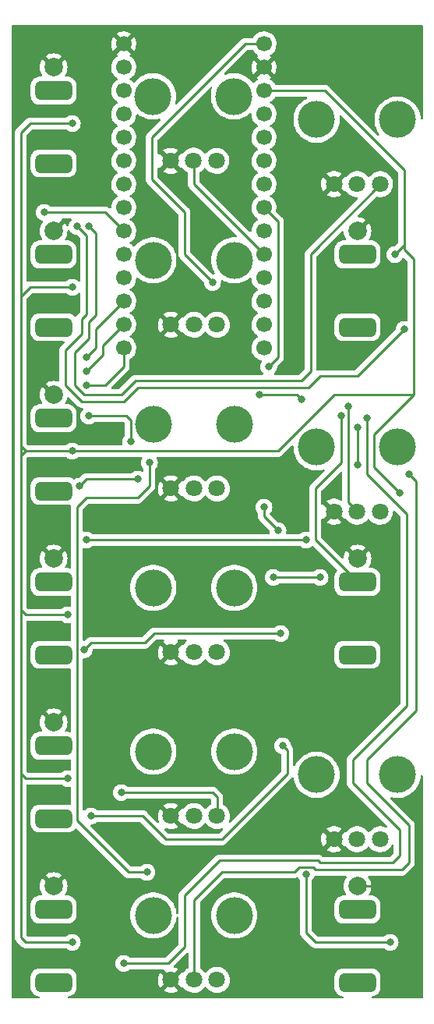
<source format=gtl>
G04 #@! TF.GenerationSoftware,KiCad,Pcbnew,(6.0.6)*
G04 #@! TF.CreationDate,2024-09-22T12:15:16+02:00*
G04 #@! TF.ProjectId,VCA_Module,5643415f-4d6f-4647-956c-652e6b696361,rev?*
G04 #@! TF.SameCoordinates,Original*
G04 #@! TF.FileFunction,Copper,L1,Top*
G04 #@! TF.FilePolarity,Positive*
%FSLAX46Y46*%
G04 Gerber Fmt 4.6, Leading zero omitted, Abs format (unit mm)*
G04 Created by KiCad (PCBNEW (6.0.6)) date 2024-09-22 12:15:16*
%MOMM*%
%LPD*%
G01*
G04 APERTURE LIST*
G04 Aperture macros list*
%AMRoundRect*
0 Rectangle with rounded corners*
0 $1 Rounding radius*
0 $2 $3 $4 $5 $6 $7 $8 $9 X,Y pos of 4 corners*
0 Add a 4 corners polygon primitive as box body*
4,1,4,$2,$3,$4,$5,$6,$7,$8,$9,$2,$3,0*
0 Add four circle primitives for the rounded corners*
1,1,$1+$1,$2,$3*
1,1,$1+$1,$4,$5*
1,1,$1+$1,$6,$7*
1,1,$1+$1,$8,$9*
0 Add four rect primitives between the rounded corners*
20,1,$1+$1,$2,$3,$4,$5,0*
20,1,$1+$1,$4,$5,$6,$7,0*
20,1,$1+$1,$6,$7,$8,$9,0*
20,1,$1+$1,$8,$9,$2,$3,0*%
G04 Aperture macros list end*
G04 #@! TA.AperFunction,WasherPad*
%ADD10C,4.000000*%
G04 #@! TD*
G04 #@! TA.AperFunction,ComponentPad*
%ADD11C,1.800000*%
G04 #@! TD*
G04 #@! TA.AperFunction,ComponentPad*
%ADD12C,2.000000*%
G04 #@! TD*
G04 #@! TA.AperFunction,ComponentPad*
%ADD13RoundRect,0.500000X-1.500000X-0.500000X1.500000X-0.500000X1.500000X0.500000X-1.500000X0.500000X0*%
G04 #@! TD*
G04 #@! TA.AperFunction,ComponentPad*
%ADD14C,1.700000*%
G04 #@! TD*
G04 #@! TA.AperFunction,ViaPad*
%ADD15C,0.800000*%
G04 #@! TD*
G04 #@! TA.AperFunction,Conductor*
%ADD16C,0.250000*%
G04 #@! TD*
G04 APERTURE END LIST*
D10*
X69215000Y-69185000D03*
X78015000Y-69185000D03*
D11*
X76115000Y-76185000D03*
X73615000Y-76185000D03*
X71115000Y-76185000D03*
D10*
X69215000Y-104745000D03*
X78015000Y-104745000D03*
D11*
X76115000Y-111745000D03*
X73615000Y-111745000D03*
X71115000Y-111745000D03*
D10*
X69215000Y-140305000D03*
X78015000Y-140305000D03*
D11*
X76115000Y-147305000D03*
X73615000Y-147305000D03*
X71115000Y-147305000D03*
D10*
X51480000Y-120015000D03*
X60280000Y-120015000D03*
D11*
X58380000Y-127015000D03*
X55880000Y-127000000D03*
X53380000Y-127015000D03*
D10*
X51480000Y-155575000D03*
X60280000Y-155575000D03*
D11*
X58380000Y-162575000D03*
X55880000Y-162560000D03*
X53380000Y-162575000D03*
D10*
X51435000Y-66660000D03*
X60235000Y-66660000D03*
D11*
X58335000Y-73660000D03*
X55835000Y-73645000D03*
X53335000Y-73660000D03*
D10*
X51480000Y-84455000D03*
X60280000Y-84455000D03*
D11*
X58380000Y-91455000D03*
X55880000Y-91440000D03*
X53380000Y-91455000D03*
D10*
X51480000Y-137795000D03*
X60280000Y-137795000D03*
D11*
X58380000Y-144795000D03*
X55880000Y-144780000D03*
X53380000Y-144795000D03*
D10*
X51480000Y-102235000D03*
X60280000Y-102235000D03*
D11*
X58380000Y-109235000D03*
X55880000Y-109220000D03*
X53380000Y-109235000D03*
D12*
X40640000Y-134620000D03*
D13*
X40640000Y-137160000D03*
X40640000Y-145060000D03*
D12*
X73660000Y-152400000D03*
D13*
X73660000Y-154940000D03*
X73660000Y-162840000D03*
D12*
X40640000Y-99060000D03*
D13*
X40640000Y-101600000D03*
X40640000Y-109500000D03*
D12*
X73660000Y-81280000D03*
D13*
X73660000Y-83820000D03*
X73660000Y-91720000D03*
D12*
X40640000Y-63500000D03*
D13*
X40640000Y-66040000D03*
X40640000Y-73940000D03*
D12*
X40640000Y-81280000D03*
D13*
X40640000Y-83820000D03*
X40640000Y-91720000D03*
D12*
X40640000Y-152400000D03*
D13*
X40640000Y-154940000D03*
X40640000Y-162840000D03*
D12*
X73660000Y-116840000D03*
D13*
X73660000Y-119380000D03*
X73660000Y-127280000D03*
D12*
X40640000Y-116840000D03*
D13*
X40640000Y-119380000D03*
X40640000Y-127280000D03*
D14*
X48260000Y-60960000D03*
X48260000Y-63500000D03*
X48260000Y-66040000D03*
X48260000Y-68580000D03*
X48260000Y-71120000D03*
X48260000Y-73660000D03*
X48260000Y-76200000D03*
X48260000Y-78740000D03*
X48260000Y-81280000D03*
X48260000Y-83820000D03*
X48260000Y-86360000D03*
X48260000Y-88900000D03*
X48260000Y-91440000D03*
X48260000Y-93980000D03*
X63500000Y-93980000D03*
X63500000Y-91440000D03*
X63500000Y-88900000D03*
X63500000Y-86360000D03*
X63500000Y-83820000D03*
X63500000Y-81280000D03*
X63500000Y-78740000D03*
X63500000Y-76200000D03*
X63500000Y-73660000D03*
X63500000Y-71120000D03*
X63500000Y-68580000D03*
X63500000Y-66040000D03*
X63500000Y-63500000D03*
X63500000Y-60960000D03*
D15*
X65532000Y-137160000D03*
X44704000Y-144780000D03*
X60960000Y-110744000D03*
X42672000Y-69596000D03*
X42672000Y-158496000D03*
X77724000Y-83820000D03*
X42672000Y-87376000D03*
X42672000Y-105156000D03*
X77216000Y-158496000D03*
X68072000Y-151092500D03*
X78232000Y-109728000D03*
X42164000Y-140716000D03*
X42164000Y-122936000D03*
X39624000Y-79248000D03*
X43434000Y-108966000D03*
X49784000Y-108204000D03*
X43942000Y-126746000D03*
X65024000Y-113792000D03*
X65315500Y-124968000D03*
X63500000Y-111252000D03*
X48260000Y-160782000D03*
X74676000Y-101600000D03*
X50785000Y-150891000D03*
X57912000Y-86868000D03*
X51054000Y-106426000D03*
X71882000Y-101346000D03*
X43180000Y-80772000D03*
X78740000Y-91948000D03*
X64516000Y-118872000D03*
X69596000Y-118872000D03*
X62992000Y-99060000D03*
X67564000Y-99568000D03*
X49022000Y-104140000D03*
X44450000Y-101346000D03*
X64008000Y-96012000D03*
X44200299Y-95000299D03*
X48006000Y-142240000D03*
X44196000Y-98044000D03*
X79248000Y-107696000D03*
X44450000Y-80772000D03*
X68072000Y-114808000D03*
X44196000Y-114808000D03*
X72644000Y-100330000D03*
X44196000Y-96520000D03*
X73660000Y-106680000D03*
X73660000Y-102616000D03*
D16*
X73660000Y-97028000D02*
X78740000Y-91948000D01*
X69596000Y-97028000D02*
X73660000Y-97028000D01*
X68326000Y-98298000D02*
X69596000Y-97028000D01*
X49766097Y-98298000D02*
X68326000Y-98298000D01*
X48242097Y-99822000D02*
X49766097Y-98298000D01*
X43688000Y-99822000D02*
X48242097Y-99822000D01*
X41910000Y-94224695D02*
X41910000Y-98044000D01*
X43688000Y-90805000D02*
X43688000Y-92446695D01*
X41910000Y-98044000D02*
X43688000Y-99822000D01*
X44196000Y-90297000D02*
X43688000Y-90805000D01*
X43688000Y-92446695D02*
X41910000Y-94224695D01*
X44196000Y-81788000D02*
X44196000Y-90297000D01*
X43180000Y-80772000D02*
X44196000Y-81788000D01*
X49022000Y-101854000D02*
X49022000Y-104140000D01*
X48514000Y-101346000D02*
X49022000Y-101854000D01*
X44450000Y-101346000D02*
X48514000Y-101346000D01*
X45974000Y-93726000D02*
X48260000Y-91440000D01*
X45974000Y-94742000D02*
X45974000Y-93726000D01*
X44196000Y-96520000D02*
X45974000Y-94742000D01*
X68580000Y-83780000D02*
X76160000Y-76200000D01*
X68580000Y-96520000D02*
X68580000Y-83780000D01*
X67564000Y-97536000D02*
X68580000Y-96520000D01*
X49530000Y-97536000D02*
X67564000Y-97536000D01*
X48006000Y-99060000D02*
X49530000Y-97536000D01*
X43942000Y-99060000D02*
X48006000Y-99060000D01*
X42926000Y-98044000D02*
X43942000Y-99060000D01*
X42926000Y-94488000D02*
X42926000Y-98044000D01*
X44450000Y-91186000D02*
X44450000Y-92964000D01*
X44450000Y-92964000D02*
X42926000Y-94488000D01*
X45212000Y-90424000D02*
X44450000Y-91186000D01*
X44450000Y-80772000D02*
X45212000Y-81534000D01*
X45212000Y-81534000D02*
X45212000Y-90424000D01*
X78994000Y-112014000D02*
X74676000Y-107696000D01*
X78994000Y-132842000D02*
X78994000Y-112014000D01*
X78232000Y-146304000D02*
X73152000Y-141224000D01*
X78232000Y-149098000D02*
X78232000Y-146304000D01*
X73152000Y-138684000D02*
X78994000Y-132842000D01*
X69596000Y-149860000D02*
X77470000Y-149860000D01*
X73152000Y-141224000D02*
X73152000Y-138684000D01*
X58674000Y-149606000D02*
X69342000Y-149606000D01*
X77470000Y-149860000D02*
X78232000Y-149098000D01*
X74676000Y-107696000D02*
X74676000Y-101600000D01*
X54864000Y-159004000D02*
X54864000Y-153416000D01*
X53086000Y-160782000D02*
X54864000Y-159004000D01*
X69342000Y-149606000D02*
X69596000Y-149860000D01*
X48260000Y-160782000D02*
X53086000Y-160782000D01*
X54864000Y-153416000D02*
X58674000Y-149606000D01*
X55925000Y-153879000D02*
X55925000Y-162575000D01*
X58928000Y-150876000D02*
X55925000Y-153879000D01*
X66802000Y-150876000D02*
X58928000Y-150876000D01*
X67310500Y-150367500D02*
X66802000Y-150876000D01*
X68833500Y-150367500D02*
X67310500Y-150367500D01*
X69088000Y-150622000D02*
X68833500Y-150367500D01*
X79248000Y-149860000D02*
X78486000Y-150622000D01*
X79248000Y-145796000D02*
X79248000Y-149860000D01*
X74676000Y-141224000D02*
X79248000Y-145796000D01*
X74676000Y-138684000D02*
X74676000Y-141224000D01*
X80010000Y-133350000D02*
X74676000Y-138684000D01*
X80010000Y-108458000D02*
X80010000Y-133350000D01*
X78486000Y-150622000D02*
X69088000Y-150622000D01*
X79248000Y-107696000D02*
X80010000Y-108458000D01*
X45212000Y-91948000D02*
X48260000Y-88900000D01*
X45212000Y-93988598D02*
X45212000Y-91948000D01*
X44200299Y-95000299D02*
X45212000Y-93988598D01*
X51562000Y-124968000D02*
X65315500Y-124968000D01*
X43942000Y-126746000D02*
X44704000Y-125984000D01*
X44704000Y-125984000D02*
X50546000Y-125984000D01*
X50546000Y-125984000D02*
X51562000Y-124968000D01*
X43434000Y-108966000D02*
X44196000Y-108204000D01*
X44196000Y-108204000D02*
X49784000Y-108204000D01*
X66040000Y-140208000D02*
X66040000Y-137668000D01*
X50292000Y-144780000D02*
X52832000Y-147320000D01*
X52832000Y-147320000D02*
X58928000Y-147320000D01*
X66040000Y-137668000D02*
X65532000Y-137160000D01*
X44704000Y-144780000D02*
X50292000Y-144780000D01*
X58928000Y-147320000D02*
X66040000Y-140208000D01*
X73660000Y-152400000D02*
X75184000Y-152400000D01*
X77724000Y-83820000D02*
X78740000Y-82804000D01*
X68072000Y-151092500D02*
X68072000Y-157480000D01*
X75438000Y-106934000D02*
X78232000Y-109728000D01*
X79756000Y-84328000D02*
X79756000Y-99060000D01*
X65024000Y-105156000D02*
X42672000Y-105156000D01*
X42672000Y-105156000D02*
X37592000Y-105156000D01*
X42164000Y-122936000D02*
X37592000Y-122936000D01*
X71120000Y-99060000D02*
X65024000Y-105156000D01*
X37592000Y-105156000D02*
X37084000Y-105664000D01*
X37592000Y-140716000D02*
X37084000Y-140208000D01*
X38100000Y-87376000D02*
X42672000Y-87376000D01*
X37084000Y-104648000D02*
X37084000Y-104140000D01*
X37592000Y-122936000D02*
X37084000Y-122428000D01*
X37084000Y-120396000D02*
X37084000Y-122428000D01*
X69088000Y-158496000D02*
X77216000Y-158496000D01*
X78740000Y-82804000D02*
X78740000Y-74676000D01*
X37084000Y-157988000D02*
X37084000Y-140208000D01*
X78740000Y-83312000D02*
X79756000Y-84328000D01*
X78740000Y-74676000D02*
X70104000Y-66040000D01*
X42672000Y-158496000D02*
X37592000Y-158496000D01*
X38100000Y-69596000D02*
X37084000Y-70612000D01*
X42672000Y-69596000D02*
X38100000Y-69596000D01*
X37084000Y-104140000D02*
X37084000Y-88392000D01*
X37084000Y-104140000D02*
X37084000Y-105664000D01*
X37592000Y-105156000D02*
X37084000Y-104648000D01*
X68072000Y-157480000D02*
X69088000Y-158496000D01*
X37084000Y-88392000D02*
X38100000Y-87376000D01*
X79756000Y-99060000D02*
X71120000Y-99060000D01*
X75438000Y-103378000D02*
X75438000Y-106934000D01*
X37084000Y-140208000D02*
X37084000Y-122428000D01*
X37084000Y-70612000D02*
X37084000Y-88392000D01*
X42164000Y-140716000D02*
X37592000Y-140716000D01*
X79756000Y-99060000D02*
X75438000Y-103378000D01*
X78740000Y-82804000D02*
X78740000Y-83312000D01*
X37084000Y-105664000D02*
X37084000Y-120396000D01*
X37592000Y-158496000D02*
X37084000Y-157988000D01*
X70104000Y-66040000D02*
X63500000Y-66040000D01*
X48260000Y-81280000D02*
X46228000Y-79248000D01*
X46228000Y-79248000D02*
X39624000Y-79248000D01*
X63500000Y-111760000D02*
X63500000Y-111252000D01*
X65024000Y-113792000D02*
X63500000Y-112268000D01*
X63500000Y-112268000D02*
X63500000Y-111760000D01*
X43180000Y-145288000D02*
X48783000Y-150891000D01*
X48783000Y-150891000D02*
X50785000Y-150891000D01*
X61468000Y-60960000D02*
X63500000Y-60960000D01*
X51054000Y-108966000D02*
X49784000Y-110236000D01*
X57912000Y-86868000D02*
X54864000Y-83820000D01*
X54864000Y-79248000D02*
X51308000Y-75692000D01*
X49784000Y-110236000D02*
X44196000Y-110236000D01*
X54864000Y-83820000D02*
X54864000Y-79248000D01*
X51054000Y-106426000D02*
X51054000Y-108966000D01*
X43180000Y-111252000D02*
X43180000Y-145288000D01*
X44196000Y-110236000D02*
X43180000Y-111252000D01*
X51308000Y-71120000D02*
X61468000Y-60960000D01*
X51308000Y-75692000D02*
X51308000Y-71120000D01*
X71882000Y-101346000D02*
X71882000Y-106426000D01*
X69088000Y-109220000D02*
X69088000Y-114808000D01*
X73660000Y-119380000D02*
X69088000Y-114808000D01*
X71882000Y-106426000D02*
X69088000Y-109220000D01*
X69596000Y-118872000D02*
X64516000Y-118872000D01*
X67056000Y-99060000D02*
X62992000Y-99060000D01*
X67564000Y-99568000D02*
X67056000Y-99060000D01*
X55880000Y-73660000D02*
X55880000Y-76200000D01*
X55880000Y-76200000D02*
X63500000Y-83820000D01*
X63500000Y-78740000D02*
X65024000Y-80264000D01*
X65024000Y-94996000D02*
X64008000Y-96012000D01*
X65024000Y-80264000D02*
X65024000Y-94996000D01*
X58425000Y-142753000D02*
X58425000Y-144795000D01*
X48006000Y-142240000D02*
X57912000Y-142240000D01*
X57912000Y-142240000D02*
X58425000Y-142753000D01*
X46228000Y-98044000D02*
X48260000Y-96012000D01*
X44196000Y-98044000D02*
X46228000Y-98044000D01*
X48260000Y-96012000D02*
X48260000Y-93980000D01*
X68072000Y-114808000D02*
X60960000Y-114808000D01*
X60960000Y-114808000D02*
X44196000Y-114808000D01*
X72644000Y-110744000D02*
X73660000Y-111760000D01*
X72644000Y-100330000D02*
X72644000Y-110744000D01*
X73660000Y-102616000D02*
X73660000Y-106680000D01*
G04 #@! TA.AperFunction,Conductor*
G36*
X80713621Y-58948502D02*
G01*
X80760114Y-59002158D01*
X80771500Y-59054500D01*
X80771500Y-69038629D01*
X80751498Y-69106750D01*
X80697842Y-69153243D01*
X80627568Y-69163347D01*
X80562988Y-69133853D01*
X80524604Y-69074127D01*
X80519749Y-69046540D01*
X80515407Y-68977526D01*
X80508641Y-68869980D01*
X80449495Y-68559928D01*
X80351956Y-68259734D01*
X80341892Y-68238346D01*
X80219250Y-67977717D01*
X80219246Y-67977710D01*
X80217562Y-67974131D01*
X80048432Y-67707625D01*
X79864215Y-67484946D01*
X79849758Y-67467470D01*
X79849757Y-67467469D01*
X79847233Y-67464418D01*
X79617140Y-67248346D01*
X79361779Y-67062816D01*
X79281848Y-67018873D01*
X79088648Y-66912660D01*
X79088647Y-66912659D01*
X79085179Y-66910753D01*
X79081510Y-66909300D01*
X79081505Y-66909298D01*
X78795372Y-66796010D01*
X78795371Y-66796010D01*
X78791702Y-66794557D01*
X78485975Y-66716060D01*
X78172821Y-66676500D01*
X77857179Y-66676500D01*
X77544025Y-66716060D01*
X77238298Y-66794557D01*
X77234629Y-66796010D01*
X77234628Y-66796010D01*
X76948495Y-66909298D01*
X76948490Y-66909300D01*
X76944821Y-66910753D01*
X76941353Y-66912659D01*
X76941352Y-66912660D01*
X76748153Y-67018873D01*
X76668221Y-67062816D01*
X76412860Y-67248346D01*
X76182767Y-67464418D01*
X76180243Y-67467469D01*
X76180242Y-67467470D01*
X76165785Y-67484946D01*
X75981568Y-67707625D01*
X75812438Y-67974131D01*
X75810754Y-67977710D01*
X75810750Y-67977717D01*
X75688108Y-68238346D01*
X75678044Y-68259734D01*
X75580505Y-68559928D01*
X75521359Y-68869980D01*
X75501540Y-69185000D01*
X75521359Y-69500020D01*
X75580505Y-69810072D01*
X75678044Y-70110266D01*
X75679731Y-70113852D01*
X75679733Y-70113856D01*
X75810750Y-70392283D01*
X75810754Y-70392290D01*
X75812438Y-70395869D01*
X75981568Y-70662375D01*
X75999275Y-70683779D01*
X76027285Y-70749017D01*
X76015578Y-70819042D01*
X75967872Y-70871621D01*
X75899312Y-70890062D01*
X75831666Y-70868509D01*
X75813095Y-70853190D01*
X70607652Y-65647747D01*
X70600112Y-65639461D01*
X70596000Y-65632982D01*
X70546348Y-65586356D01*
X70543507Y-65583602D01*
X70523770Y-65563865D01*
X70520573Y-65561385D01*
X70511551Y-65553680D01*
X70485100Y-65528841D01*
X70479321Y-65523414D01*
X70472375Y-65519595D01*
X70472372Y-65519593D01*
X70461566Y-65513652D01*
X70445047Y-65502801D01*
X70444583Y-65502441D01*
X70429041Y-65490386D01*
X70421772Y-65487241D01*
X70421768Y-65487238D01*
X70388463Y-65472826D01*
X70377813Y-65467609D01*
X70339060Y-65446305D01*
X70328806Y-65443672D01*
X70319438Y-65441267D01*
X70300734Y-65434863D01*
X70289420Y-65429967D01*
X70289419Y-65429967D01*
X70282145Y-65426819D01*
X70274322Y-65425580D01*
X70274312Y-65425577D01*
X70238476Y-65419901D01*
X70226856Y-65417495D01*
X70191711Y-65408472D01*
X70191710Y-65408472D01*
X70184030Y-65406500D01*
X70163776Y-65406500D01*
X70144065Y-65404949D01*
X70131886Y-65403020D01*
X70124057Y-65401780D01*
X70116165Y-65402526D01*
X70080039Y-65405941D01*
X70068181Y-65406500D01*
X64776805Y-65406500D01*
X64708684Y-65386498D01*
X64671013Y-65348940D01*
X64582822Y-65212617D01*
X64582820Y-65212614D01*
X64580014Y-65208277D01*
X64429670Y-65043051D01*
X64425619Y-65039852D01*
X64425615Y-65039848D01*
X64258414Y-64907800D01*
X64258410Y-64907798D01*
X64254359Y-64904598D01*
X64249474Y-64901901D01*
X64217259Y-64884118D01*
X64212569Y-64881529D01*
X64162598Y-64831097D01*
X64147826Y-64761654D01*
X64172942Y-64695248D01*
X64200293Y-64668642D01*
X64249247Y-64633723D01*
X64257648Y-64623023D01*
X64250660Y-64609870D01*
X63512812Y-63872022D01*
X63498868Y-63864408D01*
X63497035Y-63864539D01*
X63490420Y-63868790D01*
X62746737Y-64612473D01*
X62739977Y-64624853D01*
X62745258Y-64631907D01*
X62791969Y-64659203D01*
X62840693Y-64710841D01*
X62853764Y-64780624D01*
X62827033Y-64846396D01*
X62786584Y-64879752D01*
X62773607Y-64886507D01*
X62769474Y-64889610D01*
X62769471Y-64889612D01*
X62599100Y-65017530D01*
X62594965Y-65020635D01*
X62500379Y-65119613D01*
X62445993Y-65176525D01*
X62384468Y-65211955D01*
X62313556Y-65208498D01*
X62257814Y-65169790D01*
X62069758Y-64942470D01*
X62069757Y-64942469D01*
X62067233Y-64939418D01*
X61837140Y-64723346D01*
X61824215Y-64713955D01*
X61777706Y-64680165D01*
X61581779Y-64537816D01*
X61572534Y-64532733D01*
X61308648Y-64387660D01*
X61308647Y-64387659D01*
X61305179Y-64385753D01*
X61301510Y-64384300D01*
X61301505Y-64384298D01*
X61015372Y-64271010D01*
X61015371Y-64271010D01*
X61011702Y-64269557D01*
X60705975Y-64191060D01*
X60392821Y-64151500D01*
X60077179Y-64151500D01*
X59764025Y-64191060D01*
X59458298Y-64269557D01*
X59454629Y-64271010D01*
X59454628Y-64271010D01*
X59355290Y-64310341D01*
X59284590Y-64316820D01*
X59221610Y-64284048D01*
X59186346Y-64222428D01*
X59189994Y-64151526D01*
X59219811Y-64104094D01*
X59852042Y-63471863D01*
X62138050Y-63471863D01*
X62150309Y-63684477D01*
X62151745Y-63694697D01*
X62198565Y-63902446D01*
X62201645Y-63912275D01*
X62281770Y-64109603D01*
X62286413Y-64118794D01*
X62366460Y-64249420D01*
X62376916Y-64258880D01*
X62385694Y-64255096D01*
X63127978Y-63512812D01*
X63134356Y-63501132D01*
X63864408Y-63501132D01*
X63864539Y-63502965D01*
X63868790Y-63509580D01*
X64610474Y-64251264D01*
X64622484Y-64257823D01*
X64634223Y-64248855D01*
X64665004Y-64206019D01*
X64670315Y-64197180D01*
X64764670Y-64006267D01*
X64768469Y-63996672D01*
X64830376Y-63792915D01*
X64832555Y-63782834D01*
X64860590Y-63569887D01*
X64861109Y-63563212D01*
X64862572Y-63503364D01*
X64862378Y-63496646D01*
X64844781Y-63282604D01*
X64843096Y-63272424D01*
X64791214Y-63065875D01*
X64787894Y-63056124D01*
X64702972Y-62860814D01*
X64698105Y-62851739D01*
X64633063Y-62751197D01*
X64622377Y-62741995D01*
X64612812Y-62746398D01*
X63872022Y-63487188D01*
X63864408Y-63501132D01*
X63134356Y-63501132D01*
X63135592Y-63498868D01*
X63135461Y-63497035D01*
X63131210Y-63490420D01*
X62389849Y-62749059D01*
X62378313Y-62742759D01*
X62366031Y-62752382D01*
X62318089Y-62822662D01*
X62313004Y-62831613D01*
X62223338Y-63024783D01*
X62219775Y-63034470D01*
X62162864Y-63239681D01*
X62160933Y-63249800D01*
X62138302Y-63461574D01*
X62138050Y-63471863D01*
X59852042Y-63471863D01*
X61693500Y-61630405D01*
X61755812Y-61596379D01*
X61782595Y-61593500D01*
X62224274Y-61593500D01*
X62292395Y-61613502D01*
X62331707Y-61653665D01*
X62399987Y-61765088D01*
X62546250Y-61933938D01*
X62718126Y-62076632D01*
X62729063Y-62083023D01*
X62791955Y-62119774D01*
X62840679Y-62171412D01*
X62853750Y-62241195D01*
X62827019Y-62306967D01*
X62786562Y-62340327D01*
X62778460Y-62344544D01*
X62769734Y-62350039D01*
X62749677Y-62365099D01*
X62741223Y-62376427D01*
X62747968Y-62388758D01*
X63487188Y-63127978D01*
X63501132Y-63135592D01*
X63502965Y-63135461D01*
X63509580Y-63131210D01*
X64253389Y-62387401D01*
X64260410Y-62374544D01*
X64253611Y-62365213D01*
X64249559Y-62362521D01*
X64212602Y-62342120D01*
X64162631Y-62291687D01*
X64147859Y-62222245D01*
X64172975Y-62155839D01*
X64200327Y-62129232D01*
X64265110Y-62083023D01*
X64379860Y-62001173D01*
X64538096Y-61843489D01*
X64668453Y-61662077D01*
X64670874Y-61657180D01*
X64765136Y-61466453D01*
X64765137Y-61466451D01*
X64767430Y-61461811D01*
X64832370Y-61248069D01*
X64861529Y-61026590D01*
X64863156Y-60960000D01*
X64844852Y-60737361D01*
X64790431Y-60520702D01*
X64701354Y-60315840D01*
X64580014Y-60128277D01*
X64429670Y-59963051D01*
X64425619Y-59959852D01*
X64425615Y-59959848D01*
X64258414Y-59827800D01*
X64258410Y-59827798D01*
X64254359Y-59824598D01*
X64058789Y-59716638D01*
X64053920Y-59714914D01*
X64053916Y-59714912D01*
X63853087Y-59643795D01*
X63853083Y-59643794D01*
X63848212Y-59642069D01*
X63843119Y-59641162D01*
X63843116Y-59641161D01*
X63633373Y-59603800D01*
X63633367Y-59603799D01*
X63628284Y-59602894D01*
X63554452Y-59601992D01*
X63410081Y-59600228D01*
X63410079Y-59600228D01*
X63404911Y-59600165D01*
X63184091Y-59633955D01*
X62971756Y-59703357D01*
X62773607Y-59806507D01*
X62769474Y-59809610D01*
X62769471Y-59809612D01*
X62599100Y-59937530D01*
X62594965Y-59940635D01*
X62440629Y-60102138D01*
X62437715Y-60106410D01*
X62437714Y-60106411D01*
X62325095Y-60271504D01*
X62270184Y-60316507D01*
X62221007Y-60326500D01*
X61546767Y-60326500D01*
X61535584Y-60325973D01*
X61528091Y-60324298D01*
X61520165Y-60324547D01*
X61520164Y-60324547D01*
X61460001Y-60326438D01*
X61456043Y-60326500D01*
X61428144Y-60326500D01*
X61424154Y-60327004D01*
X61412320Y-60327936D01*
X61368111Y-60329326D01*
X61360497Y-60331538D01*
X61360492Y-60331539D01*
X61348659Y-60334977D01*
X61329296Y-60338988D01*
X61309203Y-60341526D01*
X61301836Y-60344443D01*
X61301831Y-60344444D01*
X61268092Y-60357802D01*
X61256865Y-60361646D01*
X61214407Y-60373982D01*
X61207581Y-60378019D01*
X61196972Y-60384293D01*
X61179224Y-60392988D01*
X61160383Y-60400448D01*
X61153967Y-60405110D01*
X61153966Y-60405110D01*
X61124613Y-60426436D01*
X61114693Y-60432952D01*
X61083465Y-60451420D01*
X61083462Y-60451422D01*
X61076638Y-60455458D01*
X61062317Y-60469779D01*
X61047284Y-60482619D01*
X61030893Y-60494528D01*
X61025842Y-60500634D01*
X61002702Y-60528605D01*
X60994712Y-60537384D01*
X54058897Y-67473198D01*
X53996585Y-67507224D01*
X53925770Y-67502159D01*
X53868934Y-67459612D01*
X53844123Y-67393092D01*
X53849969Y-67345167D01*
X53858565Y-67318711D01*
X53869495Y-67285072D01*
X53928641Y-66975020D01*
X53948460Y-66660000D01*
X53928641Y-66344980D01*
X53869495Y-66034928D01*
X53771956Y-65734734D01*
X53768981Y-65728412D01*
X53639250Y-65452717D01*
X53639246Y-65452710D01*
X53637562Y-65449131D01*
X53627328Y-65433004D01*
X53611759Y-65408472D01*
X53468432Y-65182625D01*
X53267233Y-64939418D01*
X53037140Y-64723346D01*
X53024215Y-64713955D01*
X52977706Y-64680165D01*
X52781779Y-64537816D01*
X52772534Y-64532733D01*
X52508648Y-64387660D01*
X52508647Y-64387659D01*
X52505179Y-64385753D01*
X52501510Y-64384300D01*
X52501505Y-64384298D01*
X52215372Y-64271010D01*
X52215371Y-64271010D01*
X52211702Y-64269557D01*
X51905975Y-64191060D01*
X51592821Y-64151500D01*
X51277179Y-64151500D01*
X50964025Y-64191060D01*
X50658298Y-64269557D01*
X50654629Y-64271010D01*
X50654628Y-64271010D01*
X50368495Y-64384298D01*
X50368490Y-64384300D01*
X50364821Y-64385753D01*
X50361353Y-64387659D01*
X50361352Y-64387660D01*
X50097467Y-64532733D01*
X50088221Y-64537816D01*
X49892294Y-64680165D01*
X49845786Y-64713955D01*
X49832860Y-64723346D01*
X49602767Y-64939418D01*
X49600246Y-64942465D01*
X49600235Y-64942477D01*
X49453696Y-65119613D01*
X49394862Y-65159352D01*
X49323884Y-65160974D01*
X49263417Y-65124098D01*
X49193145Y-65046870D01*
X49189670Y-65043051D01*
X49185619Y-65039852D01*
X49185615Y-65039848D01*
X49018414Y-64907800D01*
X49018410Y-64907798D01*
X49014359Y-64904598D01*
X48973053Y-64881796D01*
X48923084Y-64831364D01*
X48908312Y-64761921D01*
X48933428Y-64695516D01*
X48960780Y-64668909D01*
X49025110Y-64623023D01*
X49139860Y-64541173D01*
X49145145Y-64535907D01*
X49223483Y-64457842D01*
X49298096Y-64383489D01*
X49357594Y-64300689D01*
X49425435Y-64206277D01*
X49428453Y-64202077D01*
X49430874Y-64197180D01*
X49525136Y-64006453D01*
X49525137Y-64006451D01*
X49527430Y-64001811D01*
X49592370Y-63788069D01*
X49621529Y-63566590D01*
X49623156Y-63500000D01*
X49604852Y-63277361D01*
X49550431Y-63060702D01*
X49461354Y-62855840D01*
X49340014Y-62668277D01*
X49189670Y-62503051D01*
X49185619Y-62499852D01*
X49185615Y-62499848D01*
X49018414Y-62367800D01*
X49018410Y-62367798D01*
X49014359Y-62364598D01*
X48972569Y-62341529D01*
X48922598Y-62291097D01*
X48907826Y-62221654D01*
X48932942Y-62155248D01*
X48960293Y-62128642D01*
X49009247Y-62093723D01*
X49017648Y-62083023D01*
X49010660Y-62069870D01*
X48272812Y-61332022D01*
X48258868Y-61324408D01*
X48257035Y-61324539D01*
X48250420Y-61328790D01*
X47506737Y-62072473D01*
X47499977Y-62084853D01*
X47505258Y-62091907D01*
X47551969Y-62119203D01*
X47600693Y-62170841D01*
X47613764Y-62240624D01*
X47587033Y-62306396D01*
X47546584Y-62339752D01*
X47533607Y-62346507D01*
X47529474Y-62349610D01*
X47529471Y-62349612D01*
X47359100Y-62477530D01*
X47354965Y-62480635D01*
X47200629Y-62642138D01*
X47074743Y-62826680D01*
X46980688Y-63029305D01*
X46920989Y-63244570D01*
X46897251Y-63466695D01*
X46897548Y-63471848D01*
X46897548Y-63471851D01*
X46903011Y-63566590D01*
X46910110Y-63689715D01*
X46911247Y-63694761D01*
X46911248Y-63694767D01*
X46931119Y-63782939D01*
X46959222Y-63907639D01*
X47043266Y-64114616D01*
X47066173Y-64151997D01*
X47147094Y-64284048D01*
X47159987Y-64305088D01*
X47306250Y-64473938D01*
X47478126Y-64616632D01*
X47489063Y-64623023D01*
X47551445Y-64659476D01*
X47600169Y-64711114D01*
X47613240Y-64780897D01*
X47586509Y-64846669D01*
X47546055Y-64880027D01*
X47533607Y-64886507D01*
X47529474Y-64889610D01*
X47529471Y-64889612D01*
X47359100Y-65017530D01*
X47354965Y-65020635D01*
X47200629Y-65182138D01*
X47074743Y-65366680D01*
X47036471Y-65449131D01*
X46999471Y-65528841D01*
X46980688Y-65569305D01*
X46920989Y-65784570D01*
X46897251Y-66006695D01*
X46910110Y-66229715D01*
X46911247Y-66234761D01*
X46911248Y-66234767D01*
X46935208Y-66341082D01*
X46959222Y-66447639D01*
X47020673Y-66598976D01*
X47035192Y-66634731D01*
X47043266Y-66654616D01*
X47056981Y-66676997D01*
X47128421Y-66793576D01*
X47159987Y-66845088D01*
X47306250Y-67013938D01*
X47478126Y-67156632D01*
X47514863Y-67178099D01*
X47551445Y-67199476D01*
X47600169Y-67251114D01*
X47613240Y-67320897D01*
X47586509Y-67386669D01*
X47546055Y-67420027D01*
X47533607Y-67426507D01*
X47529474Y-67429610D01*
X47529471Y-67429612D01*
X47371127Y-67548500D01*
X47354965Y-67560635D01*
X47351393Y-67564373D01*
X47217415Y-67704573D01*
X47200629Y-67722138D01*
X47074743Y-67906680D01*
X46980688Y-68109305D01*
X46920989Y-68324570D01*
X46897251Y-68546695D01*
X46897548Y-68551848D01*
X46897548Y-68551851D01*
X46905449Y-68688872D01*
X46910110Y-68769715D01*
X46911247Y-68774761D01*
X46911248Y-68774767D01*
X46932275Y-68868069D01*
X46959222Y-68987639D01*
X47015351Y-69125869D01*
X47040969Y-69188958D01*
X47043266Y-69194616D01*
X47159987Y-69385088D01*
X47306250Y-69553938D01*
X47478126Y-69696632D01*
X47548595Y-69737811D01*
X47551445Y-69739476D01*
X47600169Y-69791114D01*
X47613240Y-69860897D01*
X47586509Y-69926669D01*
X47546055Y-69960027D01*
X47533607Y-69966507D01*
X47529474Y-69969610D01*
X47529471Y-69969612D01*
X47505247Y-69987800D01*
X47354965Y-70100635D01*
X47339956Y-70116341D01*
X47218318Y-70243628D01*
X47200629Y-70262138D01*
X47197715Y-70266410D01*
X47197714Y-70266411D01*
X47185404Y-70284457D01*
X47074743Y-70446680D01*
X47055032Y-70489144D01*
X46992278Y-70624337D01*
X46980688Y-70649305D01*
X46920989Y-70864570D01*
X46897251Y-71086695D01*
X46897548Y-71091848D01*
X46897548Y-71091851D01*
X46902834Y-71183527D01*
X46910110Y-71309715D01*
X46911247Y-71314761D01*
X46911248Y-71314767D01*
X46926491Y-71382404D01*
X46959222Y-71527639D01*
X47043266Y-71734616D01*
X47159987Y-71925088D01*
X47306250Y-72093938D01*
X47478126Y-72236632D01*
X47548327Y-72277654D01*
X47551445Y-72279476D01*
X47600169Y-72331114D01*
X47613240Y-72400897D01*
X47586509Y-72466669D01*
X47546055Y-72500027D01*
X47533607Y-72506507D01*
X47529474Y-72509610D01*
X47529471Y-72509612D01*
X47378246Y-72623155D01*
X47354965Y-72640635D01*
X47351393Y-72644373D01*
X47204904Y-72797665D01*
X47200629Y-72802138D01*
X47197715Y-72806410D01*
X47197714Y-72806411D01*
X47144074Y-72885045D01*
X47074743Y-72986680D01*
X47059003Y-73020590D01*
X47001850Y-73143716D01*
X46980688Y-73189305D01*
X46920989Y-73404570D01*
X46897251Y-73626695D01*
X46897548Y-73631848D01*
X46897548Y-73631851D01*
X46902959Y-73725691D01*
X46910110Y-73849715D01*
X46911247Y-73854761D01*
X46911248Y-73854767D01*
X46931119Y-73942939D01*
X46959222Y-74067639D01*
X47020673Y-74218976D01*
X47038671Y-74263299D01*
X47043266Y-74274616D01*
X47072736Y-74322707D01*
X47153953Y-74455241D01*
X47159987Y-74465088D01*
X47306250Y-74633938D01*
X47478126Y-74776632D01*
X47539069Y-74812244D01*
X47551445Y-74819476D01*
X47600169Y-74871114D01*
X47613240Y-74940897D01*
X47586509Y-75006669D01*
X47546055Y-75040027D01*
X47533607Y-75046507D01*
X47529474Y-75049610D01*
X47529471Y-75049612D01*
X47359100Y-75177530D01*
X47354965Y-75180635D01*
X47351393Y-75184373D01*
X47212548Y-75329666D01*
X47200629Y-75342138D01*
X47197715Y-75346410D01*
X47197714Y-75346411D01*
X47162473Y-75398073D01*
X47074743Y-75526680D01*
X47059003Y-75560590D01*
X46992460Y-75703945D01*
X46980688Y-75729305D01*
X46920989Y-75944570D01*
X46897251Y-76166695D01*
X46897548Y-76171848D01*
X46897548Y-76171851D01*
X46907874Y-76350930D01*
X46910110Y-76389715D01*
X46911247Y-76394761D01*
X46911248Y-76394767D01*
X46928435Y-76471028D01*
X46959222Y-76607639D01*
X47043266Y-76814616D01*
X47045965Y-76819020D01*
X47142443Y-76976458D01*
X47159987Y-77005088D01*
X47306250Y-77173938D01*
X47478126Y-77316632D01*
X47502237Y-77330721D01*
X47551445Y-77359476D01*
X47600169Y-77411114D01*
X47613240Y-77480897D01*
X47586509Y-77546669D01*
X47546055Y-77580027D01*
X47533607Y-77586507D01*
X47529474Y-77589610D01*
X47529471Y-77589612D01*
X47359100Y-77717530D01*
X47354965Y-77720635D01*
X47200629Y-77882138D01*
X47074743Y-78066680D01*
X46980688Y-78269305D01*
X46920989Y-78484570D01*
X46897251Y-78706695D01*
X46897548Y-78711851D01*
X46897422Y-78717024D01*
X46895634Y-78716980D01*
X46881354Y-78778513D01*
X46830463Y-78828015D01*
X46760886Y-78842146D01*
X46694716Y-78816417D01*
X46685361Y-78808454D01*
X46670350Y-78794358D01*
X46667507Y-78791602D01*
X46647770Y-78771865D01*
X46644573Y-78769385D01*
X46635551Y-78761680D01*
X46603321Y-78731414D01*
X46596375Y-78727595D01*
X46596372Y-78727593D01*
X46585566Y-78721652D01*
X46569047Y-78710801D01*
X46563048Y-78706148D01*
X46553041Y-78698386D01*
X46545772Y-78695241D01*
X46545768Y-78695238D01*
X46512463Y-78680826D01*
X46501813Y-78675609D01*
X46463060Y-78654305D01*
X46443437Y-78649267D01*
X46424734Y-78642863D01*
X46413420Y-78637967D01*
X46413419Y-78637967D01*
X46406145Y-78634819D01*
X46398322Y-78633580D01*
X46398312Y-78633577D01*
X46362476Y-78627901D01*
X46350856Y-78625495D01*
X46315711Y-78616472D01*
X46315710Y-78616472D01*
X46308030Y-78614500D01*
X46287776Y-78614500D01*
X46268065Y-78612949D01*
X46255886Y-78611020D01*
X46248057Y-78609780D01*
X46240165Y-78610526D01*
X46204039Y-78613941D01*
X46192181Y-78614500D01*
X40332200Y-78614500D01*
X40264079Y-78594498D01*
X40244853Y-78578157D01*
X40244580Y-78578460D01*
X40239668Y-78574037D01*
X40235253Y-78569134D01*
X40080752Y-78456882D01*
X40074724Y-78454198D01*
X40074722Y-78454197D01*
X39912319Y-78381891D01*
X39912318Y-78381891D01*
X39906288Y-78379206D01*
X39812888Y-78359353D01*
X39725944Y-78340872D01*
X39725939Y-78340872D01*
X39719487Y-78339500D01*
X39528513Y-78339500D01*
X39522061Y-78340872D01*
X39522056Y-78340872D01*
X39435112Y-78359353D01*
X39341712Y-78379206D01*
X39335682Y-78381891D01*
X39335681Y-78381891D01*
X39173278Y-78454197D01*
X39173276Y-78454198D01*
X39167248Y-78456882D01*
X39012747Y-78569134D01*
X39008326Y-78574044D01*
X39008325Y-78574045D01*
X38899203Y-78695238D01*
X38884960Y-78711056D01*
X38831737Y-78803240D01*
X38800909Y-78856637D01*
X38789473Y-78876444D01*
X38730458Y-79058072D01*
X38729768Y-79064633D01*
X38729768Y-79064635D01*
X38716351Y-79192292D01*
X38710496Y-79248000D01*
X38711186Y-79254565D01*
X38722165Y-79359020D01*
X38730458Y-79437928D01*
X38789473Y-79619556D01*
X38884960Y-79784944D01*
X38889378Y-79789851D01*
X38889379Y-79789852D01*
X39008325Y-79921955D01*
X39012747Y-79926866D01*
X39167248Y-80039118D01*
X39173276Y-80041802D01*
X39173278Y-80041803D01*
X39315678Y-80105203D01*
X39341712Y-80116794D01*
X39395745Y-80128279D01*
X39458218Y-80162007D01*
X39492540Y-80224157D01*
X39487812Y-80294996D01*
X39465359Y-80333357D01*
X39419443Y-80387117D01*
X39413643Y-80395101D01*
X39294795Y-80589042D01*
X39290313Y-80597837D01*
X39203266Y-80807988D01*
X39200217Y-80817373D01*
X39147115Y-81038554D01*
X39145572Y-81048301D01*
X39127725Y-81275070D01*
X39127725Y-81284930D01*
X39145572Y-81511699D01*
X39147115Y-81521446D01*
X39200217Y-81742627D01*
X39203266Y-81752012D01*
X39290313Y-81962163D01*
X39294790Y-81970948D01*
X39385924Y-82119665D01*
X39404462Y-82188198D01*
X39383006Y-82255875D01*
X39328367Y-82301208D01*
X39278491Y-82311500D01*
X39043672Y-82311500D01*
X39037592Y-82311808D01*
X39033005Y-82312733D01*
X39033004Y-82312733D01*
X38849755Y-82349682D01*
X38849752Y-82349683D01*
X38843716Y-82350900D01*
X38661127Y-82426905D01*
X38656008Y-82430332D01*
X38656004Y-82430334D01*
X38501901Y-82533496D01*
X38501896Y-82533500D01*
X38496777Y-82536927D01*
X38356927Y-82676777D01*
X38353500Y-82681896D01*
X38353496Y-82681901D01*
X38250334Y-82836004D01*
X38250332Y-82836008D01*
X38246905Y-82841127D01*
X38170900Y-83023716D01*
X38169683Y-83029752D01*
X38169682Y-83029755D01*
X38132733Y-83213004D01*
X38131808Y-83217592D01*
X38131500Y-83223672D01*
X38131500Y-84416328D01*
X38131808Y-84422408D01*
X38132733Y-84426995D01*
X38132733Y-84426996D01*
X38169076Y-84607237D01*
X38170900Y-84616284D01*
X38246905Y-84798873D01*
X38250332Y-84803992D01*
X38250334Y-84803996D01*
X38353496Y-84958099D01*
X38353500Y-84958104D01*
X38356927Y-84963223D01*
X38496777Y-85103073D01*
X38501896Y-85106500D01*
X38501901Y-85106504D01*
X38656004Y-85209666D01*
X38656008Y-85209668D01*
X38661127Y-85213095D01*
X38843716Y-85289100D01*
X38849752Y-85290317D01*
X38849755Y-85290318D01*
X39033004Y-85327267D01*
X39037592Y-85328192D01*
X39043672Y-85328500D01*
X42236328Y-85328500D01*
X42242408Y-85328192D01*
X42246996Y-85327267D01*
X42430245Y-85290318D01*
X42430248Y-85290317D01*
X42436284Y-85289100D01*
X42618873Y-85213095D01*
X42623992Y-85209668D01*
X42623996Y-85209666D01*
X42778099Y-85106504D01*
X42778104Y-85106500D01*
X42783223Y-85103073D01*
X42923073Y-84963223D01*
X42926500Y-84958104D01*
X42926504Y-84958099D01*
X43029666Y-84803996D01*
X43029668Y-84803992D01*
X43033095Y-84798873D01*
X43109100Y-84616284D01*
X43110925Y-84607237D01*
X43147267Y-84426996D01*
X43147267Y-84426995D01*
X43148192Y-84422408D01*
X43148500Y-84416328D01*
X43148500Y-83223672D01*
X43148192Y-83217592D01*
X43147267Y-83213004D01*
X43110318Y-83029755D01*
X43110317Y-83029752D01*
X43109100Y-83023716D01*
X43033095Y-82841127D01*
X43029668Y-82836008D01*
X43029666Y-82836004D01*
X42926504Y-82681901D01*
X42926500Y-82681896D01*
X42923073Y-82676777D01*
X42783223Y-82536927D01*
X42778104Y-82533500D01*
X42778099Y-82533496D01*
X42623996Y-82430334D01*
X42623992Y-82430332D01*
X42618873Y-82426905D01*
X42436284Y-82350900D01*
X42430248Y-82349683D01*
X42430245Y-82349682D01*
X42246996Y-82312733D01*
X42246995Y-82312733D01*
X42242408Y-82311808D01*
X42236328Y-82311500D01*
X42001509Y-82311500D01*
X41933388Y-82291498D01*
X41886895Y-82237842D01*
X41876791Y-82167568D01*
X41894076Y-82119665D01*
X41985210Y-81970948D01*
X41989687Y-81962163D01*
X42076734Y-81752012D01*
X42079783Y-81742627D01*
X42132885Y-81521446D01*
X42134428Y-81511699D01*
X42152275Y-81284930D01*
X42152275Y-81279165D01*
X42172277Y-81211044D01*
X42225933Y-81164551D01*
X42296207Y-81154447D01*
X42360787Y-81183941D01*
X42387394Y-81216165D01*
X42440960Y-81308944D01*
X42445378Y-81313851D01*
X42445379Y-81313852D01*
X42553661Y-81434111D01*
X42568747Y-81450866D01*
X42723248Y-81563118D01*
X42729276Y-81565802D01*
X42729278Y-81565803D01*
X42834764Y-81612768D01*
X42897712Y-81640794D01*
X42991112Y-81660647D01*
X43078056Y-81679128D01*
X43078061Y-81679128D01*
X43084513Y-81680500D01*
X43140405Y-81680500D01*
X43208526Y-81700502D01*
X43229501Y-81717405D01*
X43525596Y-82013501D01*
X43559621Y-82075813D01*
X43562500Y-82102596D01*
X43562500Y-86679029D01*
X43542498Y-86747150D01*
X43488842Y-86793643D01*
X43418568Y-86803747D01*
X43353988Y-86774253D01*
X43342864Y-86763339D01*
X43340258Y-86760444D01*
X43283253Y-86697134D01*
X43128752Y-86584882D01*
X43122724Y-86582198D01*
X43122722Y-86582197D01*
X42960319Y-86509891D01*
X42960318Y-86509891D01*
X42954288Y-86507206D01*
X42860887Y-86487353D01*
X42773944Y-86468872D01*
X42773939Y-86468872D01*
X42767487Y-86467500D01*
X42576513Y-86467500D01*
X42570061Y-86468872D01*
X42570056Y-86468872D01*
X42483113Y-86487353D01*
X42389712Y-86507206D01*
X42383682Y-86509891D01*
X42383681Y-86509891D01*
X42221278Y-86582197D01*
X42221276Y-86582198D01*
X42215248Y-86584882D01*
X42209907Y-86588762D01*
X42209906Y-86588763D01*
X42103108Y-86666357D01*
X42060747Y-86697134D01*
X42056332Y-86702037D01*
X42051420Y-86706460D01*
X42050295Y-86705211D01*
X41996986Y-86738051D01*
X41963800Y-86742500D01*
X38178767Y-86742500D01*
X38167584Y-86741973D01*
X38160091Y-86740298D01*
X38152165Y-86740547D01*
X38152164Y-86740547D01*
X38092001Y-86742438D01*
X38088043Y-86742500D01*
X38060144Y-86742500D01*
X38056154Y-86743004D01*
X38044320Y-86743936D01*
X38000111Y-86745326D01*
X37992497Y-86747538D01*
X37992492Y-86747539D01*
X37980659Y-86750977D01*
X37961296Y-86754988D01*
X37941203Y-86757526D01*
X37933836Y-86760443D01*
X37933831Y-86760444D01*
X37900092Y-86773802D01*
X37888883Y-86777641D01*
X37878657Y-86780612D01*
X37807664Y-86780414D01*
X37748046Y-86741863D01*
X37718733Y-86677201D01*
X37717500Y-86659617D01*
X37717500Y-74536328D01*
X38131500Y-74536328D01*
X38131808Y-74542408D01*
X38132733Y-74546995D01*
X38132733Y-74546996D01*
X38169264Y-74728168D01*
X38170900Y-74736284D01*
X38246905Y-74918873D01*
X38250332Y-74923992D01*
X38250334Y-74923996D01*
X38353496Y-75078099D01*
X38353500Y-75078104D01*
X38356927Y-75083223D01*
X38496777Y-75223073D01*
X38501896Y-75226500D01*
X38501901Y-75226504D01*
X38656004Y-75329666D01*
X38656008Y-75329668D01*
X38661127Y-75333095D01*
X38843716Y-75409100D01*
X38849752Y-75410317D01*
X38849755Y-75410318D01*
X39033004Y-75447267D01*
X39037592Y-75448192D01*
X39043672Y-75448500D01*
X42236328Y-75448500D01*
X42242408Y-75448192D01*
X42246996Y-75447267D01*
X42430245Y-75410318D01*
X42430248Y-75410317D01*
X42436284Y-75409100D01*
X42618873Y-75333095D01*
X42623992Y-75329668D01*
X42623996Y-75329666D01*
X42778099Y-75226504D01*
X42778104Y-75226500D01*
X42783223Y-75223073D01*
X42923073Y-75083223D01*
X42926500Y-75078104D01*
X42926504Y-75078099D01*
X43029666Y-74923996D01*
X43029668Y-74923992D01*
X43033095Y-74918873D01*
X43109100Y-74736284D01*
X43110737Y-74728168D01*
X43147267Y-74546996D01*
X43147267Y-74546995D01*
X43148192Y-74542408D01*
X43148500Y-74536328D01*
X43148500Y-73343672D01*
X43148192Y-73337592D01*
X43147267Y-73333004D01*
X43110318Y-73149755D01*
X43110317Y-73149752D01*
X43109100Y-73143716D01*
X43033095Y-72961127D01*
X43029668Y-72956008D01*
X43029666Y-72956004D01*
X42926504Y-72801901D01*
X42926500Y-72801896D01*
X42923073Y-72796777D01*
X42783223Y-72656927D01*
X42778104Y-72653500D01*
X42778099Y-72653496D01*
X42623996Y-72550334D01*
X42623992Y-72550332D01*
X42618873Y-72546905D01*
X42436284Y-72470900D01*
X42430248Y-72469683D01*
X42430245Y-72469682D01*
X42246996Y-72432733D01*
X42246995Y-72432733D01*
X42242408Y-72431808D01*
X42236328Y-72431500D01*
X39043672Y-72431500D01*
X39037592Y-72431808D01*
X39033005Y-72432733D01*
X39033004Y-72432733D01*
X38849755Y-72469682D01*
X38849752Y-72469683D01*
X38843716Y-72470900D01*
X38661127Y-72546905D01*
X38656008Y-72550332D01*
X38656004Y-72550334D01*
X38501901Y-72653496D01*
X38501896Y-72653500D01*
X38496777Y-72656927D01*
X38356927Y-72796777D01*
X38353500Y-72801896D01*
X38353496Y-72801901D01*
X38250334Y-72956004D01*
X38250332Y-72956008D01*
X38246905Y-72961127D01*
X38170900Y-73143716D01*
X38169683Y-73149752D01*
X38169682Y-73149755D01*
X38132733Y-73333004D01*
X38131808Y-73337592D01*
X38131500Y-73343672D01*
X38131500Y-74536328D01*
X37717500Y-74536328D01*
X37717500Y-70926595D01*
X37737502Y-70858474D01*
X37754405Y-70837499D01*
X38325501Y-70266404D01*
X38387813Y-70232379D01*
X38414596Y-70229500D01*
X41963800Y-70229500D01*
X42031921Y-70249502D01*
X42051147Y-70265843D01*
X42051420Y-70265540D01*
X42056332Y-70269963D01*
X42060747Y-70274866D01*
X42215248Y-70387118D01*
X42221276Y-70389802D01*
X42221278Y-70389803D01*
X42339416Y-70442401D01*
X42389712Y-70464794D01*
X42449602Y-70477524D01*
X42570056Y-70503128D01*
X42570061Y-70503128D01*
X42576513Y-70504500D01*
X42767487Y-70504500D01*
X42773939Y-70503128D01*
X42773944Y-70503128D01*
X42894398Y-70477524D01*
X42954288Y-70464794D01*
X43004584Y-70442401D01*
X43122722Y-70389803D01*
X43122724Y-70389802D01*
X43128752Y-70387118D01*
X43283253Y-70274866D01*
X43317637Y-70236679D01*
X43406621Y-70137852D01*
X43406622Y-70137851D01*
X43411040Y-70132944D01*
X43506527Y-69967556D01*
X43565542Y-69785928D01*
X43566637Y-69775516D01*
X43584814Y-69602565D01*
X43585504Y-69596000D01*
X43565542Y-69406072D01*
X43506527Y-69224444D01*
X43491849Y-69199020D01*
X43465419Y-69153243D01*
X43411040Y-69059056D01*
X43394882Y-69041110D01*
X43287675Y-68922045D01*
X43287674Y-68922044D01*
X43283253Y-68917134D01*
X43128752Y-68804882D01*
X43122724Y-68802198D01*
X43122722Y-68802197D01*
X42960319Y-68729891D01*
X42960318Y-68729891D01*
X42954288Y-68727206D01*
X42860888Y-68707353D01*
X42773944Y-68688872D01*
X42773939Y-68688872D01*
X42767487Y-68687500D01*
X42576513Y-68687500D01*
X42570061Y-68688872D01*
X42570056Y-68688872D01*
X42483112Y-68707353D01*
X42389712Y-68727206D01*
X42383682Y-68729891D01*
X42383681Y-68729891D01*
X42221278Y-68802197D01*
X42221276Y-68802198D01*
X42215248Y-68804882D01*
X42060747Y-68917134D01*
X42056332Y-68922037D01*
X42051420Y-68926460D01*
X42050295Y-68925211D01*
X41996986Y-68958051D01*
X41963800Y-68962500D01*
X38178767Y-68962500D01*
X38167584Y-68961973D01*
X38160091Y-68960298D01*
X38152165Y-68960547D01*
X38152164Y-68960547D01*
X38092001Y-68962438D01*
X38088043Y-68962500D01*
X38060144Y-68962500D01*
X38056154Y-68963004D01*
X38044320Y-68963936D01*
X38000111Y-68965326D01*
X37992497Y-68967538D01*
X37992492Y-68967539D01*
X37980659Y-68970977D01*
X37961296Y-68974988D01*
X37941203Y-68977526D01*
X37933836Y-68980443D01*
X37933831Y-68980444D01*
X37900092Y-68993802D01*
X37888865Y-68997646D01*
X37846407Y-69009982D01*
X37839581Y-69014019D01*
X37828972Y-69020293D01*
X37811224Y-69028988D01*
X37792383Y-69036448D01*
X37785967Y-69041110D01*
X37785966Y-69041110D01*
X37756613Y-69062436D01*
X37746693Y-69068952D01*
X37715465Y-69087420D01*
X37715462Y-69087422D01*
X37708638Y-69091458D01*
X37694317Y-69105779D01*
X37679284Y-69118619D01*
X37662893Y-69130528D01*
X37657843Y-69136632D01*
X37657838Y-69136637D01*
X37634707Y-69164598D01*
X37626717Y-69173379D01*
X36691742Y-70108353D01*
X36683463Y-70115887D01*
X36676982Y-70120000D01*
X36664827Y-70132944D01*
X36630357Y-70169651D01*
X36627602Y-70172493D01*
X36607865Y-70192230D01*
X36605385Y-70195427D01*
X36597682Y-70204447D01*
X36567414Y-70236679D01*
X36563595Y-70243625D01*
X36563593Y-70243628D01*
X36557652Y-70254434D01*
X36546801Y-70270953D01*
X36534386Y-70286959D01*
X36531241Y-70294228D01*
X36531238Y-70294232D01*
X36516826Y-70327537D01*
X36511609Y-70338187D01*
X36490305Y-70376940D01*
X36488334Y-70384615D01*
X36488334Y-70384616D01*
X36485267Y-70396562D01*
X36478863Y-70415266D01*
X36470819Y-70433855D01*
X36469580Y-70441678D01*
X36469577Y-70441688D01*
X36463901Y-70477524D01*
X36461495Y-70489144D01*
X36450500Y-70531970D01*
X36450500Y-70552224D01*
X36448949Y-70571934D01*
X36445780Y-70591943D01*
X36446526Y-70599835D01*
X36449941Y-70635961D01*
X36450500Y-70647819D01*
X36450500Y-88332224D01*
X36448949Y-88351934D01*
X36445780Y-88371943D01*
X36446526Y-88379835D01*
X36449941Y-88415961D01*
X36450500Y-88427819D01*
X36450500Y-104569233D01*
X36449973Y-104580416D01*
X36448298Y-104587909D01*
X36448547Y-104595835D01*
X36448547Y-104595836D01*
X36450438Y-104655986D01*
X36450500Y-104659945D01*
X36450500Y-105604224D01*
X36448949Y-105623934D01*
X36445780Y-105643943D01*
X36449763Y-105686073D01*
X36449941Y-105687961D01*
X36450500Y-105699819D01*
X36450500Y-122349233D01*
X36449973Y-122360416D01*
X36448298Y-122367909D01*
X36448547Y-122375835D01*
X36448547Y-122375836D01*
X36450438Y-122435986D01*
X36450500Y-122439945D01*
X36450500Y-140129233D01*
X36449973Y-140140416D01*
X36448298Y-140147909D01*
X36448547Y-140155835D01*
X36448547Y-140155836D01*
X36450438Y-140215986D01*
X36450500Y-140219945D01*
X36450500Y-157909233D01*
X36449973Y-157920416D01*
X36448298Y-157927909D01*
X36448547Y-157935835D01*
X36448547Y-157935836D01*
X36450438Y-157995986D01*
X36450500Y-157999945D01*
X36450500Y-158027856D01*
X36450997Y-158031790D01*
X36450997Y-158031791D01*
X36451005Y-158031856D01*
X36451938Y-158043693D01*
X36453327Y-158087889D01*
X36458978Y-158107339D01*
X36462987Y-158126700D01*
X36465526Y-158146797D01*
X36468445Y-158154168D01*
X36468445Y-158154170D01*
X36481804Y-158187912D01*
X36485649Y-158199142D01*
X36497982Y-158241593D01*
X36502015Y-158248412D01*
X36502017Y-158248417D01*
X36508293Y-158259028D01*
X36516988Y-158276776D01*
X36524448Y-158295617D01*
X36529110Y-158302033D01*
X36529110Y-158302034D01*
X36550436Y-158331387D01*
X36556952Y-158341307D01*
X36579458Y-158379362D01*
X36593779Y-158393683D01*
X36606619Y-158408716D01*
X36618528Y-158425107D01*
X36624634Y-158430158D01*
X36652605Y-158453298D01*
X36661384Y-158461288D01*
X37088343Y-158888247D01*
X37095887Y-158896537D01*
X37100000Y-158903018D01*
X37105777Y-158908443D01*
X37149667Y-158949658D01*
X37152494Y-158952398D01*
X37172230Y-158972134D01*
X37175420Y-158974608D01*
X37184447Y-158982318D01*
X37216679Y-159012586D01*
X37227858Y-159018732D01*
X37234432Y-159022346D01*
X37250956Y-159033199D01*
X37266959Y-159045613D01*
X37307539Y-159063174D01*
X37318173Y-159068383D01*
X37356940Y-159089695D01*
X37364617Y-159091666D01*
X37364622Y-159091668D01*
X37376558Y-159094732D01*
X37395266Y-159101137D01*
X37413855Y-159109181D01*
X37421680Y-159110420D01*
X37421682Y-159110421D01*
X37457519Y-159116097D01*
X37469140Y-159118504D01*
X37504289Y-159127528D01*
X37511970Y-159129500D01*
X37532231Y-159129500D01*
X37551940Y-159131051D01*
X37571943Y-159134219D01*
X37579835Y-159133473D01*
X37585062Y-159132979D01*
X37615954Y-159130059D01*
X37627811Y-159129500D01*
X41963800Y-159129500D01*
X42031921Y-159149502D01*
X42051147Y-159165843D01*
X42051420Y-159165540D01*
X42056332Y-159169963D01*
X42060747Y-159174866D01*
X42215248Y-159287118D01*
X42221276Y-159289802D01*
X42221278Y-159289803D01*
X42383681Y-159362109D01*
X42389712Y-159364794D01*
X42483113Y-159384647D01*
X42570056Y-159403128D01*
X42570061Y-159403128D01*
X42576513Y-159404500D01*
X42767487Y-159404500D01*
X42773939Y-159403128D01*
X42773944Y-159403128D01*
X42860887Y-159384647D01*
X42954288Y-159364794D01*
X42960319Y-159362109D01*
X43122722Y-159289803D01*
X43122724Y-159289802D01*
X43128752Y-159287118D01*
X43283253Y-159174866D01*
X43319852Y-159134219D01*
X43406621Y-159037852D01*
X43406622Y-159037851D01*
X43411040Y-159032944D01*
X43489507Y-158897036D01*
X43503223Y-158873279D01*
X43503224Y-158873278D01*
X43506527Y-158867556D01*
X43565542Y-158685928D01*
X43585504Y-158496000D01*
X43573245Y-158379362D01*
X43566232Y-158312635D01*
X43566232Y-158312633D01*
X43565542Y-158306072D01*
X43506527Y-158124444D01*
X43496652Y-158107339D01*
X43433500Y-157997958D01*
X43411040Y-157959056D01*
X43358512Y-157900717D01*
X43287675Y-157822045D01*
X43287674Y-157822044D01*
X43283253Y-157817134D01*
X43128752Y-157704882D01*
X43122724Y-157702198D01*
X43122722Y-157702197D01*
X42960319Y-157629891D01*
X42960318Y-157629891D01*
X42954288Y-157627206D01*
X42860888Y-157607353D01*
X42773944Y-157588872D01*
X42773939Y-157588872D01*
X42767487Y-157587500D01*
X42576513Y-157587500D01*
X42570061Y-157588872D01*
X42570056Y-157588872D01*
X42483112Y-157607353D01*
X42389712Y-157627206D01*
X42383682Y-157629891D01*
X42383681Y-157629891D01*
X42221278Y-157702197D01*
X42221276Y-157702198D01*
X42215248Y-157704882D01*
X42209907Y-157708762D01*
X42209906Y-157708763D01*
X42092541Y-157794034D01*
X42060747Y-157817134D01*
X42056332Y-157822037D01*
X42051420Y-157826460D01*
X42050295Y-157825211D01*
X41996986Y-157858051D01*
X41963800Y-157862500D01*
X37906595Y-157862500D01*
X37838474Y-157842498D01*
X37817500Y-157825595D01*
X37754405Y-157762500D01*
X37720379Y-157700188D01*
X37717500Y-157673405D01*
X37717500Y-155536328D01*
X38131500Y-155536328D01*
X38131808Y-155542408D01*
X38132733Y-155546995D01*
X38132733Y-155546996D01*
X38169005Y-155726884D01*
X38170900Y-155736284D01*
X38246905Y-155918873D01*
X38250332Y-155923992D01*
X38250334Y-155923996D01*
X38353496Y-156078099D01*
X38353500Y-156078104D01*
X38356927Y-156083223D01*
X38496777Y-156223073D01*
X38501896Y-156226500D01*
X38501901Y-156226504D01*
X38656004Y-156329666D01*
X38656008Y-156329668D01*
X38661127Y-156333095D01*
X38843716Y-156409100D01*
X38849752Y-156410317D01*
X38849755Y-156410318D01*
X39033004Y-156447267D01*
X39037592Y-156448192D01*
X39043672Y-156448500D01*
X42236328Y-156448500D01*
X42242408Y-156448192D01*
X42246996Y-156447267D01*
X42430245Y-156410318D01*
X42430248Y-156410317D01*
X42436284Y-156409100D01*
X42618873Y-156333095D01*
X42623992Y-156329668D01*
X42623996Y-156329666D01*
X42778099Y-156226504D01*
X42778104Y-156226500D01*
X42783223Y-156223073D01*
X42923073Y-156083223D01*
X42926500Y-156078104D01*
X42926504Y-156078099D01*
X43029666Y-155923996D01*
X43029668Y-155923992D01*
X43033095Y-155918873D01*
X43109100Y-155736284D01*
X43110996Y-155726884D01*
X43147267Y-155546996D01*
X43147267Y-155546995D01*
X43148192Y-155542408D01*
X43148500Y-155536328D01*
X43148500Y-154343672D01*
X43148192Y-154337592D01*
X43109100Y-154143716D01*
X43033095Y-153961127D01*
X43029668Y-153956008D01*
X43029666Y-153956004D01*
X42926504Y-153801901D01*
X42926500Y-153801896D01*
X42923073Y-153796777D01*
X42783223Y-153656927D01*
X42778104Y-153653500D01*
X42778099Y-153653496D01*
X42623996Y-153550334D01*
X42623992Y-153550332D01*
X42618873Y-153546905D01*
X42436284Y-153470900D01*
X42430248Y-153469683D01*
X42430245Y-153469682D01*
X42246996Y-153432733D01*
X42246995Y-153432733D01*
X42242408Y-153431808D01*
X42236328Y-153431500D01*
X42001509Y-153431500D01*
X41933388Y-153411498D01*
X41886895Y-153357842D01*
X41876791Y-153287568D01*
X41894076Y-153239665D01*
X41985210Y-153090948D01*
X41989687Y-153082163D01*
X42076734Y-152872012D01*
X42079783Y-152862627D01*
X42132885Y-152641446D01*
X42134428Y-152631699D01*
X42152275Y-152404930D01*
X42152275Y-152395070D01*
X42134428Y-152168301D01*
X42132885Y-152158554D01*
X42079783Y-151937373D01*
X42076734Y-151927988D01*
X41989687Y-151717837D01*
X41985205Y-151709042D01*
X41882568Y-151541555D01*
X41872110Y-151532093D01*
X41863334Y-151535876D01*
X40729095Y-152670115D01*
X40666783Y-152704141D01*
X40595968Y-152699076D01*
X40550905Y-152670115D01*
X39419710Y-151538920D01*
X39407330Y-151532160D01*
X39399680Y-151537887D01*
X39294795Y-151709042D01*
X39290313Y-151717837D01*
X39203266Y-151927988D01*
X39200217Y-151937373D01*
X39147115Y-152158554D01*
X39145572Y-152168301D01*
X39127725Y-152395070D01*
X39127725Y-152404930D01*
X39145572Y-152631699D01*
X39147115Y-152641446D01*
X39200217Y-152862627D01*
X39203266Y-152872012D01*
X39290313Y-153082163D01*
X39294790Y-153090948D01*
X39385924Y-153239665D01*
X39404462Y-153308198D01*
X39383006Y-153375875D01*
X39328367Y-153421208D01*
X39278491Y-153431500D01*
X39043672Y-153431500D01*
X39037592Y-153431808D01*
X39033005Y-153432733D01*
X39033004Y-153432733D01*
X38849755Y-153469682D01*
X38849752Y-153469683D01*
X38843716Y-153470900D01*
X38661127Y-153546905D01*
X38656008Y-153550332D01*
X38656004Y-153550334D01*
X38501901Y-153653496D01*
X38501896Y-153653500D01*
X38496777Y-153656927D01*
X38356927Y-153796777D01*
X38353500Y-153801896D01*
X38353496Y-153801901D01*
X38250334Y-153956004D01*
X38250332Y-153956008D01*
X38246905Y-153961127D01*
X38170900Y-154143716D01*
X38131808Y-154337592D01*
X38131500Y-154343672D01*
X38131500Y-155536328D01*
X37717500Y-155536328D01*
X37717500Y-151167890D01*
X39772093Y-151167890D01*
X39775876Y-151176666D01*
X40627188Y-152027978D01*
X40641132Y-152035592D01*
X40642965Y-152035461D01*
X40649580Y-152031210D01*
X41501080Y-151179710D01*
X41507840Y-151167330D01*
X41502113Y-151159680D01*
X41330958Y-151054795D01*
X41322163Y-151050313D01*
X41112012Y-150963266D01*
X41102627Y-150960217D01*
X40881446Y-150907115D01*
X40871699Y-150905572D01*
X40644930Y-150887725D01*
X40635070Y-150887725D01*
X40408301Y-150905572D01*
X40398554Y-150907115D01*
X40177373Y-150960217D01*
X40167988Y-150963266D01*
X39957837Y-151050313D01*
X39949042Y-151054795D01*
X39781555Y-151157432D01*
X39772093Y-151167890D01*
X37717500Y-151167890D01*
X37717500Y-141475500D01*
X37737502Y-141407379D01*
X37791158Y-141360886D01*
X37843500Y-141349500D01*
X41455800Y-141349500D01*
X41523921Y-141369502D01*
X41543147Y-141385843D01*
X41543420Y-141385540D01*
X41548332Y-141389963D01*
X41552747Y-141394866D01*
X41558086Y-141398745D01*
X41690608Y-141495028D01*
X41707248Y-141507118D01*
X41713276Y-141509802D01*
X41713278Y-141509803D01*
X41875681Y-141582109D01*
X41881712Y-141584794D01*
X41965134Y-141602526D01*
X42062056Y-141623128D01*
X42062061Y-141623128D01*
X42068513Y-141624500D01*
X42259487Y-141624500D01*
X42265939Y-141623128D01*
X42265944Y-141623128D01*
X42394303Y-141595844D01*
X42465094Y-141601246D01*
X42521726Y-141644063D01*
X42546220Y-141710701D01*
X42546500Y-141719091D01*
X42546500Y-143459182D01*
X42526498Y-143527303D01*
X42472842Y-143573796D01*
X42395596Y-143582696D01*
X42242408Y-143551808D01*
X42236328Y-143551500D01*
X39043672Y-143551500D01*
X39037592Y-143551808D01*
X39033005Y-143552733D01*
X39033004Y-143552733D01*
X38849755Y-143589682D01*
X38849752Y-143589683D01*
X38843716Y-143590900D01*
X38661127Y-143666905D01*
X38656008Y-143670332D01*
X38656004Y-143670334D01*
X38501901Y-143773496D01*
X38501896Y-143773500D01*
X38496777Y-143776927D01*
X38356927Y-143916777D01*
X38353500Y-143921896D01*
X38353496Y-143921901D01*
X38250334Y-144076004D01*
X38250332Y-144076008D01*
X38246905Y-144081127D01*
X38244536Y-144086818D01*
X38239639Y-144098583D01*
X38170900Y-144263716D01*
X38169683Y-144269752D01*
X38169682Y-144269755D01*
X38137252Y-144430592D01*
X38131808Y-144457592D01*
X38131500Y-144463672D01*
X38131500Y-145656328D01*
X38131808Y-145662408D01*
X38132733Y-145666995D01*
X38132733Y-145666996D01*
X38169264Y-145848168D01*
X38170900Y-145856284D01*
X38206048Y-145940720D01*
X38235569Y-146011639D01*
X38246905Y-146038873D01*
X38250332Y-146043992D01*
X38250334Y-146043996D01*
X38353496Y-146198099D01*
X38353498Y-146198101D01*
X38356927Y-146203223D01*
X38496777Y-146343073D01*
X38501896Y-146346500D01*
X38501901Y-146346504D01*
X38656004Y-146449666D01*
X38656008Y-146449668D01*
X38661127Y-146453095D01*
X38843716Y-146529100D01*
X38849752Y-146530317D01*
X38849755Y-146530318D01*
X39028729Y-146566405D01*
X39037592Y-146568192D01*
X39043672Y-146568500D01*
X42236328Y-146568500D01*
X42242408Y-146568192D01*
X42251271Y-146566405D01*
X42430245Y-146530318D01*
X42430248Y-146530317D01*
X42436284Y-146529100D01*
X42618873Y-146453095D01*
X42623992Y-146449668D01*
X42623996Y-146449666D01*
X42778099Y-146346504D01*
X42778104Y-146346500D01*
X42783223Y-146343073D01*
X42923073Y-146203223D01*
X42948514Y-146165219D01*
X43003030Y-146119739D01*
X43073480Y-146110952D01*
X43142313Y-146146217D01*
X48279343Y-151283247D01*
X48286887Y-151291537D01*
X48291000Y-151298018D01*
X48296777Y-151303443D01*
X48340667Y-151344658D01*
X48343509Y-151347413D01*
X48363231Y-151367135D01*
X48366355Y-151369558D01*
X48366359Y-151369562D01*
X48366424Y-151369612D01*
X48375445Y-151377317D01*
X48407679Y-151407586D01*
X48414627Y-151411405D01*
X48414629Y-151411407D01*
X48425432Y-151417346D01*
X48441959Y-151428202D01*
X48451698Y-151435757D01*
X48451700Y-151435758D01*
X48457960Y-151440614D01*
X48498540Y-151458174D01*
X48509188Y-151463391D01*
X48513907Y-151465985D01*
X48547940Y-151484695D01*
X48555616Y-151486666D01*
X48555619Y-151486667D01*
X48567562Y-151489733D01*
X48586266Y-151496137D01*
X48588291Y-151497013D01*
X48604855Y-151504181D01*
X48612678Y-151505420D01*
X48612688Y-151505423D01*
X48648524Y-151511099D01*
X48660144Y-151513505D01*
X48695289Y-151522528D01*
X48702970Y-151524500D01*
X48723224Y-151524500D01*
X48742934Y-151526051D01*
X48762943Y-151529220D01*
X48770835Y-151528474D01*
X48806961Y-151525059D01*
X48818819Y-151524500D01*
X50076800Y-151524500D01*
X50144921Y-151544502D01*
X50164147Y-151560843D01*
X50164420Y-151560540D01*
X50169332Y-151564963D01*
X50173747Y-151569866D01*
X50328248Y-151682118D01*
X50334276Y-151684802D01*
X50334278Y-151684803D01*
X50428837Y-151726903D01*
X50502712Y-151759794D01*
X50572938Y-151774721D01*
X50683056Y-151798128D01*
X50683061Y-151798128D01*
X50689513Y-151799500D01*
X50880487Y-151799500D01*
X50886939Y-151798128D01*
X50886944Y-151798128D01*
X50997062Y-151774721D01*
X51067288Y-151759794D01*
X51141163Y-151726903D01*
X51235722Y-151684803D01*
X51235724Y-151684802D01*
X51241752Y-151682118D01*
X51396253Y-151569866D01*
X51432851Y-151529220D01*
X51519621Y-151432852D01*
X51519622Y-151432851D01*
X51524040Y-151427944D01*
X51599053Y-151298018D01*
X51616223Y-151268279D01*
X51616224Y-151268278D01*
X51619527Y-151262556D01*
X51678542Y-151080928D01*
X51682358Y-151044626D01*
X51697814Y-150897565D01*
X51698504Y-150891000D01*
X51678542Y-150701072D01*
X51619527Y-150519444D01*
X51524040Y-150354056D01*
X51459678Y-150282574D01*
X51400675Y-150217045D01*
X51400674Y-150217044D01*
X51396253Y-150212134D01*
X51241752Y-150099882D01*
X51235724Y-150097198D01*
X51235722Y-150097197D01*
X51073319Y-150024891D01*
X51073318Y-150024891D01*
X51067288Y-150022206D01*
X50973888Y-150002353D01*
X50886944Y-149983872D01*
X50886939Y-149983872D01*
X50880487Y-149982500D01*
X50689513Y-149982500D01*
X50683061Y-149983872D01*
X50683056Y-149983872D01*
X50596112Y-150002353D01*
X50502712Y-150022206D01*
X50496682Y-150024891D01*
X50496681Y-150024891D01*
X50334278Y-150097197D01*
X50334276Y-150097198D01*
X50328248Y-150099882D01*
X50322907Y-150103762D01*
X50322906Y-150103763D01*
X50211037Y-150185041D01*
X50173747Y-150212134D01*
X50169332Y-150217037D01*
X50164420Y-150221460D01*
X50163295Y-150220211D01*
X50109986Y-150253051D01*
X50076800Y-150257500D01*
X49097594Y-150257500D01*
X49029473Y-150237498D01*
X49008499Y-150220595D01*
X47254310Y-148466406D01*
X70318423Y-148466406D01*
X70323704Y-148473461D01*
X70500080Y-148576527D01*
X70509363Y-148580974D01*
X70716003Y-148659883D01*
X70725901Y-148662759D01*
X70942653Y-148706857D01*
X70952883Y-148708076D01*
X71173914Y-148716182D01*
X71184223Y-148715714D01*
X71403623Y-148687608D01*
X71413688Y-148685468D01*
X71625557Y-148621905D01*
X71635152Y-148618144D01*
X71833778Y-148520838D01*
X71842636Y-148515559D01*
X71900097Y-148474572D01*
X71908497Y-148463874D01*
X71901510Y-148450721D01*
X71127811Y-147677021D01*
X71113868Y-147669408D01*
X71112034Y-147669539D01*
X71105420Y-147673790D01*
X70325180Y-148454031D01*
X70318423Y-148466406D01*
X47254310Y-148466406D01*
X44691500Y-145903595D01*
X44657474Y-145841283D01*
X44662539Y-145770467D01*
X44705086Y-145713632D01*
X44771606Y-145688821D01*
X44780595Y-145688500D01*
X44799487Y-145688500D01*
X44805939Y-145687128D01*
X44805944Y-145687128D01*
X44900655Y-145666996D01*
X44986288Y-145648794D01*
X45020365Y-145633622D01*
X45154722Y-145573803D01*
X45154724Y-145573802D01*
X45160752Y-145571118D01*
X45167797Y-145566000D01*
X45309914Y-145462745D01*
X45315253Y-145458866D01*
X45319668Y-145453963D01*
X45324580Y-145449540D01*
X45325705Y-145450789D01*
X45379014Y-145417949D01*
X45412200Y-145413500D01*
X49977406Y-145413500D01*
X50045527Y-145433502D01*
X50066501Y-145450405D01*
X52328343Y-147712247D01*
X52335887Y-147720537D01*
X52340000Y-147727018D01*
X52345777Y-147732443D01*
X52389667Y-147773658D01*
X52392509Y-147776413D01*
X52412230Y-147796134D01*
X52415425Y-147798612D01*
X52424447Y-147806318D01*
X52456679Y-147836586D01*
X52463628Y-147840406D01*
X52474432Y-147846346D01*
X52490956Y-147857199D01*
X52506959Y-147869613D01*
X52547543Y-147887176D01*
X52558173Y-147892383D01*
X52596940Y-147913695D01*
X52604617Y-147915666D01*
X52604622Y-147915668D01*
X52616558Y-147918732D01*
X52635266Y-147925137D01*
X52653855Y-147933181D01*
X52661680Y-147934420D01*
X52661682Y-147934421D01*
X52697519Y-147940097D01*
X52709140Y-147942504D01*
X52740959Y-147950673D01*
X52751970Y-147953500D01*
X52772231Y-147953500D01*
X52791940Y-147955051D01*
X52811943Y-147958219D01*
X52819835Y-147957473D01*
X52825062Y-147956979D01*
X52855954Y-147954059D01*
X52867811Y-147953500D01*
X58849233Y-147953500D01*
X58860416Y-147954027D01*
X58867909Y-147955702D01*
X58875835Y-147955453D01*
X58875836Y-147955453D01*
X58935986Y-147953562D01*
X58939945Y-147953500D01*
X58967856Y-147953500D01*
X58971791Y-147953003D01*
X58971856Y-147952995D01*
X58983693Y-147952062D01*
X59015951Y-147951048D01*
X59019970Y-147950922D01*
X59027889Y-147950673D01*
X59047343Y-147945021D01*
X59066700Y-147941013D01*
X59078930Y-147939468D01*
X59078931Y-147939468D01*
X59086797Y-147938474D01*
X59094168Y-147935555D01*
X59094170Y-147935555D01*
X59127912Y-147922196D01*
X59139142Y-147918351D01*
X59173983Y-147908229D01*
X59173984Y-147908229D01*
X59181593Y-147906018D01*
X59188412Y-147901985D01*
X59188417Y-147901983D01*
X59199028Y-147895707D01*
X59216776Y-147887012D01*
X59235617Y-147879552D01*
X59255987Y-147864753D01*
X59271387Y-147853564D01*
X59281307Y-147847048D01*
X59312535Y-147828580D01*
X59312538Y-147828578D01*
X59319362Y-147824542D01*
X59333683Y-147810221D01*
X59348717Y-147797380D01*
X59350432Y-147796134D01*
X59365107Y-147785472D01*
X59393298Y-147751395D01*
X59401288Y-147742616D01*
X59868266Y-147275638D01*
X69702893Y-147275638D01*
X69715627Y-147496468D01*
X69717061Y-147506670D01*
X69765685Y-147722439D01*
X69768773Y-147732292D01*
X69851986Y-147937220D01*
X69856634Y-147946421D01*
X69945097Y-148090781D01*
X69955553Y-148100242D01*
X69964331Y-148096458D01*
X70742979Y-147317811D01*
X70750592Y-147303868D01*
X70750461Y-147302034D01*
X70746210Y-147295420D01*
X69968862Y-146518073D01*
X69957330Y-146511776D01*
X69945048Y-146521399D01*
X69889467Y-146602877D01*
X69884379Y-146611833D01*
X69791252Y-146812459D01*
X69787689Y-146822146D01*
X69728581Y-147035280D01*
X69726650Y-147045400D01*
X69703145Y-147265349D01*
X69702893Y-147275638D01*
X59868266Y-147275638D01*
X60998193Y-146145711D01*
X70320508Y-146145711D01*
X70327251Y-146158040D01*
X71102189Y-146932979D01*
X71116132Y-146940592D01*
X71117966Y-146940461D01*
X71124580Y-146936210D01*
X71903994Y-146156795D01*
X71911011Y-146143944D01*
X71903237Y-146133274D01*
X71900902Y-146131430D01*
X71892320Y-146125729D01*
X71698678Y-146018833D01*
X71689272Y-146014606D01*
X71480772Y-145940772D01*
X71470809Y-145938140D01*
X71253047Y-145899350D01*
X71242796Y-145898381D01*
X71021616Y-145895679D01*
X71011332Y-145896399D01*
X70792693Y-145929855D01*
X70782666Y-145932244D01*
X70572426Y-146000961D01*
X70562916Y-146004958D01*
X70366725Y-146107089D01*
X70358007Y-146112578D01*
X70328961Y-146134386D01*
X70320508Y-146145711D01*
X60998193Y-146145711D01*
X66432253Y-140711652D01*
X66440539Y-140704112D01*
X66447018Y-140700000D01*
X66493644Y-140650348D01*
X66496398Y-140647507D01*
X66516135Y-140627770D01*
X66516544Y-140627242D01*
X66575973Y-140589765D01*
X66646967Y-140590373D01*
X66706362Y-140629267D01*
X66734203Y-140687351D01*
X66738839Y-140711652D01*
X66780505Y-140930072D01*
X66797548Y-140982526D01*
X66853283Y-141154058D01*
X66878044Y-141230266D01*
X66879731Y-141233852D01*
X66879733Y-141233856D01*
X67010750Y-141512283D01*
X67010754Y-141512290D01*
X67012438Y-141515869D01*
X67181568Y-141782375D01*
X67382767Y-142025582D01*
X67612860Y-142241654D01*
X67868221Y-142427184D01*
X67871690Y-142429091D01*
X67871693Y-142429093D01*
X67987182Y-142492584D01*
X68144821Y-142579247D01*
X68148490Y-142580700D01*
X68148495Y-142580702D01*
X68351396Y-142661036D01*
X68438298Y-142695443D01*
X68744025Y-142773940D01*
X69057179Y-142813500D01*
X69372821Y-142813500D01*
X69685975Y-142773940D01*
X69991702Y-142695443D01*
X70078604Y-142661036D01*
X70281505Y-142580702D01*
X70281510Y-142580700D01*
X70285179Y-142579247D01*
X70442818Y-142492584D01*
X70558307Y-142429093D01*
X70558310Y-142429091D01*
X70561779Y-142427184D01*
X70817140Y-142241654D01*
X71047233Y-142025582D01*
X71248432Y-141782375D01*
X71417562Y-141515869D01*
X71419246Y-141512290D01*
X71419250Y-141512283D01*
X71550267Y-141233856D01*
X71550269Y-141233852D01*
X71551956Y-141230266D01*
X71576718Y-141154058D01*
X71632452Y-140982526D01*
X71649495Y-140930072D01*
X71708641Y-140620020D01*
X71728460Y-140305000D01*
X71708641Y-139989980D01*
X71649495Y-139679928D01*
X71551956Y-139379734D01*
X71516492Y-139304369D01*
X71419250Y-139097717D01*
X71419246Y-139097710D01*
X71417562Y-139094131D01*
X71248432Y-138827625D01*
X71090984Y-138637304D01*
X71049758Y-138587470D01*
X71049757Y-138587469D01*
X71047233Y-138584418D01*
X70817140Y-138368346D01*
X70782190Y-138342953D01*
X70733509Y-138307585D01*
X70561779Y-138182816D01*
X70527832Y-138164153D01*
X70288648Y-138032660D01*
X70288647Y-138032659D01*
X70285179Y-138030753D01*
X70281510Y-138029300D01*
X70281505Y-138029298D01*
X69995372Y-137916010D01*
X69995371Y-137916010D01*
X69991702Y-137914557D01*
X69685975Y-137836060D01*
X69372821Y-137796500D01*
X69057179Y-137796500D01*
X68744025Y-137836060D01*
X68438298Y-137914557D01*
X68434629Y-137916010D01*
X68434628Y-137916010D01*
X68148495Y-138029298D01*
X68148490Y-138029300D01*
X68144821Y-138030753D01*
X68141353Y-138032659D01*
X68141352Y-138032660D01*
X67902169Y-138164153D01*
X67868221Y-138182816D01*
X67696491Y-138307585D01*
X67647811Y-138342953D01*
X67612860Y-138368346D01*
X67382767Y-138584418D01*
X67380243Y-138587469D01*
X67380242Y-138587470D01*
X67339016Y-138637304D01*
X67181568Y-138827625D01*
X67012438Y-139094131D01*
X67010751Y-139097717D01*
X66913508Y-139304369D01*
X66866406Y-139357490D01*
X66798061Y-139376713D01*
X66730173Y-139355934D01*
X66684296Y-139301751D01*
X66673500Y-139250721D01*
X66673500Y-137746763D01*
X66674027Y-137735579D01*
X66675701Y-137728091D01*
X66673562Y-137660032D01*
X66673500Y-137656075D01*
X66673500Y-137628144D01*
X66672994Y-137624138D01*
X66672061Y-137612292D01*
X66670922Y-137576037D01*
X66670673Y-137568110D01*
X66665022Y-137548658D01*
X66661014Y-137529306D01*
X66659468Y-137517068D01*
X66659467Y-137517066D01*
X66658474Y-137509203D01*
X66642194Y-137468086D01*
X66638359Y-137456885D01*
X66626018Y-137414406D01*
X66621985Y-137407587D01*
X66621983Y-137407582D01*
X66615707Y-137396971D01*
X66607010Y-137379221D01*
X66599552Y-137360383D01*
X66573571Y-137324623D01*
X66567053Y-137314701D01*
X66548578Y-137283460D01*
X66548574Y-137283455D01*
X66544542Y-137276637D01*
X66530218Y-137262313D01*
X66517376Y-137247278D01*
X66505472Y-137230893D01*
X66487574Y-137216086D01*
X66447836Y-137157255D01*
X66442579Y-137132172D01*
X66426232Y-136976635D01*
X66426232Y-136976633D01*
X66425542Y-136970072D01*
X66366527Y-136788444D01*
X66271040Y-136623056D01*
X66219009Y-136565269D01*
X66147675Y-136486045D01*
X66147674Y-136486044D01*
X66143253Y-136481134D01*
X65988752Y-136368882D01*
X65982724Y-136366198D01*
X65982722Y-136366197D01*
X65820319Y-136293891D01*
X65820318Y-136293891D01*
X65814288Y-136291206D01*
X65720888Y-136271353D01*
X65633944Y-136252872D01*
X65633939Y-136252872D01*
X65627487Y-136251500D01*
X65436513Y-136251500D01*
X65430061Y-136252872D01*
X65430056Y-136252872D01*
X65343112Y-136271353D01*
X65249712Y-136291206D01*
X65243682Y-136293891D01*
X65243681Y-136293891D01*
X65081278Y-136366197D01*
X65081276Y-136366198D01*
X65075248Y-136368882D01*
X64920747Y-136481134D01*
X64916326Y-136486044D01*
X64916325Y-136486045D01*
X64844992Y-136565269D01*
X64792960Y-136623056D01*
X64697473Y-136788444D01*
X64638458Y-136970072D01*
X64618496Y-137160000D01*
X64619186Y-137166565D01*
X64635799Y-137324625D01*
X64638458Y-137349928D01*
X64697473Y-137531556D01*
X64700776Y-137537278D01*
X64700777Y-137537279D01*
X64723154Y-137576037D01*
X64792960Y-137696944D01*
X64797378Y-137701851D01*
X64797379Y-137701852D01*
X64883048Y-137796997D01*
X64920747Y-137838866D01*
X65075248Y-137951118D01*
X65081276Y-137953802D01*
X65081278Y-137953803D01*
X65181878Y-137998593D01*
X65249712Y-138028794D01*
X65306024Y-138040764D01*
X65306698Y-138040907D01*
X65369171Y-138074635D01*
X65403492Y-138136785D01*
X65406500Y-138164153D01*
X65406500Y-139893406D01*
X65386498Y-139961527D01*
X65369595Y-139982501D01*
X59898907Y-145453188D01*
X59836595Y-145487214D01*
X59765780Y-145482149D01*
X59708944Y-145439602D01*
X59684133Y-145373082D01*
X59692563Y-145318345D01*
X59694078Y-145315280D01*
X59761408Y-145093671D01*
X59791640Y-144864041D01*
X59793327Y-144795000D01*
X59787032Y-144718434D01*
X59774773Y-144569318D01*
X59774772Y-144569312D01*
X59774349Y-144564167D01*
X59740797Y-144430592D01*
X59719184Y-144344544D01*
X59719183Y-144344540D01*
X59717925Y-144339533D01*
X59706017Y-144312146D01*
X59627630Y-144131868D01*
X59627628Y-144131865D01*
X59625570Y-144127131D01*
X59499764Y-143932665D01*
X59478990Y-143909834D01*
X59444108Y-143871500D01*
X59343887Y-143761358D01*
X59339836Y-143758159D01*
X59339832Y-143758155D01*
X59166177Y-143621011D01*
X59166172Y-143621008D01*
X59162123Y-143617810D01*
X59157610Y-143615319D01*
X59157600Y-143615312D01*
X59123605Y-143596546D01*
X59073635Y-143546113D01*
X59058500Y-143486238D01*
X59058500Y-142831768D01*
X59059027Y-142820585D01*
X59060702Y-142813092D01*
X59059472Y-142773940D01*
X59058562Y-142745002D01*
X59058500Y-142741044D01*
X59058500Y-142713144D01*
X59057996Y-142709153D01*
X59057063Y-142697311D01*
X59057036Y-142696424D01*
X59055674Y-142653111D01*
X59050021Y-142633652D01*
X59046012Y-142614293D01*
X59044872Y-142605271D01*
X59043474Y-142594203D01*
X59040558Y-142586837D01*
X59040556Y-142586831D01*
X59027200Y-142553098D01*
X59023355Y-142541868D01*
X59013230Y-142507017D01*
X59013230Y-142507016D01*
X59011019Y-142499407D01*
X59000705Y-142481966D01*
X58992008Y-142464213D01*
X58987472Y-142452758D01*
X58984552Y-142445383D01*
X58958563Y-142409612D01*
X58952047Y-142399692D01*
X58933578Y-142368463D01*
X58929542Y-142361638D01*
X58915221Y-142347317D01*
X58902380Y-142332283D01*
X58895132Y-142322307D01*
X58890472Y-142315893D01*
X58856407Y-142287712D01*
X58847626Y-142279722D01*
X58415647Y-141847742D01*
X58408113Y-141839463D01*
X58404000Y-141832982D01*
X58354348Y-141786356D01*
X58351507Y-141783602D01*
X58331770Y-141763865D01*
X58328573Y-141761385D01*
X58319551Y-141753680D01*
X58293100Y-141728841D01*
X58287321Y-141723414D01*
X58280375Y-141719595D01*
X58280372Y-141719593D01*
X58269566Y-141713652D01*
X58253047Y-141702801D01*
X58245939Y-141697288D01*
X58237041Y-141690386D01*
X58229772Y-141687241D01*
X58229768Y-141687238D01*
X58196463Y-141672826D01*
X58185813Y-141667609D01*
X58147060Y-141646305D01*
X58127437Y-141641267D01*
X58108734Y-141634863D01*
X58097420Y-141629967D01*
X58097419Y-141629967D01*
X58090145Y-141626819D01*
X58082322Y-141625580D01*
X58082312Y-141625577D01*
X58046476Y-141619901D01*
X58034856Y-141617495D01*
X57999711Y-141608472D01*
X57999710Y-141608472D01*
X57992030Y-141606500D01*
X57971776Y-141606500D01*
X57952065Y-141604949D01*
X57939886Y-141603020D01*
X57932057Y-141601780D01*
X57924165Y-141602526D01*
X57888039Y-141605941D01*
X57876181Y-141606500D01*
X48714200Y-141606500D01*
X48646079Y-141586498D01*
X48626853Y-141570157D01*
X48626580Y-141570460D01*
X48621668Y-141566037D01*
X48617253Y-141561134D01*
X48585459Y-141538034D01*
X48468094Y-141452763D01*
X48468093Y-141452762D01*
X48462752Y-141448882D01*
X48456724Y-141446198D01*
X48456722Y-141446197D01*
X48294319Y-141373891D01*
X48294318Y-141373891D01*
X48288288Y-141371206D01*
X48186170Y-141349500D01*
X48107944Y-141332872D01*
X48107939Y-141332872D01*
X48101487Y-141331500D01*
X47910513Y-141331500D01*
X47904061Y-141332872D01*
X47904056Y-141332872D01*
X47825830Y-141349500D01*
X47723712Y-141371206D01*
X47717682Y-141373891D01*
X47717681Y-141373891D01*
X47555278Y-141446197D01*
X47555276Y-141446198D01*
X47549248Y-141448882D01*
X47394747Y-141561134D01*
X47390326Y-141566044D01*
X47390325Y-141566045D01*
X47272154Y-141697288D01*
X47266960Y-141703056D01*
X47171473Y-141868444D01*
X47112458Y-142050072D01*
X47092496Y-142240000D01*
X47093186Y-142246565D01*
X47105281Y-142361638D01*
X47112458Y-142429928D01*
X47171473Y-142611556D01*
X47174776Y-142617278D01*
X47174777Y-142617279D01*
X47195465Y-142653111D01*
X47266960Y-142776944D01*
X47271378Y-142781851D01*
X47271379Y-142781852D01*
X47316324Y-142831768D01*
X47394747Y-142918866D01*
X47493843Y-142990864D01*
X47527620Y-143015404D01*
X47549248Y-143031118D01*
X47555276Y-143033802D01*
X47555278Y-143033803D01*
X47717681Y-143106109D01*
X47723712Y-143108794D01*
X47817112Y-143128647D01*
X47904056Y-143147128D01*
X47904061Y-143147128D01*
X47910513Y-143148500D01*
X48101487Y-143148500D01*
X48107939Y-143147128D01*
X48107944Y-143147128D01*
X48194888Y-143128647D01*
X48288288Y-143108794D01*
X48294319Y-143106109D01*
X48456722Y-143033803D01*
X48456724Y-143033802D01*
X48462752Y-143031118D01*
X48484381Y-143015404D01*
X48595671Y-142934546D01*
X48617253Y-142918866D01*
X48621668Y-142913963D01*
X48626580Y-142909540D01*
X48627705Y-142910789D01*
X48681014Y-142877949D01*
X48714200Y-142873500D01*
X57597406Y-142873500D01*
X57665527Y-142893502D01*
X57686501Y-142910405D01*
X57754595Y-142978499D01*
X57788621Y-143040811D01*
X57791500Y-143067594D01*
X57791500Y-143436894D01*
X57771498Y-143505015D01*
X57723680Y-143548657D01*
X57718071Y-143551577D01*
X57644872Y-143589682D01*
X57626872Y-143599052D01*
X57622739Y-143602155D01*
X57622736Y-143602157D01*
X57445790Y-143735012D01*
X57441655Y-143738117D01*
X57281639Y-143905564D01*
X57239817Y-143966873D01*
X57184907Y-144011874D01*
X57114382Y-144020045D01*
X57050635Y-143988791D01*
X57029938Y-143964307D01*
X57002574Y-143922009D01*
X56999764Y-143917665D01*
X56992639Y-143909834D01*
X56950134Y-143863122D01*
X56843887Y-143746358D01*
X56839836Y-143743159D01*
X56839832Y-143743155D01*
X56666177Y-143606011D01*
X56666172Y-143606008D01*
X56662123Y-143602810D01*
X56657607Y-143600317D01*
X56657604Y-143600315D01*
X56463879Y-143493373D01*
X56463875Y-143493371D01*
X56459355Y-143490876D01*
X56454486Y-143489152D01*
X56454482Y-143489150D01*
X56245903Y-143415288D01*
X56245899Y-143415287D01*
X56241028Y-143413562D01*
X56235935Y-143412655D01*
X56235932Y-143412654D01*
X56018095Y-143373851D01*
X56018089Y-143373850D01*
X56013006Y-143372945D01*
X55940096Y-143372054D01*
X55786581Y-143370179D01*
X55786579Y-143370179D01*
X55781411Y-143370116D01*
X55552464Y-143405150D01*
X55332314Y-143477106D01*
X55327726Y-143479494D01*
X55327722Y-143479496D01*
X55131461Y-143581663D01*
X55126872Y-143584052D01*
X55122739Y-143587155D01*
X55122736Y-143587157D01*
X55056646Y-143636779D01*
X54941655Y-143723117D01*
X54781639Y-143890564D01*
X54778725Y-143894836D01*
X54778724Y-143894837D01*
X54723754Y-143975420D01*
X54668843Y-144020423D01*
X54598318Y-144028594D01*
X54538998Y-144000623D01*
X54528973Y-144005238D01*
X53752021Y-144782189D01*
X53744408Y-144796132D01*
X53744539Y-144797966D01*
X53748790Y-144804580D01*
X54526307Y-145582096D01*
X54538313Y-145588652D01*
X54553505Y-145577046D01*
X54619780Y-145551587D01*
X54689298Y-145566000D01*
X54732713Y-145606892D01*
X54733744Y-145606137D01*
X54736804Y-145610317D01*
X54739501Y-145614719D01*
X54891147Y-145789784D01*
X55018020Y-145895116D01*
X55059864Y-145929855D01*
X55069349Y-145937730D01*
X55269322Y-146054584D01*
X55485694Y-146137209D01*
X55490760Y-146138240D01*
X55490761Y-146138240D01*
X55529970Y-146146217D01*
X55712656Y-146183385D01*
X55843324Y-146188176D01*
X55938949Y-146191683D01*
X55938953Y-146191683D01*
X55944113Y-146191872D01*
X55949233Y-146191216D01*
X55949235Y-146191216D01*
X56022270Y-146181860D01*
X56173847Y-146162442D01*
X56178795Y-146160957D01*
X56178802Y-146160956D01*
X56390747Y-146097369D01*
X56395690Y-146095886D01*
X56400324Y-146093616D01*
X56599049Y-145996262D01*
X56599052Y-145996260D01*
X56603684Y-145993991D01*
X56792243Y-145859494D01*
X56956303Y-145696005D01*
X56980445Y-145662408D01*
X57020410Y-145606792D01*
X57076405Y-145563145D01*
X57147108Y-145556699D01*
X57210072Y-145589502D01*
X57230165Y-145614484D01*
X57239501Y-145629719D01*
X57391147Y-145804784D01*
X57510166Y-145903595D01*
X57554946Y-145940772D01*
X57569349Y-145952730D01*
X57769322Y-146069584D01*
X57985694Y-146152209D01*
X57990760Y-146153240D01*
X57990761Y-146153240D01*
X58008235Y-146156795D01*
X58212656Y-146198385D01*
X58343324Y-146203176D01*
X58438949Y-146206683D01*
X58438953Y-146206683D01*
X58444113Y-146206872D01*
X58449233Y-146206216D01*
X58449235Y-146206216D01*
X58528684Y-146196038D01*
X58673847Y-146177442D01*
X58678795Y-146175957D01*
X58678802Y-146175956D01*
X58839279Y-146127810D01*
X58895690Y-146110886D01*
X58900333Y-146108611D01*
X58903085Y-146107533D01*
X58973808Y-146101302D01*
X59036673Y-146134295D01*
X59071720Y-146196038D01*
X59067823Y-146266927D01*
X59038153Y-146313942D01*
X58702500Y-146649595D01*
X58640188Y-146683621D01*
X58613405Y-146686500D01*
X53146595Y-146686500D01*
X53078474Y-146666498D01*
X53057500Y-146649595D01*
X52713710Y-146305805D01*
X52679684Y-146243493D01*
X52684749Y-146172678D01*
X52727296Y-146115842D01*
X52793816Y-146091031D01*
X52847754Y-146099000D01*
X52981003Y-146149883D01*
X52990901Y-146152759D01*
X53207653Y-146196857D01*
X53217883Y-146198076D01*
X53438914Y-146206182D01*
X53449223Y-146205714D01*
X53668623Y-146177608D01*
X53678688Y-146175468D01*
X53890557Y-146111905D01*
X53900152Y-146108144D01*
X54098778Y-146010838D01*
X54107636Y-146005559D01*
X54165097Y-145964572D01*
X54173497Y-145953874D01*
X54166509Y-145940720D01*
X53020790Y-144795000D01*
X52233864Y-144008075D01*
X52222330Y-144001777D01*
X52210047Y-144011400D01*
X52154467Y-144092877D01*
X52149379Y-144101833D01*
X52056252Y-144302459D01*
X52052689Y-144312146D01*
X51993581Y-144525280D01*
X51991650Y-144535400D01*
X51968145Y-144755349D01*
X51967893Y-144765638D01*
X51980627Y-144986468D01*
X51982061Y-144996670D01*
X52030685Y-145212439D01*
X52033773Y-145222292D01*
X52075640Y-145325398D01*
X52082737Y-145396040D01*
X52050515Y-145459303D01*
X51989206Y-145495104D01*
X51918274Y-145492074D01*
X51869803Y-145461898D01*
X50795652Y-144387747D01*
X50788112Y-144379461D01*
X50784000Y-144372982D01*
X50734348Y-144326356D01*
X50731507Y-144323602D01*
X50711770Y-144303865D01*
X50708573Y-144301385D01*
X50699551Y-144293680D01*
X50697742Y-144291981D01*
X50667321Y-144263414D01*
X50660375Y-144259595D01*
X50660372Y-144259593D01*
X50649566Y-144253652D01*
X50633047Y-144242801D01*
X50632583Y-144242441D01*
X50617041Y-144230386D01*
X50609772Y-144227241D01*
X50609768Y-144227238D01*
X50576463Y-144212826D01*
X50565813Y-144207609D01*
X50527060Y-144186305D01*
X50507437Y-144181267D01*
X50488734Y-144174863D01*
X50477420Y-144169967D01*
X50477419Y-144169967D01*
X50470145Y-144166819D01*
X50462322Y-144165580D01*
X50462312Y-144165577D01*
X50426476Y-144159901D01*
X50414856Y-144157495D01*
X50379711Y-144148472D01*
X50379710Y-144148472D01*
X50372030Y-144146500D01*
X50351776Y-144146500D01*
X50332065Y-144144949D01*
X50319886Y-144143020D01*
X50312057Y-144141780D01*
X50304165Y-144142526D01*
X50268039Y-144145941D01*
X50256181Y-144146500D01*
X45412200Y-144146500D01*
X45344079Y-144126498D01*
X45324853Y-144110157D01*
X45324580Y-144110460D01*
X45319668Y-144106037D01*
X45315253Y-144101134D01*
X45183264Y-144005238D01*
X45166094Y-143992763D01*
X45166093Y-143992762D01*
X45160752Y-143988882D01*
X45154724Y-143986198D01*
X45154722Y-143986197D01*
X44992319Y-143913891D01*
X44992318Y-143913891D01*
X44986288Y-143911206D01*
X44889176Y-143890564D01*
X44805944Y-143872872D01*
X44805939Y-143872872D01*
X44799487Y-143871500D01*
X44608513Y-143871500D01*
X44602061Y-143872872D01*
X44602056Y-143872872D01*
X44518824Y-143890564D01*
X44421712Y-143911206D01*
X44415682Y-143913891D01*
X44415681Y-143913891D01*
X44253278Y-143986197D01*
X44253276Y-143986198D01*
X44247248Y-143988882D01*
X44241907Y-143992762D01*
X44241906Y-143992763D01*
X44224736Y-144005238D01*
X44092747Y-144101134D01*
X44034723Y-144165577D01*
X44033136Y-144167339D01*
X43972690Y-144204579D01*
X43901707Y-144203227D01*
X43842722Y-144163714D01*
X43814464Y-144098583D01*
X43813500Y-144083029D01*
X43813500Y-143635711D01*
X52585508Y-143635711D01*
X52592251Y-143648040D01*
X53367189Y-144422979D01*
X53381132Y-144430592D01*
X53382966Y-144430461D01*
X53389580Y-144426210D01*
X54168994Y-143646795D01*
X54176011Y-143633944D01*
X54168237Y-143623274D01*
X54165902Y-143621430D01*
X54157320Y-143615729D01*
X53963678Y-143508833D01*
X53954272Y-143504606D01*
X53745772Y-143430772D01*
X53735809Y-143428140D01*
X53518047Y-143389350D01*
X53507796Y-143388381D01*
X53286616Y-143385679D01*
X53276332Y-143386399D01*
X53057693Y-143419855D01*
X53047666Y-143422244D01*
X52837426Y-143490961D01*
X52827916Y-143494958D01*
X52631725Y-143597089D01*
X52623007Y-143602578D01*
X52593961Y-143624386D01*
X52585508Y-143635711D01*
X43813500Y-143635711D01*
X43813500Y-137795000D01*
X48966540Y-137795000D01*
X48986359Y-138110020D01*
X49045505Y-138420072D01*
X49054093Y-138446504D01*
X49124744Y-138663943D01*
X49143044Y-138720266D01*
X49144731Y-138723852D01*
X49144733Y-138723856D01*
X49275750Y-139002283D01*
X49275754Y-139002290D01*
X49277438Y-139005869D01*
X49446568Y-139272375D01*
X49647767Y-139515582D01*
X49877860Y-139731654D01*
X50133221Y-139917184D01*
X50136690Y-139919091D01*
X50136693Y-139919093D01*
X50406352Y-140067340D01*
X50409821Y-140069247D01*
X50413490Y-140070700D01*
X50413495Y-140070702D01*
X50684815Y-140178125D01*
X50703298Y-140185443D01*
X51009025Y-140263940D01*
X51322179Y-140303500D01*
X51637821Y-140303500D01*
X51950975Y-140263940D01*
X52256702Y-140185443D01*
X52275185Y-140178125D01*
X52546505Y-140070702D01*
X52546510Y-140070700D01*
X52550179Y-140069247D01*
X52553648Y-140067340D01*
X52823307Y-139919093D01*
X52823310Y-139919091D01*
X52826779Y-139917184D01*
X53082140Y-139731654D01*
X53312233Y-139515582D01*
X53513432Y-139272375D01*
X53682562Y-139005869D01*
X53684246Y-139002290D01*
X53684250Y-139002283D01*
X53815267Y-138723856D01*
X53815269Y-138723852D01*
X53816956Y-138720266D01*
X53835257Y-138663943D01*
X53905907Y-138446504D01*
X53914495Y-138420072D01*
X53973641Y-138110020D01*
X53993460Y-137795000D01*
X57766540Y-137795000D01*
X57786359Y-138110020D01*
X57845505Y-138420072D01*
X57854093Y-138446504D01*
X57924744Y-138663943D01*
X57943044Y-138720266D01*
X57944731Y-138723852D01*
X57944733Y-138723856D01*
X58075750Y-139002283D01*
X58075754Y-139002290D01*
X58077438Y-139005869D01*
X58246568Y-139272375D01*
X58447767Y-139515582D01*
X58677860Y-139731654D01*
X58933221Y-139917184D01*
X58936690Y-139919091D01*
X58936693Y-139919093D01*
X59206352Y-140067340D01*
X59209821Y-140069247D01*
X59213490Y-140070700D01*
X59213495Y-140070702D01*
X59484815Y-140178125D01*
X59503298Y-140185443D01*
X59809025Y-140263940D01*
X60122179Y-140303500D01*
X60437821Y-140303500D01*
X60750975Y-140263940D01*
X61056702Y-140185443D01*
X61075185Y-140178125D01*
X61346505Y-140070702D01*
X61346510Y-140070700D01*
X61350179Y-140069247D01*
X61353648Y-140067340D01*
X61623307Y-139919093D01*
X61623310Y-139919091D01*
X61626779Y-139917184D01*
X61882140Y-139731654D01*
X62112233Y-139515582D01*
X62313432Y-139272375D01*
X62482562Y-139005869D01*
X62484246Y-139002290D01*
X62484250Y-139002283D01*
X62615267Y-138723856D01*
X62615269Y-138723852D01*
X62616956Y-138720266D01*
X62635257Y-138663943D01*
X62705907Y-138446504D01*
X62714495Y-138420072D01*
X62773641Y-138110020D01*
X62793460Y-137795000D01*
X62773641Y-137479980D01*
X62714495Y-137169928D01*
X62616956Y-136869734D01*
X62615267Y-136866144D01*
X62484250Y-136587717D01*
X62484246Y-136587710D01*
X62482562Y-136584131D01*
X62313432Y-136317625D01*
X62112233Y-136074418D01*
X61882140Y-135858346D01*
X61626779Y-135672816D01*
X61590249Y-135652733D01*
X61353648Y-135522660D01*
X61353647Y-135522659D01*
X61350179Y-135520753D01*
X61346510Y-135519300D01*
X61346505Y-135519298D01*
X61060372Y-135406010D01*
X61060371Y-135406010D01*
X61056702Y-135404557D01*
X60750975Y-135326060D01*
X60437821Y-135286500D01*
X60122179Y-135286500D01*
X59809025Y-135326060D01*
X59503298Y-135404557D01*
X59499629Y-135406010D01*
X59499628Y-135406010D01*
X59213495Y-135519298D01*
X59213490Y-135519300D01*
X59209821Y-135520753D01*
X59206353Y-135522659D01*
X59206352Y-135522660D01*
X58969752Y-135652733D01*
X58933221Y-135672816D01*
X58677860Y-135858346D01*
X58447767Y-136074418D01*
X58246568Y-136317625D01*
X58077438Y-136584131D01*
X58075754Y-136587710D01*
X58075750Y-136587717D01*
X57944733Y-136866144D01*
X57943044Y-136869734D01*
X57845505Y-137169928D01*
X57786359Y-137479980D01*
X57766540Y-137795000D01*
X53993460Y-137795000D01*
X53973641Y-137479980D01*
X53914495Y-137169928D01*
X53816956Y-136869734D01*
X53815267Y-136866144D01*
X53684250Y-136587717D01*
X53684246Y-136587710D01*
X53682562Y-136584131D01*
X53513432Y-136317625D01*
X53312233Y-136074418D01*
X53082140Y-135858346D01*
X52826779Y-135672816D01*
X52790249Y-135652733D01*
X52553648Y-135522660D01*
X52553647Y-135522659D01*
X52550179Y-135520753D01*
X52546510Y-135519300D01*
X52546505Y-135519298D01*
X52260372Y-135406010D01*
X52260371Y-135406010D01*
X52256702Y-135404557D01*
X51950975Y-135326060D01*
X51637821Y-135286500D01*
X51322179Y-135286500D01*
X51009025Y-135326060D01*
X50703298Y-135404557D01*
X50699629Y-135406010D01*
X50699628Y-135406010D01*
X50413495Y-135519298D01*
X50413490Y-135519300D01*
X50409821Y-135520753D01*
X50406353Y-135522659D01*
X50406352Y-135522660D01*
X50169752Y-135652733D01*
X50133221Y-135672816D01*
X49877860Y-135858346D01*
X49647767Y-136074418D01*
X49446568Y-136317625D01*
X49277438Y-136584131D01*
X49275754Y-136587710D01*
X49275750Y-136587717D01*
X49144733Y-136866144D01*
X49143044Y-136869734D01*
X49045505Y-137169928D01*
X48986359Y-137479980D01*
X48966540Y-137795000D01*
X43813500Y-137795000D01*
X43813500Y-128176406D01*
X52583423Y-128176406D01*
X52588704Y-128183461D01*
X52765080Y-128286527D01*
X52774363Y-128290974D01*
X52981003Y-128369883D01*
X52990901Y-128372759D01*
X53207653Y-128416857D01*
X53217883Y-128418076D01*
X53438914Y-128426182D01*
X53449223Y-128425714D01*
X53668623Y-128397608D01*
X53678688Y-128395468D01*
X53890557Y-128331905D01*
X53900152Y-128328144D01*
X54098778Y-128230838D01*
X54107636Y-128225559D01*
X54165097Y-128184572D01*
X54173497Y-128173874D01*
X54166510Y-128160721D01*
X53392811Y-127387021D01*
X53378868Y-127379408D01*
X53377034Y-127379539D01*
X53370420Y-127383790D01*
X52590180Y-128164031D01*
X52583423Y-128176406D01*
X43813500Y-128176406D01*
X43813500Y-127780500D01*
X43833502Y-127712379D01*
X43887158Y-127665886D01*
X43939500Y-127654500D01*
X44037487Y-127654500D01*
X44043939Y-127653128D01*
X44043944Y-127653128D01*
X44130887Y-127634647D01*
X44224288Y-127614794D01*
X44230319Y-127612109D01*
X44392722Y-127539803D01*
X44392724Y-127539802D01*
X44398752Y-127537118D01*
X44553253Y-127424866D01*
X44681040Y-127282944D01*
X44776527Y-127117556D01*
X44819390Y-126985638D01*
X51967893Y-126985638D01*
X51980627Y-127206468D01*
X51982061Y-127216670D01*
X52030685Y-127432439D01*
X52033773Y-127442292D01*
X52116986Y-127647220D01*
X52121634Y-127656421D01*
X52210097Y-127800781D01*
X52220553Y-127810242D01*
X52229331Y-127806458D01*
X53007979Y-127027811D01*
X53015592Y-127013868D01*
X53015461Y-127012034D01*
X53011210Y-127005420D01*
X52233862Y-126228073D01*
X52222330Y-126221776D01*
X52210048Y-126231399D01*
X52154467Y-126312877D01*
X52149379Y-126321833D01*
X52056252Y-126522459D01*
X52052689Y-126532146D01*
X51993581Y-126745280D01*
X51991650Y-126755400D01*
X51968145Y-126975349D01*
X51967893Y-126985638D01*
X44819390Y-126985638D01*
X44835542Y-126935928D01*
X44852907Y-126770708D01*
X44879920Y-126705051D01*
X44889123Y-126694781D01*
X44929502Y-126654403D01*
X44991814Y-126620379D01*
X45018596Y-126617500D01*
X50467233Y-126617500D01*
X50478416Y-126618027D01*
X50485909Y-126619702D01*
X50493835Y-126619453D01*
X50493836Y-126619453D01*
X50553986Y-126617562D01*
X50557945Y-126617500D01*
X50585856Y-126617500D01*
X50589791Y-126617003D01*
X50589856Y-126616995D01*
X50601693Y-126616062D01*
X50633951Y-126615048D01*
X50637970Y-126614922D01*
X50645889Y-126614673D01*
X50665343Y-126609021D01*
X50684700Y-126605013D01*
X50696930Y-126603468D01*
X50696931Y-126603468D01*
X50704797Y-126602474D01*
X50712168Y-126599555D01*
X50712170Y-126599555D01*
X50745912Y-126586196D01*
X50757142Y-126582351D01*
X50791983Y-126572229D01*
X50791984Y-126572229D01*
X50799593Y-126570018D01*
X50806412Y-126565985D01*
X50806417Y-126565983D01*
X50817028Y-126559707D01*
X50834776Y-126551012D01*
X50853617Y-126543552D01*
X50882650Y-126522459D01*
X50889387Y-126517564D01*
X50899307Y-126511048D01*
X50930535Y-126492580D01*
X50930538Y-126492578D01*
X50937362Y-126488542D01*
X50951683Y-126474221D01*
X50966717Y-126461380D01*
X50976694Y-126454131D01*
X50983107Y-126449472D01*
X50988157Y-126443368D01*
X50988162Y-126443363D01*
X51011293Y-126415402D01*
X51019283Y-126406621D01*
X51787501Y-125638404D01*
X51849813Y-125604379D01*
X51876596Y-125601500D01*
X52539786Y-125601500D01*
X52607907Y-125621502D01*
X52654400Y-125675158D01*
X52664504Y-125745432D01*
X52635010Y-125810012D01*
X52615438Y-125828261D01*
X52593961Y-125844386D01*
X52585508Y-125855711D01*
X52592251Y-125868040D01*
X53367189Y-126642979D01*
X53381132Y-126650592D01*
X53382966Y-126650461D01*
X53389580Y-126646210D01*
X54168994Y-125866795D01*
X54176011Y-125853944D01*
X54168237Y-125843274D01*
X54165902Y-125841430D01*
X54153013Y-125832867D01*
X54154287Y-125830949D01*
X54111111Y-125787363D01*
X54096347Y-125717919D01*
X54121471Y-125651516D01*
X54178507Y-125609238D01*
X54221982Y-125601500D01*
X55018977Y-125601500D01*
X55087098Y-125621502D01*
X55133591Y-125675158D01*
X55143695Y-125745432D01*
X55114201Y-125810012D01*
X55094630Y-125828260D01*
X54941655Y-125943117D01*
X54781639Y-126110564D01*
X54778725Y-126114836D01*
X54778724Y-126114837D01*
X54723754Y-126195420D01*
X54668843Y-126240423D01*
X54598318Y-126248594D01*
X54538998Y-126220623D01*
X54528973Y-126225238D01*
X53752021Y-127002189D01*
X53744408Y-127016132D01*
X53744539Y-127017966D01*
X53748790Y-127024580D01*
X54526307Y-127802096D01*
X54538313Y-127808652D01*
X54553505Y-127797046D01*
X54619780Y-127771587D01*
X54689298Y-127786000D01*
X54732713Y-127826892D01*
X54733744Y-127826137D01*
X54736804Y-127830317D01*
X54739501Y-127834719D01*
X54891147Y-128009784D01*
X55069349Y-128157730D01*
X55269322Y-128274584D01*
X55485694Y-128357209D01*
X55490760Y-128358240D01*
X55490761Y-128358240D01*
X55543846Y-128369040D01*
X55712656Y-128403385D01*
X55843324Y-128408176D01*
X55938949Y-128411683D01*
X55938953Y-128411683D01*
X55944113Y-128411872D01*
X55949233Y-128411216D01*
X55949235Y-128411216D01*
X56022270Y-128401860D01*
X56173847Y-128382442D01*
X56178795Y-128380957D01*
X56178802Y-128380956D01*
X56390747Y-128317369D01*
X56395690Y-128315886D01*
X56400324Y-128313616D01*
X56599049Y-128216262D01*
X56599052Y-128216260D01*
X56603684Y-128213991D01*
X56792243Y-128079494D01*
X56956303Y-127916005D01*
X56980445Y-127882408D01*
X57020410Y-127826792D01*
X57076405Y-127783145D01*
X57147108Y-127776699D01*
X57210072Y-127809502D01*
X57230165Y-127834484D01*
X57239501Y-127849719D01*
X57391147Y-128024784D01*
X57569349Y-128172730D01*
X57769322Y-128289584D01*
X57985694Y-128372209D01*
X57990760Y-128373240D01*
X57990761Y-128373240D01*
X58028687Y-128380956D01*
X58212656Y-128418385D01*
X58343324Y-128423176D01*
X58438949Y-128426683D01*
X58438953Y-128426683D01*
X58444113Y-128426872D01*
X58449233Y-128426216D01*
X58449235Y-128426216D01*
X58522291Y-128416857D01*
X58673847Y-128397442D01*
X58678795Y-128395957D01*
X58678802Y-128395956D01*
X58890747Y-128332369D01*
X58895690Y-128330886D01*
X58977161Y-128290974D01*
X59099049Y-128231262D01*
X59099052Y-128231260D01*
X59103684Y-128228991D01*
X59292243Y-128094494D01*
X59456303Y-127931005D01*
X59495592Y-127876328D01*
X71151500Y-127876328D01*
X71151808Y-127882408D01*
X71152733Y-127886995D01*
X71152733Y-127886996D01*
X71181182Y-128028086D01*
X71190900Y-128076284D01*
X71266905Y-128258873D01*
X71270332Y-128263992D01*
X71270334Y-128263996D01*
X71373496Y-128418099D01*
X71373500Y-128418104D01*
X71376927Y-128423223D01*
X71516777Y-128563073D01*
X71521896Y-128566500D01*
X71521901Y-128566504D01*
X71676004Y-128669666D01*
X71676008Y-128669668D01*
X71681127Y-128673095D01*
X71863716Y-128749100D01*
X71869752Y-128750317D01*
X71869755Y-128750318D01*
X72053004Y-128787267D01*
X72057592Y-128788192D01*
X72063672Y-128788500D01*
X75256328Y-128788500D01*
X75262408Y-128788192D01*
X75266996Y-128787267D01*
X75450245Y-128750318D01*
X75450248Y-128750317D01*
X75456284Y-128749100D01*
X75638873Y-128673095D01*
X75643992Y-128669668D01*
X75643996Y-128669666D01*
X75798099Y-128566504D01*
X75798104Y-128566500D01*
X75803223Y-128563073D01*
X75943073Y-128423223D01*
X75946500Y-128418104D01*
X75946504Y-128418099D01*
X76049666Y-128263996D01*
X76049668Y-128263992D01*
X76053095Y-128258873D01*
X76129100Y-128076284D01*
X76138819Y-128028086D01*
X76167267Y-127886996D01*
X76167267Y-127886995D01*
X76168192Y-127882408D01*
X76168500Y-127876328D01*
X76168500Y-126683672D01*
X76168192Y-126677592D01*
X76162748Y-126650592D01*
X76130318Y-126489755D01*
X76130317Y-126489752D01*
X76129100Y-126483716D01*
X76053095Y-126301127D01*
X76049668Y-126296008D01*
X76049666Y-126296004D01*
X75946504Y-126141901D01*
X75946500Y-126141896D01*
X75943073Y-126136777D01*
X75803223Y-125996927D01*
X75798104Y-125993500D01*
X75798099Y-125993496D01*
X75643996Y-125890334D01*
X75643992Y-125890332D01*
X75638873Y-125886905D01*
X75456284Y-125810900D01*
X75450248Y-125809683D01*
X75450245Y-125809682D01*
X75266996Y-125772733D01*
X75266995Y-125772733D01*
X75262408Y-125771808D01*
X75256328Y-125771500D01*
X72063672Y-125771500D01*
X72057592Y-125771808D01*
X72053005Y-125772733D01*
X72053004Y-125772733D01*
X71869755Y-125809682D01*
X71869752Y-125809683D01*
X71863716Y-125810900D01*
X71681127Y-125886905D01*
X71676008Y-125890332D01*
X71676004Y-125890334D01*
X71521901Y-125993496D01*
X71521896Y-125993500D01*
X71516777Y-125996927D01*
X71376927Y-126136777D01*
X71373500Y-126141896D01*
X71373496Y-126141901D01*
X71270334Y-126296004D01*
X71270332Y-126296008D01*
X71266905Y-126301127D01*
X71190900Y-126483716D01*
X71189683Y-126489752D01*
X71189682Y-126489755D01*
X71157252Y-126650592D01*
X71151808Y-126677592D01*
X71151500Y-126683672D01*
X71151500Y-127876328D01*
X59495592Y-127876328D01*
X59591458Y-127742917D01*
X59598872Y-127727917D01*
X59691784Y-127539922D01*
X59691785Y-127539920D01*
X59694078Y-127535280D01*
X59761408Y-127313671D01*
X59791640Y-127084041D01*
X59793327Y-127015000D01*
X59786826Y-126935928D01*
X59774773Y-126789318D01*
X59774772Y-126789312D01*
X59774349Y-126784167D01*
X59740797Y-126650592D01*
X59719184Y-126564544D01*
X59719183Y-126564540D01*
X59717925Y-126559533D01*
X59715806Y-126554659D01*
X59627630Y-126351868D01*
X59627628Y-126351865D01*
X59625570Y-126347131D01*
X59499764Y-126152665D01*
X59343887Y-125981358D01*
X59339836Y-125978159D01*
X59339832Y-125978155D01*
X59166177Y-125841011D01*
X59166172Y-125841008D01*
X59162123Y-125837810D01*
X59157606Y-125835316D01*
X59153287Y-125832447D01*
X59155215Y-125829546D01*
X59114682Y-125791843D01*
X59097093Y-125723060D01*
X59119484Y-125655686D01*
X59174744Y-125611113D01*
X59223015Y-125601500D01*
X64607300Y-125601500D01*
X64675421Y-125621502D01*
X64694647Y-125637843D01*
X64694920Y-125637540D01*
X64699832Y-125641963D01*
X64704247Y-125646866D01*
X64710647Y-125651516D01*
X64809119Y-125723060D01*
X64858748Y-125759118D01*
X64864776Y-125761802D01*
X64864778Y-125761803D01*
X65027181Y-125834109D01*
X65033212Y-125836794D01*
X65113896Y-125853944D01*
X65213556Y-125875128D01*
X65213561Y-125875128D01*
X65220013Y-125876500D01*
X65410987Y-125876500D01*
X65417439Y-125875128D01*
X65417444Y-125875128D01*
X65517104Y-125853944D01*
X65597788Y-125836794D01*
X65603819Y-125834109D01*
X65766222Y-125761803D01*
X65766224Y-125761802D01*
X65772252Y-125759118D01*
X65926753Y-125646866D01*
X65958945Y-125611113D01*
X66050121Y-125509852D01*
X66050122Y-125509851D01*
X66054540Y-125504944D01*
X66125636Y-125381802D01*
X66146723Y-125345279D01*
X66146724Y-125345278D01*
X66150027Y-125339556D01*
X66209042Y-125157928D01*
X66229004Y-124968000D01*
X66209042Y-124778072D01*
X66150027Y-124596444D01*
X66054540Y-124431056D01*
X66038382Y-124413110D01*
X65931175Y-124294045D01*
X65931174Y-124294044D01*
X65926753Y-124289134D01*
X65772252Y-124176882D01*
X65766224Y-124174198D01*
X65766222Y-124174197D01*
X65603819Y-124101891D01*
X65603818Y-124101891D01*
X65597788Y-124099206D01*
X65504387Y-124079353D01*
X65417444Y-124060872D01*
X65417439Y-124060872D01*
X65410987Y-124059500D01*
X65220013Y-124059500D01*
X65213561Y-124060872D01*
X65213556Y-124060872D01*
X65126613Y-124079353D01*
X65033212Y-124099206D01*
X65027182Y-124101891D01*
X65027181Y-124101891D01*
X64864778Y-124174197D01*
X64864776Y-124174198D01*
X64858748Y-124176882D01*
X64704247Y-124289134D01*
X64699832Y-124294037D01*
X64694920Y-124298460D01*
X64693795Y-124297211D01*
X64640486Y-124330051D01*
X64607300Y-124334500D01*
X51640767Y-124334500D01*
X51629584Y-124333973D01*
X51622091Y-124332298D01*
X51614165Y-124332547D01*
X51614164Y-124332547D01*
X51554001Y-124334438D01*
X51550043Y-124334500D01*
X51522144Y-124334500D01*
X51518154Y-124335004D01*
X51506320Y-124335936D01*
X51462111Y-124337326D01*
X51454497Y-124339538D01*
X51454492Y-124339539D01*
X51442659Y-124342977D01*
X51423296Y-124346988D01*
X51403203Y-124349526D01*
X51395836Y-124352443D01*
X51395831Y-124352444D01*
X51362092Y-124365802D01*
X51350865Y-124369646D01*
X51308407Y-124381982D01*
X51301581Y-124386019D01*
X51290972Y-124392293D01*
X51273224Y-124400988D01*
X51254383Y-124408448D01*
X51247967Y-124413110D01*
X51247966Y-124413110D01*
X51218613Y-124434436D01*
X51208693Y-124440952D01*
X51177465Y-124459420D01*
X51177462Y-124459422D01*
X51170638Y-124463458D01*
X51156317Y-124477779D01*
X51141284Y-124490619D01*
X51124893Y-124502528D01*
X51119843Y-124508632D01*
X51119838Y-124508637D01*
X51096707Y-124536598D01*
X51088717Y-124545379D01*
X50320499Y-125313596D01*
X50258187Y-125347621D01*
X50231404Y-125350500D01*
X44782768Y-125350500D01*
X44771585Y-125349973D01*
X44764092Y-125348298D01*
X44756166Y-125348547D01*
X44756165Y-125348547D01*
X44696002Y-125350438D01*
X44692044Y-125350500D01*
X44664144Y-125350500D01*
X44660154Y-125351004D01*
X44648320Y-125351936D01*
X44604111Y-125353326D01*
X44596497Y-125355538D01*
X44596492Y-125355539D01*
X44584659Y-125358977D01*
X44565296Y-125362988D01*
X44545203Y-125365526D01*
X44537836Y-125368443D01*
X44537831Y-125368444D01*
X44504092Y-125381802D01*
X44492865Y-125385646D01*
X44450407Y-125397982D01*
X44443581Y-125402019D01*
X44432972Y-125408293D01*
X44415224Y-125416988D01*
X44396383Y-125424448D01*
X44389967Y-125429110D01*
X44389966Y-125429110D01*
X44360613Y-125450436D01*
X44350693Y-125456952D01*
X44319465Y-125475420D01*
X44319462Y-125475422D01*
X44312638Y-125479458D01*
X44298317Y-125493779D01*
X44283284Y-125506619D01*
X44266893Y-125518528D01*
X44261840Y-125524636D01*
X44238708Y-125552598D01*
X44230718Y-125561378D01*
X44028595Y-125763501D01*
X43966283Y-125797527D01*
X43895468Y-125792462D01*
X43838632Y-125749915D01*
X43813821Y-125683395D01*
X43813500Y-125674406D01*
X43813500Y-120015000D01*
X48966540Y-120015000D01*
X48986359Y-120330020D01*
X49045505Y-120640072D01*
X49143044Y-120940266D01*
X49144731Y-120943852D01*
X49144733Y-120943856D01*
X49275750Y-121222283D01*
X49275754Y-121222290D01*
X49277438Y-121225869D01*
X49446568Y-121492375D01*
X49647767Y-121735582D01*
X49877860Y-121951654D01*
X50133221Y-122137184D01*
X50136690Y-122139091D01*
X50136693Y-122139093D01*
X50406352Y-122287340D01*
X50409821Y-122289247D01*
X50413490Y-122290700D01*
X50413495Y-122290702D01*
X50608498Y-122367909D01*
X50703298Y-122405443D01*
X51009025Y-122483940D01*
X51322179Y-122523500D01*
X51637821Y-122523500D01*
X51950975Y-122483940D01*
X52256702Y-122405443D01*
X52351502Y-122367909D01*
X52546505Y-122290702D01*
X52546510Y-122290700D01*
X52550179Y-122289247D01*
X52553648Y-122287340D01*
X52823307Y-122139093D01*
X52823310Y-122139091D01*
X52826779Y-122137184D01*
X53082140Y-121951654D01*
X53312233Y-121735582D01*
X53513432Y-121492375D01*
X53682562Y-121225869D01*
X53684246Y-121222290D01*
X53684250Y-121222283D01*
X53815267Y-120943856D01*
X53815269Y-120943852D01*
X53816956Y-120940266D01*
X53914495Y-120640072D01*
X53973641Y-120330020D01*
X53993460Y-120015000D01*
X57766540Y-120015000D01*
X57786359Y-120330020D01*
X57845505Y-120640072D01*
X57943044Y-120940266D01*
X57944731Y-120943852D01*
X57944733Y-120943856D01*
X58075750Y-121222283D01*
X58075754Y-121222290D01*
X58077438Y-121225869D01*
X58246568Y-121492375D01*
X58447767Y-121735582D01*
X58677860Y-121951654D01*
X58933221Y-122137184D01*
X58936690Y-122139091D01*
X58936693Y-122139093D01*
X59206352Y-122287340D01*
X59209821Y-122289247D01*
X59213490Y-122290700D01*
X59213495Y-122290702D01*
X59408498Y-122367909D01*
X59503298Y-122405443D01*
X59809025Y-122483940D01*
X60122179Y-122523500D01*
X60437821Y-122523500D01*
X60750975Y-122483940D01*
X61056702Y-122405443D01*
X61151502Y-122367909D01*
X61346505Y-122290702D01*
X61346510Y-122290700D01*
X61350179Y-122289247D01*
X61353648Y-122287340D01*
X61623307Y-122139093D01*
X61623310Y-122139091D01*
X61626779Y-122137184D01*
X61882140Y-121951654D01*
X62112233Y-121735582D01*
X62313432Y-121492375D01*
X62482562Y-121225869D01*
X62484246Y-121222290D01*
X62484250Y-121222283D01*
X62615267Y-120943856D01*
X62615269Y-120943852D01*
X62616956Y-120940266D01*
X62714495Y-120640072D01*
X62773641Y-120330020D01*
X62793460Y-120015000D01*
X62773641Y-119699980D01*
X62714495Y-119389928D01*
X62616956Y-119089734D01*
X62603872Y-119061928D01*
X62514499Y-118872000D01*
X63602496Y-118872000D01*
X63622458Y-119061928D01*
X63681473Y-119243556D01*
X63776960Y-119408944D01*
X63904747Y-119550866D01*
X64059248Y-119663118D01*
X64065276Y-119665802D01*
X64065278Y-119665803D01*
X64227681Y-119738109D01*
X64233712Y-119740794D01*
X64327113Y-119760647D01*
X64414056Y-119779128D01*
X64414061Y-119779128D01*
X64420513Y-119780500D01*
X64611487Y-119780500D01*
X64617939Y-119779128D01*
X64617944Y-119779128D01*
X64704887Y-119760647D01*
X64798288Y-119740794D01*
X64804319Y-119738109D01*
X64966722Y-119665803D01*
X64966724Y-119665802D01*
X64972752Y-119663118D01*
X65127253Y-119550866D01*
X65131668Y-119545963D01*
X65136580Y-119541540D01*
X65137705Y-119542789D01*
X65191014Y-119509949D01*
X65224200Y-119505500D01*
X68887800Y-119505500D01*
X68955921Y-119525502D01*
X68975147Y-119541843D01*
X68975420Y-119541540D01*
X68980332Y-119545963D01*
X68984747Y-119550866D01*
X69139248Y-119663118D01*
X69145276Y-119665802D01*
X69145278Y-119665803D01*
X69307681Y-119738109D01*
X69313712Y-119740794D01*
X69407113Y-119760647D01*
X69494056Y-119779128D01*
X69494061Y-119779128D01*
X69500513Y-119780500D01*
X69691487Y-119780500D01*
X69697939Y-119779128D01*
X69697944Y-119779128D01*
X69784887Y-119760647D01*
X69878288Y-119740794D01*
X69884319Y-119738109D01*
X70046722Y-119665803D01*
X70046724Y-119665802D01*
X70052752Y-119663118D01*
X70207253Y-119550866D01*
X70335040Y-119408944D01*
X70430527Y-119243556D01*
X70489542Y-119061928D01*
X70509504Y-118872000D01*
X70500388Y-118785269D01*
X70490232Y-118688635D01*
X70490232Y-118688633D01*
X70489542Y-118682072D01*
X70430527Y-118500444D01*
X70335040Y-118335056D01*
X70301198Y-118297470D01*
X70211675Y-118198045D01*
X70211674Y-118198044D01*
X70207253Y-118193134D01*
X70052752Y-118080882D01*
X70046724Y-118078198D01*
X70046722Y-118078197D01*
X69884319Y-118005891D01*
X69884318Y-118005891D01*
X69878288Y-118003206D01*
X69784888Y-117983353D01*
X69697944Y-117964872D01*
X69697939Y-117964872D01*
X69691487Y-117963500D01*
X69500513Y-117963500D01*
X69494061Y-117964872D01*
X69494056Y-117964872D01*
X69407112Y-117983353D01*
X69313712Y-118003206D01*
X69307682Y-118005891D01*
X69307681Y-118005891D01*
X69145278Y-118078197D01*
X69145276Y-118078198D01*
X69139248Y-118080882D01*
X69133907Y-118084762D01*
X69133906Y-118084763D01*
X69031954Y-118158836D01*
X68984747Y-118193134D01*
X68980332Y-118198037D01*
X68975420Y-118202460D01*
X68974295Y-118201211D01*
X68920986Y-118234051D01*
X68887800Y-118238500D01*
X65224200Y-118238500D01*
X65156079Y-118218498D01*
X65136853Y-118202157D01*
X65136580Y-118202460D01*
X65131668Y-118198037D01*
X65127253Y-118193134D01*
X65080046Y-118158836D01*
X64978094Y-118084763D01*
X64978093Y-118084762D01*
X64972752Y-118080882D01*
X64966724Y-118078198D01*
X64966722Y-118078197D01*
X64804319Y-118005891D01*
X64804318Y-118005891D01*
X64798288Y-118003206D01*
X64704888Y-117983353D01*
X64617944Y-117964872D01*
X64617939Y-117964872D01*
X64611487Y-117963500D01*
X64420513Y-117963500D01*
X64414061Y-117964872D01*
X64414056Y-117964872D01*
X64327112Y-117983353D01*
X64233712Y-118003206D01*
X64227682Y-118005891D01*
X64227681Y-118005891D01*
X64065278Y-118078197D01*
X64065276Y-118078198D01*
X64059248Y-118080882D01*
X63904747Y-118193134D01*
X63900326Y-118198044D01*
X63900325Y-118198045D01*
X63810803Y-118297470D01*
X63776960Y-118335056D01*
X63681473Y-118500444D01*
X63622458Y-118682072D01*
X63621768Y-118688633D01*
X63621768Y-118688635D01*
X63611612Y-118785269D01*
X63602496Y-118872000D01*
X62514499Y-118872000D01*
X62484250Y-118807717D01*
X62484246Y-118807710D01*
X62482562Y-118804131D01*
X62313432Y-118537625D01*
X62112233Y-118294418D01*
X61882140Y-118078346D01*
X61626779Y-117892816D01*
X61590249Y-117872733D01*
X61353648Y-117742660D01*
X61353647Y-117742659D01*
X61350179Y-117740753D01*
X61346510Y-117739300D01*
X61346505Y-117739298D01*
X61060372Y-117626010D01*
X61060371Y-117626010D01*
X61056702Y-117624557D01*
X60750975Y-117546060D01*
X60437821Y-117506500D01*
X60122179Y-117506500D01*
X59809025Y-117546060D01*
X59503298Y-117624557D01*
X59499629Y-117626010D01*
X59499628Y-117626010D01*
X59213495Y-117739298D01*
X59213490Y-117739300D01*
X59209821Y-117740753D01*
X59206353Y-117742659D01*
X59206352Y-117742660D01*
X58969752Y-117872733D01*
X58933221Y-117892816D01*
X58677860Y-118078346D01*
X58447767Y-118294418D01*
X58246568Y-118537625D01*
X58077438Y-118804131D01*
X58075754Y-118807710D01*
X58075750Y-118807717D01*
X57956128Y-119061928D01*
X57943044Y-119089734D01*
X57845505Y-119389928D01*
X57786359Y-119699980D01*
X57766540Y-120015000D01*
X53993460Y-120015000D01*
X53973641Y-119699980D01*
X53914495Y-119389928D01*
X53816956Y-119089734D01*
X53803872Y-119061928D01*
X53684250Y-118807717D01*
X53684246Y-118807710D01*
X53682562Y-118804131D01*
X53513432Y-118537625D01*
X53312233Y-118294418D01*
X53082140Y-118078346D01*
X52826779Y-117892816D01*
X52790249Y-117872733D01*
X52553648Y-117742660D01*
X52553647Y-117742659D01*
X52550179Y-117740753D01*
X52546510Y-117739300D01*
X52546505Y-117739298D01*
X52260372Y-117626010D01*
X52260371Y-117626010D01*
X52256702Y-117624557D01*
X51950975Y-117546060D01*
X51637821Y-117506500D01*
X51322179Y-117506500D01*
X51009025Y-117546060D01*
X50703298Y-117624557D01*
X50699629Y-117626010D01*
X50699628Y-117626010D01*
X50413495Y-117739298D01*
X50413490Y-117739300D01*
X50409821Y-117740753D01*
X50406353Y-117742659D01*
X50406352Y-117742660D01*
X50169752Y-117872733D01*
X50133221Y-117892816D01*
X49877860Y-118078346D01*
X49647767Y-118294418D01*
X49446568Y-118537625D01*
X49277438Y-118804131D01*
X49275754Y-118807710D01*
X49275750Y-118807717D01*
X49156128Y-119061928D01*
X49143044Y-119089734D01*
X49045505Y-119389928D01*
X48986359Y-119699980D01*
X48966540Y-120015000D01*
X43813500Y-120015000D01*
X43813500Y-115811091D01*
X43833502Y-115742970D01*
X43887158Y-115696477D01*
X43957432Y-115686373D01*
X43965697Y-115687844D01*
X44094056Y-115715128D01*
X44094061Y-115715128D01*
X44100513Y-115716500D01*
X44291487Y-115716500D01*
X44297939Y-115715128D01*
X44297944Y-115715128D01*
X44385687Y-115696477D01*
X44478288Y-115676794D01*
X44578500Y-115632177D01*
X44646722Y-115601803D01*
X44646724Y-115601802D01*
X44652752Y-115599118D01*
X44807253Y-115486866D01*
X44811668Y-115481963D01*
X44816580Y-115477540D01*
X44817705Y-115478789D01*
X44871014Y-115445949D01*
X44904200Y-115441500D01*
X67363800Y-115441500D01*
X67431921Y-115461502D01*
X67451147Y-115477843D01*
X67451420Y-115477540D01*
X67456332Y-115481963D01*
X67460747Y-115486866D01*
X67615248Y-115599118D01*
X67621276Y-115601802D01*
X67621278Y-115601803D01*
X67689500Y-115632177D01*
X67789712Y-115676794D01*
X67882313Y-115696477D01*
X67970056Y-115715128D01*
X67970061Y-115715128D01*
X67976513Y-115716500D01*
X68167487Y-115716500D01*
X68173939Y-115715128D01*
X68173944Y-115715128D01*
X68261687Y-115696477D01*
X68354288Y-115676794D01*
X68454500Y-115632177D01*
X68522722Y-115601803D01*
X68522724Y-115601802D01*
X68528752Y-115599118D01*
X68683253Y-115486866D01*
X68687668Y-115481963D01*
X68692580Y-115477540D01*
X68694614Y-115479799D01*
X68743895Y-115449496D01*
X68814878Y-115450909D01*
X68866076Y-115481980D01*
X71409805Y-118025709D01*
X71443831Y-118088021D01*
X71438766Y-118158836D01*
X71409805Y-118203899D01*
X71376927Y-118236777D01*
X71373500Y-118241896D01*
X71373496Y-118241901D01*
X71270334Y-118396004D01*
X71270332Y-118396008D01*
X71266905Y-118401127D01*
X71190900Y-118583716D01*
X71151808Y-118777592D01*
X71151500Y-118783672D01*
X71151500Y-119976328D01*
X71151808Y-119982408D01*
X71152733Y-119986995D01*
X71152733Y-119986996D01*
X71157582Y-120011042D01*
X71190900Y-120176284D01*
X71266905Y-120358873D01*
X71270332Y-120363992D01*
X71270334Y-120363996D01*
X71373496Y-120518099D01*
X71373500Y-120518104D01*
X71376927Y-120523223D01*
X71516777Y-120663073D01*
X71521896Y-120666500D01*
X71521901Y-120666504D01*
X71676004Y-120769666D01*
X71676008Y-120769668D01*
X71681127Y-120773095D01*
X71863716Y-120849100D01*
X71869752Y-120850317D01*
X71869755Y-120850318D01*
X72053004Y-120887267D01*
X72057592Y-120888192D01*
X72063672Y-120888500D01*
X75256328Y-120888500D01*
X75262408Y-120888192D01*
X75266996Y-120887267D01*
X75450245Y-120850318D01*
X75450248Y-120850317D01*
X75456284Y-120849100D01*
X75638873Y-120773095D01*
X75643992Y-120769668D01*
X75643996Y-120769666D01*
X75798099Y-120666504D01*
X75798104Y-120666500D01*
X75803223Y-120663073D01*
X75943073Y-120523223D01*
X75946500Y-120518104D01*
X75946504Y-120518099D01*
X76049666Y-120363996D01*
X76049668Y-120363992D01*
X76053095Y-120358873D01*
X76129100Y-120176284D01*
X76162419Y-120011042D01*
X76167267Y-119986996D01*
X76167267Y-119986995D01*
X76168192Y-119982408D01*
X76168500Y-119976328D01*
X76168500Y-118783672D01*
X76168192Y-118777592D01*
X76129100Y-118583716D01*
X76053095Y-118401127D01*
X76049668Y-118396008D01*
X76049666Y-118396004D01*
X75946504Y-118241901D01*
X75946500Y-118241896D01*
X75943073Y-118236777D01*
X75803223Y-118096927D01*
X75798104Y-118093500D01*
X75798099Y-118093496D01*
X75643996Y-117990334D01*
X75643992Y-117990332D01*
X75638873Y-117986905D01*
X75456284Y-117910900D01*
X75450248Y-117909683D01*
X75450245Y-117909682D01*
X75266996Y-117872733D01*
X75266995Y-117872733D01*
X75262408Y-117871808D01*
X75256328Y-117871500D01*
X75021509Y-117871500D01*
X74953388Y-117851498D01*
X74906895Y-117797842D01*
X74896791Y-117727568D01*
X74914076Y-117679665D01*
X75005210Y-117530948D01*
X75009687Y-117522163D01*
X75096734Y-117312012D01*
X75099783Y-117302627D01*
X75152885Y-117081446D01*
X75154428Y-117071699D01*
X75172275Y-116844930D01*
X75172275Y-116835070D01*
X75154428Y-116608301D01*
X75152885Y-116598554D01*
X75099783Y-116377373D01*
X75096734Y-116367988D01*
X75009687Y-116157837D01*
X75005205Y-116149042D01*
X74902568Y-115981555D01*
X74892110Y-115972093D01*
X74883334Y-115975876D01*
X73749095Y-117110115D01*
X73686783Y-117144141D01*
X73615968Y-117139076D01*
X73570905Y-117110115D01*
X72439710Y-115978920D01*
X72427330Y-115972160D01*
X72419680Y-115977887D01*
X72314795Y-116149042D01*
X72310313Y-116157837D01*
X72223266Y-116367988D01*
X72220217Y-116377373D01*
X72167115Y-116598554D01*
X72165572Y-116608301D01*
X72159192Y-116689370D01*
X72133907Y-116755711D01*
X72076769Y-116797852D01*
X72005919Y-116802411D01*
X71944485Y-116768580D01*
X70783795Y-115607890D01*
X72792093Y-115607890D01*
X72795876Y-115616666D01*
X73647188Y-116467978D01*
X73661132Y-116475592D01*
X73662965Y-116475461D01*
X73669580Y-116471210D01*
X74521080Y-115619710D01*
X74527840Y-115607330D01*
X74522113Y-115599680D01*
X74350958Y-115494795D01*
X74342163Y-115490313D01*
X74132012Y-115403266D01*
X74122627Y-115400217D01*
X73901446Y-115347115D01*
X73891699Y-115345572D01*
X73664930Y-115327725D01*
X73655070Y-115327725D01*
X73428301Y-115345572D01*
X73418554Y-115347115D01*
X73197373Y-115400217D01*
X73187988Y-115403266D01*
X72977837Y-115490313D01*
X72969042Y-115494795D01*
X72801555Y-115597432D01*
X72792093Y-115607890D01*
X70783795Y-115607890D01*
X69758405Y-114582500D01*
X69724379Y-114520188D01*
X69721500Y-114493405D01*
X69721500Y-112906406D01*
X70318423Y-112906406D01*
X70323704Y-112913461D01*
X70500080Y-113016527D01*
X70509363Y-113020974D01*
X70716003Y-113099883D01*
X70725901Y-113102759D01*
X70942653Y-113146857D01*
X70952883Y-113148076D01*
X71173914Y-113156182D01*
X71184223Y-113155714D01*
X71403623Y-113127608D01*
X71413688Y-113125468D01*
X71625557Y-113061905D01*
X71635152Y-113058144D01*
X71833778Y-112960838D01*
X71842636Y-112955559D01*
X71900097Y-112914572D01*
X71908497Y-112903874D01*
X71901510Y-112890721D01*
X71127811Y-112117021D01*
X71113868Y-112109408D01*
X71112034Y-112109539D01*
X71105420Y-112113790D01*
X70325180Y-112894031D01*
X70318423Y-112906406D01*
X69721500Y-112906406D01*
X69721500Y-112612397D01*
X69741502Y-112544276D01*
X69795158Y-112497783D01*
X69865432Y-112487679D01*
X69932034Y-112518962D01*
X69955554Y-112540241D01*
X69964331Y-112536458D01*
X70742979Y-111757811D01*
X70750592Y-111743868D01*
X70750461Y-111742034D01*
X70746210Y-111735420D01*
X69968862Y-110958073D01*
X69957330Y-110951776D01*
X69929674Y-110973444D01*
X69927922Y-110971208D01*
X69896678Y-110996814D01*
X69826153Y-111004986D01*
X69762406Y-110973731D01*
X69725675Y-110912975D01*
X69721500Y-110880807D01*
X69721500Y-109534594D01*
X69741502Y-109466473D01*
X69758405Y-109445499D01*
X71795405Y-107408499D01*
X71857717Y-107374473D01*
X71928532Y-107379538D01*
X71985368Y-107422085D01*
X72010179Y-107488605D01*
X72010500Y-107497594D01*
X72010500Y-110417488D01*
X71990498Y-110485609D01*
X71936842Y-110532102D01*
X71866568Y-110542206D01*
X71823606Y-110527797D01*
X71698673Y-110458830D01*
X71689272Y-110454606D01*
X71480772Y-110380772D01*
X71470809Y-110378140D01*
X71253047Y-110339350D01*
X71242796Y-110338381D01*
X71021616Y-110335679D01*
X71011332Y-110336399D01*
X70792693Y-110369855D01*
X70782666Y-110372244D01*
X70572426Y-110440961D01*
X70562916Y-110444958D01*
X70366725Y-110547089D01*
X70358007Y-110552578D01*
X70328961Y-110574386D01*
X70320508Y-110585711D01*
X70327251Y-110598040D01*
X71115000Y-111385790D01*
X72261304Y-112532093D01*
X72273313Y-112538650D01*
X72282244Y-112531828D01*
X72348519Y-112506369D01*
X72418037Y-112520782D01*
X72466167Y-112566120D01*
X72471800Y-112575313D01*
X72471806Y-112575321D01*
X72474501Y-112579719D01*
X72626147Y-112754784D01*
X72804349Y-112902730D01*
X73004322Y-113019584D01*
X73220694Y-113102209D01*
X73225760Y-113103240D01*
X73225761Y-113103240D01*
X73255306Y-113109251D01*
X73447656Y-113148385D01*
X73578324Y-113153176D01*
X73673949Y-113156683D01*
X73673953Y-113156683D01*
X73679113Y-113156872D01*
X73684233Y-113156216D01*
X73684235Y-113156216D01*
X73757291Y-113146857D01*
X73908847Y-113127442D01*
X73913795Y-113125957D01*
X73913802Y-113125956D01*
X74125747Y-113062369D01*
X74130690Y-113060886D01*
X74212161Y-113020974D01*
X74334049Y-112961262D01*
X74334052Y-112961260D01*
X74338684Y-112958991D01*
X74527243Y-112824494D01*
X74691303Y-112661005D01*
X74760370Y-112564888D01*
X74816365Y-112521240D01*
X74887068Y-112514794D01*
X74950033Y-112547597D01*
X74970128Y-112572584D01*
X74971799Y-112575311D01*
X74971804Y-112575317D01*
X74974501Y-112579719D01*
X75126147Y-112754784D01*
X75304349Y-112902730D01*
X75504322Y-113019584D01*
X75720694Y-113102209D01*
X75725760Y-113103240D01*
X75725761Y-113103240D01*
X75755306Y-113109251D01*
X75947656Y-113148385D01*
X76078324Y-113153176D01*
X76173949Y-113156683D01*
X76173953Y-113156683D01*
X76179113Y-113156872D01*
X76184233Y-113156216D01*
X76184235Y-113156216D01*
X76257291Y-113146857D01*
X76408847Y-113127442D01*
X76413795Y-113125957D01*
X76413802Y-113125956D01*
X76625747Y-113062369D01*
X76630690Y-113060886D01*
X76712161Y-113020974D01*
X76834049Y-112961262D01*
X76834052Y-112961260D01*
X76838684Y-112958991D01*
X77027243Y-112824494D01*
X77191303Y-112661005D01*
X77326458Y-112472917D01*
X77359185Y-112406700D01*
X77426784Y-112269922D01*
X77426785Y-112269920D01*
X77429078Y-112265280D01*
X77496408Y-112043671D01*
X77526640Y-111814041D01*
X77526722Y-111810691D01*
X77528320Y-111745298D01*
X77549980Y-111677686D01*
X77604756Y-111632518D01*
X77675255Y-111624134D01*
X77743377Y-111659281D01*
X78323595Y-112239499D01*
X78357621Y-112301811D01*
X78360500Y-112328594D01*
X78360500Y-132527406D01*
X78340498Y-132595527D01*
X78323595Y-132616501D01*
X72759747Y-138180348D01*
X72751461Y-138187888D01*
X72744982Y-138192000D01*
X72739557Y-138197777D01*
X72698357Y-138241651D01*
X72695602Y-138244493D01*
X72675865Y-138264230D01*
X72673385Y-138267427D01*
X72665682Y-138276447D01*
X72635414Y-138308679D01*
X72631595Y-138315625D01*
X72631593Y-138315628D01*
X72625652Y-138326434D01*
X72614801Y-138342953D01*
X72602386Y-138358959D01*
X72599241Y-138366228D01*
X72599238Y-138366232D01*
X72584826Y-138399537D01*
X72579609Y-138410187D01*
X72558305Y-138448940D01*
X72556334Y-138456615D01*
X72556334Y-138456616D01*
X72553267Y-138468562D01*
X72546863Y-138487266D01*
X72538819Y-138505855D01*
X72537580Y-138513678D01*
X72537577Y-138513688D01*
X72531901Y-138549524D01*
X72529495Y-138561144D01*
X72518500Y-138603970D01*
X72518500Y-138624224D01*
X72516949Y-138643934D01*
X72513780Y-138663943D01*
X72514526Y-138671835D01*
X72517941Y-138707961D01*
X72518500Y-138719819D01*
X72518500Y-141145233D01*
X72517973Y-141156416D01*
X72516298Y-141163909D01*
X72516547Y-141171835D01*
X72516547Y-141171836D01*
X72518438Y-141231986D01*
X72518500Y-141235945D01*
X72518500Y-141263856D01*
X72518997Y-141267790D01*
X72518997Y-141267791D01*
X72519005Y-141267856D01*
X72519938Y-141279693D01*
X72521327Y-141323889D01*
X72523937Y-141332872D01*
X72526978Y-141343339D01*
X72530987Y-141362700D01*
X72533526Y-141382797D01*
X72536445Y-141390168D01*
X72536445Y-141390170D01*
X72549804Y-141423912D01*
X72553649Y-141435142D01*
X72565982Y-141477593D01*
X72570015Y-141484412D01*
X72570017Y-141484417D01*
X72576293Y-141495028D01*
X72584988Y-141512776D01*
X72592448Y-141531617D01*
X72597110Y-141538033D01*
X72597110Y-141538034D01*
X72618436Y-141567387D01*
X72624952Y-141577307D01*
X72641300Y-141604949D01*
X72647458Y-141615362D01*
X72661779Y-141629683D01*
X72674619Y-141644716D01*
X72686528Y-141661107D01*
X72700694Y-141672826D01*
X72720605Y-141689298D01*
X72729384Y-141697288D01*
X76853771Y-145821676D01*
X76887797Y-145883988D01*
X76882732Y-145954804D01*
X76840185Y-146011639D01*
X76773665Y-146036450D01*
X76703782Y-146021079D01*
X76698889Y-146018378D01*
X76698878Y-146018373D01*
X76694355Y-146015876D01*
X76689486Y-146014152D01*
X76689482Y-146014150D01*
X76480903Y-145940288D01*
X76480899Y-145940287D01*
X76476028Y-145938562D01*
X76470935Y-145937655D01*
X76470932Y-145937654D01*
X76253095Y-145898851D01*
X76253089Y-145898850D01*
X76248006Y-145897945D01*
X76175096Y-145897054D01*
X76021581Y-145895179D01*
X76021579Y-145895179D01*
X76016411Y-145895116D01*
X75787464Y-145930150D01*
X75567314Y-146002106D01*
X75562726Y-146004494D01*
X75562722Y-146004496D01*
X75366461Y-146106663D01*
X75361872Y-146109052D01*
X75357739Y-146112155D01*
X75357736Y-146112157D01*
X75180790Y-146245012D01*
X75176655Y-146248117D01*
X75016639Y-146415564D01*
X74969836Y-146484174D01*
X74914927Y-146529175D01*
X74844402Y-146537346D01*
X74780655Y-146506092D01*
X74759959Y-146481609D01*
X74737577Y-146447013D01*
X74737576Y-146447012D01*
X74734764Y-146442665D01*
X74578887Y-146271358D01*
X74574836Y-146268159D01*
X74574832Y-146268155D01*
X74401177Y-146131011D01*
X74401172Y-146131008D01*
X74397123Y-146127810D01*
X74392607Y-146125317D01*
X74392604Y-146125315D01*
X74198879Y-146018373D01*
X74198875Y-146018371D01*
X74194355Y-146015876D01*
X74189486Y-146014152D01*
X74189482Y-146014150D01*
X73980903Y-145940288D01*
X73980899Y-145940287D01*
X73976028Y-145938562D01*
X73970935Y-145937655D01*
X73970932Y-145937654D01*
X73753095Y-145898851D01*
X73753089Y-145898850D01*
X73748006Y-145897945D01*
X73675096Y-145897054D01*
X73521581Y-145895179D01*
X73521579Y-145895179D01*
X73516411Y-145895116D01*
X73287464Y-145930150D01*
X73067314Y-146002106D01*
X73062726Y-146004494D01*
X73062722Y-146004496D01*
X72866461Y-146106663D01*
X72861872Y-146109052D01*
X72857739Y-146112155D01*
X72857736Y-146112157D01*
X72680790Y-146245012D01*
X72676655Y-146248117D01*
X72516639Y-146415564D01*
X72513730Y-146419829D01*
X72513724Y-146419837D01*
X72465199Y-146490972D01*
X72410288Y-146535975D01*
X72339763Y-146544146D01*
X72278884Y-146515439D01*
X72273538Y-146510835D01*
X72263973Y-146515238D01*
X71487021Y-147292189D01*
X71479408Y-147306132D01*
X71479539Y-147307966D01*
X71483790Y-147314580D01*
X72261307Y-148092096D01*
X72273313Y-148098652D01*
X72282244Y-148091829D01*
X72348519Y-148066370D01*
X72418037Y-148080783D01*
X72466165Y-148126117D01*
X72471800Y-148135311D01*
X72474501Y-148139719D01*
X72626147Y-148314784D01*
X72804349Y-148462730D01*
X73004322Y-148579584D01*
X73220694Y-148662209D01*
X73225760Y-148663240D01*
X73225761Y-148663240D01*
X73278846Y-148674040D01*
X73447656Y-148708385D01*
X73578324Y-148713176D01*
X73673949Y-148716683D01*
X73673953Y-148716683D01*
X73679113Y-148716872D01*
X73684233Y-148716216D01*
X73684235Y-148716216D01*
X73757291Y-148706857D01*
X73908847Y-148687442D01*
X73913795Y-148685957D01*
X73913802Y-148685956D01*
X74125747Y-148622369D01*
X74130690Y-148620886D01*
X74212161Y-148580974D01*
X74334049Y-148521262D01*
X74334052Y-148521260D01*
X74338684Y-148518991D01*
X74527243Y-148384494D01*
X74691303Y-148221005D01*
X74760370Y-148124888D01*
X74816365Y-148081240D01*
X74887068Y-148074794D01*
X74950033Y-148107597D01*
X74970128Y-148132584D01*
X74971799Y-148135311D01*
X74971802Y-148135315D01*
X74974501Y-148139719D01*
X75126147Y-148314784D01*
X75304349Y-148462730D01*
X75504322Y-148579584D01*
X75720694Y-148662209D01*
X75725760Y-148663240D01*
X75725761Y-148663240D01*
X75778846Y-148674040D01*
X75947656Y-148708385D01*
X76078324Y-148713176D01*
X76173949Y-148716683D01*
X76173953Y-148716683D01*
X76179113Y-148716872D01*
X76184233Y-148716216D01*
X76184235Y-148716216D01*
X76257291Y-148706857D01*
X76408847Y-148687442D01*
X76413795Y-148685957D01*
X76413802Y-148685956D01*
X76625747Y-148622369D01*
X76630690Y-148620886D01*
X76712161Y-148580974D01*
X76834049Y-148521262D01*
X76834052Y-148521260D01*
X76838684Y-148518991D01*
X77027243Y-148384494D01*
X77191303Y-148221005D01*
X77326458Y-148032917D01*
X77359543Y-147965974D01*
X77407656Y-147913767D01*
X77476357Y-147895860D01*
X77543834Y-147917938D01*
X77588662Y-147972992D01*
X77598500Y-148021801D01*
X77598500Y-148783405D01*
X77578498Y-148851526D01*
X77561595Y-148872501D01*
X77244499Y-149189596D01*
X77182187Y-149223621D01*
X77155404Y-149226500D01*
X69913191Y-149226500D01*
X69845070Y-149206498D01*
X69826939Y-149192351D01*
X69784350Y-149152358D01*
X69781507Y-149149602D01*
X69761770Y-149129865D01*
X69758573Y-149127385D01*
X69749551Y-149119680D01*
X69745397Y-149115779D01*
X69717321Y-149089414D01*
X69710375Y-149085595D01*
X69710372Y-149085593D01*
X69699566Y-149079652D01*
X69683047Y-149068801D01*
X69682583Y-149068441D01*
X69667041Y-149056386D01*
X69659772Y-149053241D01*
X69659768Y-149053238D01*
X69626463Y-149038826D01*
X69615813Y-149033609D01*
X69577060Y-149012305D01*
X69557437Y-149007267D01*
X69538734Y-149000863D01*
X69527420Y-148995967D01*
X69527419Y-148995967D01*
X69520145Y-148992819D01*
X69512322Y-148991580D01*
X69512312Y-148991577D01*
X69476476Y-148985901D01*
X69464856Y-148983495D01*
X69429711Y-148974472D01*
X69429710Y-148974472D01*
X69422030Y-148972500D01*
X69401776Y-148972500D01*
X69382065Y-148970949D01*
X69369886Y-148969020D01*
X69362057Y-148967780D01*
X69332786Y-148970547D01*
X69318039Y-148971941D01*
X69306181Y-148972500D01*
X58752768Y-148972500D01*
X58741585Y-148971973D01*
X58734092Y-148970298D01*
X58726166Y-148970547D01*
X58726165Y-148970547D01*
X58666002Y-148972438D01*
X58662044Y-148972500D01*
X58634144Y-148972500D01*
X58630154Y-148973004D01*
X58618320Y-148973936D01*
X58574111Y-148975326D01*
X58566495Y-148977539D01*
X58566493Y-148977539D01*
X58554652Y-148980979D01*
X58535293Y-148984988D01*
X58533983Y-148985154D01*
X58515203Y-148987526D01*
X58507837Y-148990442D01*
X58507831Y-148990444D01*
X58474098Y-149003800D01*
X58462868Y-149007645D01*
X58446828Y-149012305D01*
X58420407Y-149019981D01*
X58413584Y-149024016D01*
X58402966Y-149030295D01*
X58385213Y-149038992D01*
X58377568Y-149042019D01*
X58366383Y-149046448D01*
X58352705Y-149056386D01*
X58330612Y-149072437D01*
X58320695Y-149078951D01*
X58282638Y-149101458D01*
X58268317Y-149115779D01*
X58253284Y-149128619D01*
X58236893Y-149140528D01*
X58208702Y-149174605D01*
X58200712Y-149183384D01*
X54471747Y-152912348D01*
X54463461Y-152919888D01*
X54456982Y-152924000D01*
X54451557Y-152929777D01*
X54410357Y-152973651D01*
X54407602Y-152976493D01*
X54387865Y-152996230D01*
X54385385Y-152999427D01*
X54377682Y-153008447D01*
X54347414Y-153040679D01*
X54343595Y-153047625D01*
X54343593Y-153047628D01*
X54337652Y-153058434D01*
X54326801Y-153074953D01*
X54314386Y-153090959D01*
X54311241Y-153098228D01*
X54311238Y-153098232D01*
X54296826Y-153131537D01*
X54291609Y-153142187D01*
X54270305Y-153180940D01*
X54268334Y-153188615D01*
X54268334Y-153188616D01*
X54265267Y-153200562D01*
X54258863Y-153219266D01*
X54250819Y-153237855D01*
X54249580Y-153245678D01*
X54249577Y-153245688D01*
X54243901Y-153281524D01*
X54241495Y-153293144D01*
X54239052Y-153302660D01*
X54230500Y-153335970D01*
X54230500Y-153356224D01*
X54228949Y-153375934D01*
X54225780Y-153395943D01*
X54226526Y-153403835D01*
X54229941Y-153439961D01*
X54230500Y-153451819D01*
X54230500Y-155333260D01*
X54210498Y-155401381D01*
X54156842Y-155447874D01*
X54086568Y-155457978D01*
X54021988Y-155428484D01*
X53983604Y-155368758D01*
X53978749Y-155341171D01*
X53973890Y-155263943D01*
X53973641Y-155259980D01*
X53914495Y-154949928D01*
X53816956Y-154649734D01*
X53815267Y-154646144D01*
X53684250Y-154367717D01*
X53684246Y-154367710D01*
X53682562Y-154364131D01*
X53513432Y-154097625D01*
X53312233Y-153854418D01*
X53082140Y-153638346D01*
X52826779Y-153452816D01*
X52814154Y-153445875D01*
X52553648Y-153302660D01*
X52553647Y-153302659D01*
X52550179Y-153300753D01*
X52546510Y-153299300D01*
X52546505Y-153299298D01*
X52260372Y-153186010D01*
X52260371Y-153186010D01*
X52256702Y-153184557D01*
X51950975Y-153106060D01*
X51637821Y-153066500D01*
X51322179Y-153066500D01*
X51009025Y-153106060D01*
X50703298Y-153184557D01*
X50699629Y-153186010D01*
X50699628Y-153186010D01*
X50413495Y-153299298D01*
X50413490Y-153299300D01*
X50409821Y-153300753D01*
X50406353Y-153302659D01*
X50406352Y-153302660D01*
X50145847Y-153445875D01*
X50133221Y-153452816D01*
X49877860Y-153638346D01*
X49647767Y-153854418D01*
X49446568Y-154097625D01*
X49277438Y-154364131D01*
X49275754Y-154367710D01*
X49275750Y-154367717D01*
X49144733Y-154646144D01*
X49143044Y-154649734D01*
X49045505Y-154949928D01*
X48986359Y-155259980D01*
X48966540Y-155575000D01*
X48986359Y-155890020D01*
X49045505Y-156200072D01*
X49143044Y-156500266D01*
X49144731Y-156503852D01*
X49144733Y-156503856D01*
X49275750Y-156782283D01*
X49275754Y-156782290D01*
X49277438Y-156785869D01*
X49446568Y-157052375D01*
X49647767Y-157295582D01*
X49877860Y-157511654D01*
X49881062Y-157513981D01*
X49881064Y-157513982D01*
X49902781Y-157529760D01*
X50133221Y-157697184D01*
X50136690Y-157699091D01*
X50136693Y-157699093D01*
X50406352Y-157847340D01*
X50409821Y-157849247D01*
X50413490Y-157850700D01*
X50413495Y-157850702D01*
X50608498Y-157927909D01*
X50703298Y-157965443D01*
X51009025Y-158043940D01*
X51322179Y-158083500D01*
X51637821Y-158083500D01*
X51950975Y-158043940D01*
X52256702Y-157965443D01*
X52351502Y-157927909D01*
X52546505Y-157850702D01*
X52546510Y-157850700D01*
X52550179Y-157849247D01*
X52553648Y-157847340D01*
X52823307Y-157699093D01*
X52823310Y-157699091D01*
X52826779Y-157697184D01*
X53057219Y-157529760D01*
X53078936Y-157513982D01*
X53078938Y-157513981D01*
X53082140Y-157511654D01*
X53312233Y-157295582D01*
X53513432Y-157052375D01*
X53682562Y-156785869D01*
X53684246Y-156782290D01*
X53684250Y-156782283D01*
X53815267Y-156503856D01*
X53815269Y-156503852D01*
X53816956Y-156500266D01*
X53914495Y-156200072D01*
X53973641Y-155890020D01*
X53978749Y-155808829D01*
X54002988Y-155742098D01*
X54059457Y-155699066D01*
X54130227Y-155693395D01*
X54192829Y-155726884D01*
X54227386Y-155788903D01*
X54230500Y-155816740D01*
X54230500Y-158689406D01*
X54210498Y-158757527D01*
X54193595Y-158778501D01*
X52860500Y-160111595D01*
X52798188Y-160145621D01*
X52771405Y-160148500D01*
X48968200Y-160148500D01*
X48900079Y-160128498D01*
X48880853Y-160112157D01*
X48880580Y-160112460D01*
X48875668Y-160108037D01*
X48871253Y-160103134D01*
X48716752Y-159990882D01*
X48710724Y-159988198D01*
X48710722Y-159988197D01*
X48548319Y-159915891D01*
X48548318Y-159915891D01*
X48542288Y-159913206D01*
X48448887Y-159893353D01*
X48361944Y-159874872D01*
X48361939Y-159874872D01*
X48355487Y-159873500D01*
X48164513Y-159873500D01*
X48158061Y-159874872D01*
X48158056Y-159874872D01*
X48071113Y-159893353D01*
X47977712Y-159913206D01*
X47971682Y-159915891D01*
X47971681Y-159915891D01*
X47809278Y-159988197D01*
X47809276Y-159988198D01*
X47803248Y-159990882D01*
X47648747Y-160103134D01*
X47644326Y-160108044D01*
X47644325Y-160108045D01*
X47610492Y-160145621D01*
X47520960Y-160245056D01*
X47425473Y-160410444D01*
X47366458Y-160592072D01*
X47346496Y-160782000D01*
X47366458Y-160971928D01*
X47425473Y-161153556D01*
X47428776Y-161159278D01*
X47428777Y-161159279D01*
X47443893Y-161185461D01*
X47520960Y-161318944D01*
X47525378Y-161323851D01*
X47525379Y-161323852D01*
X47567741Y-161370900D01*
X47648747Y-161460866D01*
X47803248Y-161573118D01*
X47809276Y-161575802D01*
X47809278Y-161575803D01*
X47971681Y-161648109D01*
X47977712Y-161650794D01*
X48053141Y-161666827D01*
X48158056Y-161689128D01*
X48158061Y-161689128D01*
X48164513Y-161690500D01*
X48355487Y-161690500D01*
X48361939Y-161689128D01*
X48361944Y-161689128D01*
X48466859Y-161666827D01*
X48542288Y-161650794D01*
X48548319Y-161648109D01*
X48710722Y-161575803D01*
X48710724Y-161575802D01*
X48716752Y-161573118D01*
X48775850Y-161530181D01*
X48849671Y-161476546D01*
X48871253Y-161460866D01*
X48875668Y-161455963D01*
X48880580Y-161451540D01*
X48881705Y-161452789D01*
X48935014Y-161419949D01*
X48968200Y-161415500D01*
X52527520Y-161415500D01*
X52595641Y-161435502D01*
X52616616Y-161452405D01*
X53367189Y-162202979D01*
X53381132Y-162210592D01*
X53382966Y-162210461D01*
X53389580Y-162206210D01*
X54168994Y-161426795D01*
X54176011Y-161413944D01*
X54168237Y-161403274D01*
X54165902Y-161401430D01*
X54157320Y-161395729D01*
X53963678Y-161288833D01*
X53954273Y-161284606D01*
X53791753Y-161227055D01*
X53734216Y-161185461D01*
X53708300Y-161119363D01*
X53722234Y-161049748D01*
X53744717Y-161019187D01*
X55076405Y-159687499D01*
X55138717Y-159653473D01*
X55209532Y-159658538D01*
X55266368Y-159701085D01*
X55291179Y-159767605D01*
X55291500Y-159776594D01*
X55291500Y-161201894D01*
X55271498Y-161270015D01*
X55223680Y-161313657D01*
X55126872Y-161364052D01*
X55122739Y-161367155D01*
X55122736Y-161367157D01*
X54992756Y-161464749D01*
X54941655Y-161503117D01*
X54938083Y-161506855D01*
X54799221Y-161652166D01*
X54781639Y-161670564D01*
X54778725Y-161674836D01*
X54778724Y-161674837D01*
X54723754Y-161755420D01*
X54668843Y-161800423D01*
X54598318Y-161808594D01*
X54538998Y-161780623D01*
X54528973Y-161785238D01*
X53752021Y-162562189D01*
X53744408Y-162576132D01*
X53744539Y-162577966D01*
X53748790Y-162584580D01*
X54526307Y-163362096D01*
X54538313Y-163368652D01*
X54553505Y-163357046D01*
X54619780Y-163331587D01*
X54689298Y-163346000D01*
X54732713Y-163386892D01*
X54733744Y-163386137D01*
X54736804Y-163390317D01*
X54739501Y-163394719D01*
X54891147Y-163569784D01*
X55069349Y-163717730D01*
X55269322Y-163834584D01*
X55485694Y-163917209D01*
X55490760Y-163918240D01*
X55490761Y-163918240D01*
X55543846Y-163929040D01*
X55712656Y-163963385D01*
X55843324Y-163968176D01*
X55938949Y-163971683D01*
X55938953Y-163971683D01*
X55944113Y-163971872D01*
X55949233Y-163971216D01*
X55949235Y-163971216D01*
X56022270Y-163961860D01*
X56173847Y-163942442D01*
X56178795Y-163940957D01*
X56178802Y-163940956D01*
X56390747Y-163877369D01*
X56395690Y-163875886D01*
X56400324Y-163873616D01*
X56599049Y-163776262D01*
X56599052Y-163776260D01*
X56603684Y-163773991D01*
X56792243Y-163639494D01*
X56956303Y-163476005D01*
X56980445Y-163442408D01*
X57020410Y-163386792D01*
X57076405Y-163343145D01*
X57147108Y-163336699D01*
X57210072Y-163369502D01*
X57230165Y-163394484D01*
X57239501Y-163409719D01*
X57391147Y-163584784D01*
X57569349Y-163732730D01*
X57769322Y-163849584D01*
X57985694Y-163932209D01*
X57990760Y-163933240D01*
X57990761Y-163933240D01*
X58028687Y-163940956D01*
X58212656Y-163978385D01*
X58343324Y-163983176D01*
X58438949Y-163986683D01*
X58438953Y-163986683D01*
X58444113Y-163986872D01*
X58449233Y-163986216D01*
X58449235Y-163986216D01*
X58522291Y-163976857D01*
X58673847Y-163957442D01*
X58678795Y-163955957D01*
X58678802Y-163955956D01*
X58890747Y-163892369D01*
X58895690Y-163890886D01*
X58977161Y-163850974D01*
X59099049Y-163791262D01*
X59099052Y-163791260D01*
X59103684Y-163788991D01*
X59292243Y-163654494D01*
X59456303Y-163491005D01*
X59591458Y-163302917D01*
X59598872Y-163287917D01*
X59691784Y-163099922D01*
X59691785Y-163099920D01*
X59694078Y-163095280D01*
X59761408Y-162873671D01*
X59791640Y-162644041D01*
X59793327Y-162575000D01*
X59787032Y-162498434D01*
X59774773Y-162349318D01*
X59774772Y-162349312D01*
X59774349Y-162344167D01*
X59740797Y-162210592D01*
X59719184Y-162124544D01*
X59719183Y-162124540D01*
X59717925Y-162119533D01*
X59682486Y-162038028D01*
X59627630Y-161911868D01*
X59627628Y-161911865D01*
X59625570Y-161907131D01*
X59499764Y-161712665D01*
X59479596Y-161690500D01*
X59372786Y-161573118D01*
X59343887Y-161541358D01*
X59339836Y-161538159D01*
X59339832Y-161538155D01*
X59166177Y-161401011D01*
X59166172Y-161401008D01*
X59162123Y-161397810D01*
X59157607Y-161395317D01*
X59157604Y-161395315D01*
X58963879Y-161288373D01*
X58963875Y-161288371D01*
X58959355Y-161285876D01*
X58954486Y-161284152D01*
X58954482Y-161284150D01*
X58745903Y-161210288D01*
X58745899Y-161210287D01*
X58741028Y-161208562D01*
X58735935Y-161207655D01*
X58735932Y-161207654D01*
X58518095Y-161168851D01*
X58518089Y-161168850D01*
X58513006Y-161167945D01*
X58440096Y-161167054D01*
X58286581Y-161165179D01*
X58286579Y-161165179D01*
X58281411Y-161165116D01*
X58052464Y-161200150D01*
X57832314Y-161272106D01*
X57827726Y-161274494D01*
X57827722Y-161274496D01*
X57642532Y-161370900D01*
X57626872Y-161379052D01*
X57622739Y-161382155D01*
X57622736Y-161382157D01*
X57445790Y-161515012D01*
X57441655Y-161518117D01*
X57281639Y-161685564D01*
X57239817Y-161746873D01*
X57184907Y-161791874D01*
X57114382Y-161800045D01*
X57050635Y-161768791D01*
X57029938Y-161744307D01*
X57002574Y-161702009D01*
X56999764Y-161697665D01*
X56993245Y-161690500D01*
X56886435Y-161573118D01*
X56843887Y-161526358D01*
X56839836Y-161523159D01*
X56839832Y-161523155D01*
X56666177Y-161386011D01*
X56666172Y-161386008D01*
X56662123Y-161382810D01*
X56657610Y-161380319D01*
X56657600Y-161380312D01*
X56623605Y-161361546D01*
X56573635Y-161311113D01*
X56558500Y-161251238D01*
X56558500Y-155575000D01*
X57766540Y-155575000D01*
X57786359Y-155890020D01*
X57845505Y-156200072D01*
X57943044Y-156500266D01*
X57944731Y-156503852D01*
X57944733Y-156503856D01*
X58075750Y-156782283D01*
X58075754Y-156782290D01*
X58077438Y-156785869D01*
X58246568Y-157052375D01*
X58447767Y-157295582D01*
X58677860Y-157511654D01*
X58681062Y-157513981D01*
X58681064Y-157513982D01*
X58702781Y-157529760D01*
X58933221Y-157697184D01*
X58936690Y-157699091D01*
X58936693Y-157699093D01*
X59206352Y-157847340D01*
X59209821Y-157849247D01*
X59213490Y-157850700D01*
X59213495Y-157850702D01*
X59408498Y-157927909D01*
X59503298Y-157965443D01*
X59809025Y-158043940D01*
X60122179Y-158083500D01*
X60437821Y-158083500D01*
X60750975Y-158043940D01*
X61056702Y-157965443D01*
X61151502Y-157927909D01*
X61346505Y-157850702D01*
X61346510Y-157850700D01*
X61350179Y-157849247D01*
X61353648Y-157847340D01*
X61623307Y-157699093D01*
X61623310Y-157699091D01*
X61626779Y-157697184D01*
X61857219Y-157529760D01*
X61878936Y-157513982D01*
X61878938Y-157513981D01*
X61882140Y-157511654D01*
X62112233Y-157295582D01*
X62313432Y-157052375D01*
X62482562Y-156785869D01*
X62484246Y-156782290D01*
X62484250Y-156782283D01*
X62615267Y-156503856D01*
X62615269Y-156503852D01*
X62616956Y-156500266D01*
X62714495Y-156200072D01*
X62773641Y-155890020D01*
X62793460Y-155575000D01*
X62773641Y-155259980D01*
X62714495Y-154949928D01*
X62616956Y-154649734D01*
X62615267Y-154646144D01*
X62484250Y-154367717D01*
X62484246Y-154367710D01*
X62482562Y-154364131D01*
X62313432Y-154097625D01*
X62112233Y-153854418D01*
X61882140Y-153638346D01*
X61626779Y-153452816D01*
X61614154Y-153445875D01*
X61353648Y-153302660D01*
X61353647Y-153302659D01*
X61350179Y-153300753D01*
X61346510Y-153299300D01*
X61346505Y-153299298D01*
X61060372Y-153186010D01*
X61060371Y-153186010D01*
X61056702Y-153184557D01*
X60750975Y-153106060D01*
X60437821Y-153066500D01*
X60122179Y-153066500D01*
X59809025Y-153106060D01*
X59503298Y-153184557D01*
X59499629Y-153186010D01*
X59499628Y-153186010D01*
X59213495Y-153299298D01*
X59213490Y-153299300D01*
X59209821Y-153300753D01*
X59206353Y-153302659D01*
X59206352Y-153302660D01*
X58945847Y-153445875D01*
X58933221Y-153452816D01*
X58677860Y-153638346D01*
X58447767Y-153854418D01*
X58246568Y-154097625D01*
X58077438Y-154364131D01*
X58075754Y-154367710D01*
X58075750Y-154367717D01*
X57944733Y-154646144D01*
X57943044Y-154649734D01*
X57845505Y-154949928D01*
X57786359Y-155259980D01*
X57766540Y-155575000D01*
X56558500Y-155575000D01*
X56558500Y-154193594D01*
X56578502Y-154125473D01*
X56595405Y-154104499D01*
X59153499Y-151546405D01*
X59215811Y-151512379D01*
X59242594Y-151509500D01*
X66723233Y-151509500D01*
X66734416Y-151510027D01*
X66741909Y-151511702D01*
X66749835Y-151511453D01*
X66749836Y-151511453D01*
X66809986Y-151509562D01*
X66813945Y-151509500D01*
X66841856Y-151509500D01*
X66845791Y-151509003D01*
X66845856Y-151508995D01*
X66857693Y-151508062D01*
X66889951Y-151507048D01*
X66893970Y-151506922D01*
X66901889Y-151506673D01*
X66921343Y-151501021D01*
X66940700Y-151497013D01*
X66952930Y-151495468D01*
X66952931Y-151495468D01*
X66960797Y-151494474D01*
X66968168Y-151491555D01*
X66968170Y-151491555D01*
X67001912Y-151478196D01*
X67013142Y-151474351D01*
X67047983Y-151464229D01*
X67047984Y-151464229D01*
X67055593Y-151462018D01*
X67062412Y-151457985D01*
X67062417Y-151457983D01*
X67073028Y-151451707D01*
X67090786Y-151443008D01*
X67099170Y-151439688D01*
X67169870Y-151433210D01*
X67232849Y-151465985D01*
X67254669Y-151493841D01*
X67329658Y-151623726D01*
X67329661Y-151623731D01*
X67332960Y-151629444D01*
X67406137Y-151710715D01*
X67436853Y-151774721D01*
X67438500Y-151795024D01*
X67438500Y-157401233D01*
X67437973Y-157412416D01*
X67436298Y-157419909D01*
X67436547Y-157427835D01*
X67436547Y-157427836D01*
X67438438Y-157487986D01*
X67438500Y-157491945D01*
X67438500Y-157519856D01*
X67438997Y-157523790D01*
X67438997Y-157523791D01*
X67439005Y-157523856D01*
X67439938Y-157535693D01*
X67441327Y-157579889D01*
X67443937Y-157588872D01*
X67446978Y-157599339D01*
X67450987Y-157618700D01*
X67453526Y-157638797D01*
X67456445Y-157646168D01*
X67456445Y-157646170D01*
X67469804Y-157679912D01*
X67473649Y-157691142D01*
X67485982Y-157733593D01*
X67490015Y-157740412D01*
X67490017Y-157740417D01*
X67496293Y-157751028D01*
X67504988Y-157768776D01*
X67512448Y-157787617D01*
X67517110Y-157794033D01*
X67517110Y-157794034D01*
X67538436Y-157823387D01*
X67544952Y-157833307D01*
X67559586Y-157858051D01*
X67567458Y-157871362D01*
X67581779Y-157885683D01*
X67594619Y-157900716D01*
X67606528Y-157917107D01*
X67612632Y-157922157D01*
X67612637Y-157922162D01*
X67640598Y-157945293D01*
X67649379Y-157953283D01*
X68584353Y-158888258D01*
X68591887Y-158896537D01*
X68596000Y-158903018D01*
X68645651Y-158949643D01*
X68648493Y-158952398D01*
X68668230Y-158972135D01*
X68671427Y-158974615D01*
X68680447Y-158982318D01*
X68712679Y-159012586D01*
X68719625Y-159016405D01*
X68719628Y-159016407D01*
X68730434Y-159022348D01*
X68746953Y-159033199D01*
X68762959Y-159045614D01*
X68770228Y-159048759D01*
X68770232Y-159048762D01*
X68803537Y-159063174D01*
X68814186Y-159068390D01*
X68852940Y-159089695D01*
X68860615Y-159091666D01*
X68860616Y-159091666D01*
X68872562Y-159094733D01*
X68891266Y-159101137D01*
X68891269Y-159101138D01*
X68909855Y-159109181D01*
X68917678Y-159110420D01*
X68917688Y-159110423D01*
X68953524Y-159116099D01*
X68965144Y-159118505D01*
X69000289Y-159127528D01*
X69007970Y-159129500D01*
X69028224Y-159129500D01*
X69047934Y-159131051D01*
X69067943Y-159134220D01*
X69075835Y-159133474D01*
X69111961Y-159130059D01*
X69123819Y-159129500D01*
X76507800Y-159129500D01*
X76575921Y-159149502D01*
X76595147Y-159165843D01*
X76595420Y-159165540D01*
X76600332Y-159169963D01*
X76604747Y-159174866D01*
X76759248Y-159287118D01*
X76765276Y-159289802D01*
X76765278Y-159289803D01*
X76927681Y-159362109D01*
X76933712Y-159364794D01*
X77027113Y-159384647D01*
X77114056Y-159403128D01*
X77114061Y-159403128D01*
X77120513Y-159404500D01*
X77311487Y-159404500D01*
X77317939Y-159403128D01*
X77317944Y-159403128D01*
X77404887Y-159384647D01*
X77498288Y-159364794D01*
X77504319Y-159362109D01*
X77666722Y-159289803D01*
X77666724Y-159289802D01*
X77672752Y-159287118D01*
X77827253Y-159174866D01*
X77863852Y-159134219D01*
X77950621Y-159037852D01*
X77950622Y-159037851D01*
X77955040Y-159032944D01*
X78033507Y-158897036D01*
X78047223Y-158873279D01*
X78047224Y-158873278D01*
X78050527Y-158867556D01*
X78109542Y-158685928D01*
X78129504Y-158496000D01*
X78117245Y-158379362D01*
X78110232Y-158312635D01*
X78110232Y-158312633D01*
X78109542Y-158306072D01*
X78050527Y-158124444D01*
X78040652Y-158107339D01*
X77977500Y-157997958D01*
X77955040Y-157959056D01*
X77902512Y-157900717D01*
X77831675Y-157822045D01*
X77831674Y-157822044D01*
X77827253Y-157817134D01*
X77672752Y-157704882D01*
X77666724Y-157702198D01*
X77666722Y-157702197D01*
X77504319Y-157629891D01*
X77504318Y-157629891D01*
X77498288Y-157627206D01*
X77404888Y-157607353D01*
X77317944Y-157588872D01*
X77317939Y-157588872D01*
X77311487Y-157587500D01*
X77120513Y-157587500D01*
X77114061Y-157588872D01*
X77114056Y-157588872D01*
X77027112Y-157607353D01*
X76933712Y-157627206D01*
X76927682Y-157629891D01*
X76927681Y-157629891D01*
X76765278Y-157702197D01*
X76765276Y-157702198D01*
X76759248Y-157704882D01*
X76753907Y-157708762D01*
X76753906Y-157708763D01*
X76636541Y-157794034D01*
X76604747Y-157817134D01*
X76600332Y-157822037D01*
X76595420Y-157826460D01*
X76594295Y-157825211D01*
X76540986Y-157858051D01*
X76507800Y-157862500D01*
X69402595Y-157862500D01*
X69334474Y-157842498D01*
X69313499Y-157825595D01*
X68742404Y-157254499D01*
X68708379Y-157192187D01*
X68705500Y-157165404D01*
X68705500Y-151795024D01*
X68725502Y-151726903D01*
X68737858Y-151710721D01*
X68811040Y-151629444D01*
X68890279Y-151492199D01*
X68903223Y-151469779D01*
X68903224Y-151469778D01*
X68906527Y-151464056D01*
X68933663Y-151380542D01*
X68944806Y-151346247D01*
X68984880Y-151287642D01*
X69050277Y-151260005D01*
X69063208Y-151259469D01*
X69067943Y-151260219D01*
X69111954Y-151256059D01*
X69123811Y-151255500D01*
X72381029Y-151255500D01*
X72449150Y-151275502D01*
X72495643Y-151329158D01*
X72505747Y-151399432D01*
X72476840Y-151463331D01*
X72439443Y-151507117D01*
X72433643Y-151515101D01*
X72314795Y-151709042D01*
X72310313Y-151717837D01*
X72223266Y-151927988D01*
X72220217Y-151937373D01*
X72167115Y-152158554D01*
X72165572Y-152168301D01*
X72147725Y-152395070D01*
X72147725Y-152404930D01*
X72165572Y-152631699D01*
X72167115Y-152641446D01*
X72220217Y-152862627D01*
X72223266Y-152872012D01*
X72310313Y-153082163D01*
X72314790Y-153090948D01*
X72405924Y-153239665D01*
X72424462Y-153308198D01*
X72403006Y-153375875D01*
X72348367Y-153421208D01*
X72298491Y-153431500D01*
X72063672Y-153431500D01*
X72057592Y-153431808D01*
X72053005Y-153432733D01*
X72053004Y-153432733D01*
X71869755Y-153469682D01*
X71869752Y-153469683D01*
X71863716Y-153470900D01*
X71681127Y-153546905D01*
X71676008Y-153550332D01*
X71676004Y-153550334D01*
X71521901Y-153653496D01*
X71521896Y-153653500D01*
X71516777Y-153656927D01*
X71376927Y-153796777D01*
X71373500Y-153801896D01*
X71373496Y-153801901D01*
X71270334Y-153956004D01*
X71270332Y-153956008D01*
X71266905Y-153961127D01*
X71190900Y-154143716D01*
X71151808Y-154337592D01*
X71151500Y-154343672D01*
X71151500Y-155536328D01*
X71151808Y-155542408D01*
X71152733Y-155546995D01*
X71152733Y-155546996D01*
X71189005Y-155726884D01*
X71190900Y-155736284D01*
X71266905Y-155918873D01*
X71270332Y-155923992D01*
X71270334Y-155923996D01*
X71373496Y-156078099D01*
X71373500Y-156078104D01*
X71376927Y-156083223D01*
X71516777Y-156223073D01*
X71521896Y-156226500D01*
X71521901Y-156226504D01*
X71676004Y-156329666D01*
X71676008Y-156329668D01*
X71681127Y-156333095D01*
X71863716Y-156409100D01*
X71869752Y-156410317D01*
X71869755Y-156410318D01*
X72053004Y-156447267D01*
X72057592Y-156448192D01*
X72063672Y-156448500D01*
X75256328Y-156448500D01*
X75262408Y-156448192D01*
X75266996Y-156447267D01*
X75450245Y-156410318D01*
X75450248Y-156410317D01*
X75456284Y-156409100D01*
X75638873Y-156333095D01*
X75643992Y-156329668D01*
X75643996Y-156329666D01*
X75798099Y-156226504D01*
X75798104Y-156226500D01*
X75803223Y-156223073D01*
X75943073Y-156083223D01*
X75946500Y-156078104D01*
X75946504Y-156078099D01*
X76049666Y-155923996D01*
X76049668Y-155923992D01*
X76053095Y-155918873D01*
X76129100Y-155736284D01*
X76130996Y-155726884D01*
X76167267Y-155546996D01*
X76167267Y-155546995D01*
X76168192Y-155542408D01*
X76168500Y-155536328D01*
X76168500Y-154343672D01*
X76168192Y-154337592D01*
X76129100Y-154143716D01*
X76053095Y-153961127D01*
X76049668Y-153956008D01*
X76049666Y-153956004D01*
X75946504Y-153801901D01*
X75946500Y-153801896D01*
X75943073Y-153796777D01*
X75803223Y-153656927D01*
X75798104Y-153653500D01*
X75798099Y-153653496D01*
X75643996Y-153550334D01*
X75643992Y-153550332D01*
X75638873Y-153546905D01*
X75456284Y-153470900D01*
X75450248Y-153469683D01*
X75450245Y-153469682D01*
X75266996Y-153432733D01*
X75266995Y-153432733D01*
X75262408Y-153431808D01*
X75256328Y-153431500D01*
X75021509Y-153431500D01*
X74953388Y-153411498D01*
X74906895Y-153357842D01*
X74896791Y-153287568D01*
X74914076Y-153239665D01*
X75005210Y-153090948D01*
X75009687Y-153082163D01*
X75096734Y-152872012D01*
X75099783Y-152862627D01*
X75152885Y-152641446D01*
X75154428Y-152631699D01*
X75172275Y-152404930D01*
X75172275Y-152395070D01*
X75154428Y-152168301D01*
X75152885Y-152158554D01*
X75099783Y-151937373D01*
X75096734Y-151927988D01*
X75009687Y-151717837D01*
X75005205Y-151709042D01*
X74886357Y-151515101D01*
X74880557Y-151507117D01*
X74843160Y-151463331D01*
X74814129Y-151398541D01*
X74824734Y-151328341D01*
X74871609Y-151275019D01*
X74938971Y-151255500D01*
X78407233Y-151255500D01*
X78418416Y-151256027D01*
X78425909Y-151257702D01*
X78433835Y-151257453D01*
X78433836Y-151257453D01*
X78493986Y-151255562D01*
X78497945Y-151255500D01*
X78525856Y-151255500D01*
X78529791Y-151255003D01*
X78529856Y-151254995D01*
X78541693Y-151254062D01*
X78573951Y-151253048D01*
X78577970Y-151252922D01*
X78585889Y-151252673D01*
X78605343Y-151247021D01*
X78624700Y-151243013D01*
X78636930Y-151241468D01*
X78636931Y-151241468D01*
X78644797Y-151240474D01*
X78652168Y-151237555D01*
X78652170Y-151237555D01*
X78685912Y-151224196D01*
X78697142Y-151220351D01*
X78731983Y-151210229D01*
X78731984Y-151210229D01*
X78739593Y-151208018D01*
X78746412Y-151203985D01*
X78746417Y-151203983D01*
X78757028Y-151197707D01*
X78774776Y-151189012D01*
X78793617Y-151181552D01*
X78812422Y-151167890D01*
X78829387Y-151155564D01*
X78839307Y-151149048D01*
X78870535Y-151130580D01*
X78870538Y-151130578D01*
X78877362Y-151126542D01*
X78891683Y-151112221D01*
X78906717Y-151099380D01*
X78916693Y-151092132D01*
X78923107Y-151087472D01*
X78951288Y-151053407D01*
X78959278Y-151044626D01*
X79640258Y-150363647D01*
X79648537Y-150356113D01*
X79655018Y-150352000D01*
X79701644Y-150302348D01*
X79704398Y-150299507D01*
X79724135Y-150279770D01*
X79726615Y-150276573D01*
X79734320Y-150267551D01*
X79764586Y-150235321D01*
X79768405Y-150228375D01*
X79768407Y-150228372D01*
X79774348Y-150217566D01*
X79785199Y-150201047D01*
X79792758Y-150191301D01*
X79797614Y-150185041D01*
X79800759Y-150177772D01*
X79800762Y-150177768D01*
X79815174Y-150144463D01*
X79820391Y-150133813D01*
X79841695Y-150095060D01*
X79846733Y-150075437D01*
X79853137Y-150056734D01*
X79858033Y-150045420D01*
X79858033Y-150045419D01*
X79861181Y-150038145D01*
X79862420Y-150030322D01*
X79862423Y-150030312D01*
X79868099Y-149994476D01*
X79870505Y-149982856D01*
X79879528Y-149947711D01*
X79879528Y-149947710D01*
X79881500Y-149940030D01*
X79881500Y-149919776D01*
X79883051Y-149900065D01*
X79884980Y-149887886D01*
X79886220Y-149880057D01*
X79882059Y-149836038D01*
X79881500Y-149824181D01*
X79881500Y-145874763D01*
X79882027Y-145863579D01*
X79883701Y-145856091D01*
X79881562Y-145788032D01*
X79881500Y-145784075D01*
X79881500Y-145756144D01*
X79880994Y-145752138D01*
X79880061Y-145740292D01*
X79879224Y-145713632D01*
X79878673Y-145696110D01*
X79873022Y-145676658D01*
X79869014Y-145657306D01*
X79867468Y-145645068D01*
X79867467Y-145645066D01*
X79866474Y-145637203D01*
X79850194Y-145596086D01*
X79846359Y-145584885D01*
X79834018Y-145542406D01*
X79829985Y-145535587D01*
X79829983Y-145535582D01*
X79823707Y-145524971D01*
X79815010Y-145507221D01*
X79807552Y-145488383D01*
X79781571Y-145452623D01*
X79775053Y-145442701D01*
X79756578Y-145411460D01*
X79756574Y-145411455D01*
X79752542Y-145404637D01*
X79738218Y-145390313D01*
X79725376Y-145375278D01*
X79713472Y-145358893D01*
X79679406Y-145330711D01*
X79670627Y-145322722D01*
X77301680Y-142953775D01*
X77267654Y-142891463D01*
X77272719Y-142820648D01*
X77315266Y-142763812D01*
X77381786Y-142739001D01*
X77422110Y-142742638D01*
X77478232Y-142757047D01*
X77544025Y-142773940D01*
X77857179Y-142813500D01*
X78172821Y-142813500D01*
X78485975Y-142773940D01*
X78791702Y-142695443D01*
X78878604Y-142661036D01*
X79081505Y-142580702D01*
X79081510Y-142580700D01*
X79085179Y-142579247D01*
X79242818Y-142492584D01*
X79358307Y-142429093D01*
X79358310Y-142429091D01*
X79361779Y-142427184D01*
X79617140Y-142241654D01*
X79847233Y-142025582D01*
X80048432Y-141782375D01*
X80217562Y-141515869D01*
X80219246Y-141512290D01*
X80219250Y-141512283D01*
X80350267Y-141233856D01*
X80350269Y-141233852D01*
X80351956Y-141230266D01*
X80376718Y-141154058D01*
X80432452Y-140982526D01*
X80449495Y-140930072D01*
X80508641Y-140620020D01*
X80519749Y-140443460D01*
X80543988Y-140376729D01*
X80600458Y-140333697D01*
X80671227Y-140328026D01*
X80733829Y-140361515D01*
X80768386Y-140423534D01*
X80771500Y-140451371D01*
X80771500Y-164465500D01*
X80751498Y-164533621D01*
X80697842Y-164580114D01*
X80645500Y-164591500D01*
X75318092Y-164591500D01*
X75249971Y-164571498D01*
X75203478Y-164517842D01*
X75193374Y-164447568D01*
X75222868Y-164382988D01*
X75282594Y-164344604D01*
X75293187Y-164341986D01*
X75450245Y-164310318D01*
X75450248Y-164310317D01*
X75456284Y-164309100D01*
X75638873Y-164233095D01*
X75643992Y-164229668D01*
X75643996Y-164229666D01*
X75798099Y-164126504D01*
X75798104Y-164126500D01*
X75803223Y-164123073D01*
X75943073Y-163983223D01*
X75946500Y-163978104D01*
X75946504Y-163978099D01*
X76049666Y-163823996D01*
X76049668Y-163823992D01*
X76053095Y-163818873D01*
X76129100Y-163636284D01*
X76138819Y-163588086D01*
X76167267Y-163446996D01*
X76167267Y-163446995D01*
X76168192Y-163442408D01*
X76168500Y-163436328D01*
X76168500Y-162243672D01*
X76168192Y-162237592D01*
X76162748Y-162210592D01*
X76130318Y-162049755D01*
X76130317Y-162049752D01*
X76129100Y-162043716D01*
X76053095Y-161861127D01*
X76049668Y-161856008D01*
X76049666Y-161856004D01*
X75946504Y-161701901D01*
X75946500Y-161701896D01*
X75943073Y-161696777D01*
X75803223Y-161556927D01*
X75798104Y-161553500D01*
X75798099Y-161553496D01*
X75643996Y-161450334D01*
X75643992Y-161450332D01*
X75638873Y-161446905D01*
X75456284Y-161370900D01*
X75450248Y-161369683D01*
X75450245Y-161369682D01*
X75266996Y-161332733D01*
X75266995Y-161332733D01*
X75262408Y-161331808D01*
X75256328Y-161331500D01*
X72063672Y-161331500D01*
X72057592Y-161331808D01*
X72053005Y-161332733D01*
X72053004Y-161332733D01*
X71869755Y-161369682D01*
X71869752Y-161369683D01*
X71863716Y-161370900D01*
X71681127Y-161446905D01*
X71676008Y-161450332D01*
X71676004Y-161450334D01*
X71521901Y-161553496D01*
X71521896Y-161553500D01*
X71516777Y-161556927D01*
X71376927Y-161696777D01*
X71373500Y-161701896D01*
X71373496Y-161701901D01*
X71270334Y-161856004D01*
X71270332Y-161856008D01*
X71266905Y-161861127D01*
X71190900Y-162043716D01*
X71189683Y-162049752D01*
X71189682Y-162049755D01*
X71157252Y-162210592D01*
X71151808Y-162237592D01*
X71151500Y-162243672D01*
X71151500Y-163436328D01*
X71151808Y-163442408D01*
X71152733Y-163446995D01*
X71152733Y-163446996D01*
X71181182Y-163588086D01*
X71190900Y-163636284D01*
X71266905Y-163818873D01*
X71270332Y-163823992D01*
X71270334Y-163823996D01*
X71373496Y-163978099D01*
X71373500Y-163978104D01*
X71376927Y-163983223D01*
X71516777Y-164123073D01*
X71521896Y-164126500D01*
X71521901Y-164126504D01*
X71676004Y-164229666D01*
X71676008Y-164229668D01*
X71681127Y-164233095D01*
X71863716Y-164309100D01*
X71869752Y-164310317D01*
X71869755Y-164310318D01*
X72026813Y-164341986D01*
X72089636Y-164375058D01*
X72124606Y-164436844D01*
X72120621Y-164507729D01*
X72078945Y-164565206D01*
X72012810Y-164591027D01*
X72001908Y-164591500D01*
X42298092Y-164591500D01*
X42229971Y-164571498D01*
X42183478Y-164517842D01*
X42173374Y-164447568D01*
X42202868Y-164382988D01*
X42262594Y-164344604D01*
X42273187Y-164341986D01*
X42430245Y-164310318D01*
X42430248Y-164310317D01*
X42436284Y-164309100D01*
X42618873Y-164233095D01*
X42623992Y-164229668D01*
X42623996Y-164229666D01*
X42778099Y-164126504D01*
X42778104Y-164126500D01*
X42783223Y-164123073D01*
X42923073Y-163983223D01*
X42926500Y-163978104D01*
X42926504Y-163978099D01*
X43029666Y-163823996D01*
X43029668Y-163823992D01*
X43033095Y-163818873D01*
X43067423Y-163736406D01*
X52583423Y-163736406D01*
X52588704Y-163743461D01*
X52765080Y-163846527D01*
X52774363Y-163850974D01*
X52981003Y-163929883D01*
X52990901Y-163932759D01*
X53207653Y-163976857D01*
X53217883Y-163978076D01*
X53438914Y-163986182D01*
X53449223Y-163985714D01*
X53668623Y-163957608D01*
X53678688Y-163955468D01*
X53890557Y-163891905D01*
X53900152Y-163888144D01*
X54098778Y-163790838D01*
X54107636Y-163785559D01*
X54165097Y-163744572D01*
X54173497Y-163733874D01*
X54166510Y-163720721D01*
X53392811Y-162947021D01*
X53378868Y-162939408D01*
X53377034Y-162939539D01*
X53370420Y-162943790D01*
X52590180Y-163724031D01*
X52583423Y-163736406D01*
X43067423Y-163736406D01*
X43109100Y-163636284D01*
X43118819Y-163588086D01*
X43147267Y-163446996D01*
X43147267Y-163446995D01*
X43148192Y-163442408D01*
X43148500Y-163436328D01*
X43148500Y-162545638D01*
X51967893Y-162545638D01*
X51980627Y-162766468D01*
X51982061Y-162776670D01*
X52030685Y-162992439D01*
X52033773Y-163002292D01*
X52116986Y-163207220D01*
X52121634Y-163216421D01*
X52210097Y-163360781D01*
X52220553Y-163370242D01*
X52229331Y-163366458D01*
X53007979Y-162587811D01*
X53015592Y-162573868D01*
X53015461Y-162572034D01*
X53011210Y-162565420D01*
X52233862Y-161788073D01*
X52222330Y-161781776D01*
X52210048Y-161791399D01*
X52154467Y-161872877D01*
X52149379Y-161881833D01*
X52056252Y-162082459D01*
X52052689Y-162092146D01*
X51993581Y-162305280D01*
X51991650Y-162315400D01*
X51968145Y-162535349D01*
X51967893Y-162545638D01*
X43148500Y-162545638D01*
X43148500Y-162243672D01*
X43148192Y-162237592D01*
X43142748Y-162210592D01*
X43110318Y-162049755D01*
X43110317Y-162049752D01*
X43109100Y-162043716D01*
X43033095Y-161861127D01*
X43029668Y-161856008D01*
X43029666Y-161856004D01*
X42926504Y-161701901D01*
X42926500Y-161701896D01*
X42923073Y-161696777D01*
X42783223Y-161556927D01*
X42778104Y-161553500D01*
X42778099Y-161553496D01*
X42623996Y-161450334D01*
X42623992Y-161450332D01*
X42618873Y-161446905D01*
X42436284Y-161370900D01*
X42430248Y-161369683D01*
X42430245Y-161369682D01*
X42246996Y-161332733D01*
X42246995Y-161332733D01*
X42242408Y-161331808D01*
X42236328Y-161331500D01*
X39043672Y-161331500D01*
X39037592Y-161331808D01*
X39033005Y-161332733D01*
X39033004Y-161332733D01*
X38849755Y-161369682D01*
X38849752Y-161369683D01*
X38843716Y-161370900D01*
X38661127Y-161446905D01*
X38656008Y-161450332D01*
X38656004Y-161450334D01*
X38501901Y-161553496D01*
X38501896Y-161553500D01*
X38496777Y-161556927D01*
X38356927Y-161696777D01*
X38353500Y-161701896D01*
X38353496Y-161701901D01*
X38250334Y-161856004D01*
X38250332Y-161856008D01*
X38246905Y-161861127D01*
X38170900Y-162043716D01*
X38169683Y-162049752D01*
X38169682Y-162049755D01*
X38137252Y-162210592D01*
X38131808Y-162237592D01*
X38131500Y-162243672D01*
X38131500Y-163436328D01*
X38131808Y-163442408D01*
X38132733Y-163446995D01*
X38132733Y-163446996D01*
X38161182Y-163588086D01*
X38170900Y-163636284D01*
X38246905Y-163818873D01*
X38250332Y-163823992D01*
X38250334Y-163823996D01*
X38353496Y-163978099D01*
X38353500Y-163978104D01*
X38356927Y-163983223D01*
X38496777Y-164123073D01*
X38501896Y-164126500D01*
X38501901Y-164126504D01*
X38656004Y-164229666D01*
X38656008Y-164229668D01*
X38661127Y-164233095D01*
X38843716Y-164309100D01*
X38849752Y-164310317D01*
X38849755Y-164310318D01*
X39006813Y-164341986D01*
X39069636Y-164375058D01*
X39104606Y-164436844D01*
X39100621Y-164507729D01*
X39058945Y-164565206D01*
X38992810Y-164591027D01*
X38981908Y-164591500D01*
X36194500Y-164591500D01*
X36126379Y-164571498D01*
X36079886Y-164517842D01*
X36068500Y-164465500D01*
X36068500Y-66636328D01*
X38131500Y-66636328D01*
X38131808Y-66642408D01*
X38132733Y-66646995D01*
X38132733Y-66646996D01*
X38167099Y-66817432D01*
X38170900Y-66836284D01*
X38246905Y-67018873D01*
X38250332Y-67023992D01*
X38250334Y-67023996D01*
X38353496Y-67178099D01*
X38353500Y-67178104D01*
X38356927Y-67183223D01*
X38496777Y-67323073D01*
X38501896Y-67326500D01*
X38501901Y-67326504D01*
X38656004Y-67429666D01*
X38656008Y-67429668D01*
X38661127Y-67433095D01*
X38843716Y-67509100D01*
X38849752Y-67510317D01*
X38849755Y-67510318D01*
X39033004Y-67547267D01*
X39037592Y-67548192D01*
X39043672Y-67548500D01*
X42236328Y-67548500D01*
X42242408Y-67548192D01*
X42246996Y-67547267D01*
X42430245Y-67510318D01*
X42430248Y-67510317D01*
X42436284Y-67509100D01*
X42618873Y-67433095D01*
X42623992Y-67429668D01*
X42623996Y-67429666D01*
X42778099Y-67326504D01*
X42778104Y-67326500D01*
X42783223Y-67323073D01*
X42923073Y-67183223D01*
X42926500Y-67178104D01*
X42926504Y-67178099D01*
X43029666Y-67023996D01*
X43029668Y-67023992D01*
X43033095Y-67018873D01*
X43109100Y-66836284D01*
X43112902Y-66817432D01*
X43147267Y-66646996D01*
X43147267Y-66646995D01*
X43148192Y-66642408D01*
X43148500Y-66636328D01*
X43148500Y-65443672D01*
X43148192Y-65437592D01*
X43144140Y-65417495D01*
X43110318Y-65249755D01*
X43110317Y-65249752D01*
X43109100Y-65243716D01*
X43033095Y-65061127D01*
X43029668Y-65056008D01*
X43029666Y-65056004D01*
X42926504Y-64901901D01*
X42926500Y-64901896D01*
X42923073Y-64896777D01*
X42783223Y-64756927D01*
X42778104Y-64753500D01*
X42778099Y-64753496D01*
X42623996Y-64650334D01*
X42623992Y-64650332D01*
X42618873Y-64646905D01*
X42436284Y-64570900D01*
X42430248Y-64569683D01*
X42430245Y-64569682D01*
X42246996Y-64532733D01*
X42246995Y-64532733D01*
X42242408Y-64531808D01*
X42236328Y-64531500D01*
X42001509Y-64531500D01*
X41933388Y-64511498D01*
X41886895Y-64457842D01*
X41876791Y-64387568D01*
X41894076Y-64339665D01*
X41985210Y-64190948D01*
X41989687Y-64182163D01*
X42076734Y-63972012D01*
X42079783Y-63962627D01*
X42132885Y-63741446D01*
X42134428Y-63731699D01*
X42152275Y-63504930D01*
X42152275Y-63495070D01*
X42134428Y-63268301D01*
X42132885Y-63258554D01*
X42079783Y-63037373D01*
X42076734Y-63027988D01*
X41989687Y-62817837D01*
X41985205Y-62809042D01*
X41882568Y-62641555D01*
X41872110Y-62632093D01*
X41863334Y-62635876D01*
X40729095Y-63770115D01*
X40666783Y-63804141D01*
X40595968Y-63799076D01*
X40550905Y-63770115D01*
X39419710Y-62638920D01*
X39407330Y-62632160D01*
X39399680Y-62637887D01*
X39294795Y-62809042D01*
X39290313Y-62817837D01*
X39203266Y-63027988D01*
X39200217Y-63037373D01*
X39147115Y-63258554D01*
X39145572Y-63268301D01*
X39127725Y-63495070D01*
X39127725Y-63504930D01*
X39145572Y-63731699D01*
X39147115Y-63741446D01*
X39200217Y-63962627D01*
X39203266Y-63972012D01*
X39290313Y-64182163D01*
X39294790Y-64190948D01*
X39385924Y-64339665D01*
X39404462Y-64408198D01*
X39383006Y-64475875D01*
X39328367Y-64521208D01*
X39278491Y-64531500D01*
X39043672Y-64531500D01*
X39037592Y-64531808D01*
X39033005Y-64532733D01*
X39033004Y-64532733D01*
X38849755Y-64569682D01*
X38849752Y-64569683D01*
X38843716Y-64570900D01*
X38661127Y-64646905D01*
X38656008Y-64650332D01*
X38656004Y-64650334D01*
X38501901Y-64753496D01*
X38501896Y-64753500D01*
X38496777Y-64756927D01*
X38356927Y-64896777D01*
X38353500Y-64901896D01*
X38353496Y-64901901D01*
X38250334Y-65056004D01*
X38250332Y-65056008D01*
X38246905Y-65061127D01*
X38170900Y-65243716D01*
X38169683Y-65249752D01*
X38169682Y-65249755D01*
X38135860Y-65417495D01*
X38131808Y-65437592D01*
X38131500Y-65443672D01*
X38131500Y-66636328D01*
X36068500Y-66636328D01*
X36068500Y-62267890D01*
X39772093Y-62267890D01*
X39775876Y-62276666D01*
X40627188Y-63127978D01*
X40641132Y-63135592D01*
X40642965Y-63135461D01*
X40649580Y-63131210D01*
X41501080Y-62279710D01*
X41507840Y-62267330D01*
X41502113Y-62259680D01*
X41330958Y-62154795D01*
X41322163Y-62150313D01*
X41112012Y-62063266D01*
X41102627Y-62060217D01*
X40881446Y-62007115D01*
X40871699Y-62005572D01*
X40644930Y-61987725D01*
X40635070Y-61987725D01*
X40408301Y-62005572D01*
X40398554Y-62007115D01*
X40177373Y-62060217D01*
X40167988Y-62063266D01*
X39957837Y-62150313D01*
X39949042Y-62154795D01*
X39781555Y-62257432D01*
X39772093Y-62267890D01*
X36068500Y-62267890D01*
X36068500Y-60931863D01*
X46898050Y-60931863D01*
X46910309Y-61144477D01*
X46911745Y-61154697D01*
X46958565Y-61362446D01*
X46961645Y-61372275D01*
X47041770Y-61569603D01*
X47046413Y-61578794D01*
X47126460Y-61709420D01*
X47136916Y-61718880D01*
X47145694Y-61715096D01*
X47887978Y-60972812D01*
X47894356Y-60961132D01*
X48624408Y-60961132D01*
X48624539Y-60962965D01*
X48628790Y-60969580D01*
X49370474Y-61711264D01*
X49382484Y-61717823D01*
X49394223Y-61708855D01*
X49425004Y-61666019D01*
X49430315Y-61657180D01*
X49524670Y-61466267D01*
X49528469Y-61456672D01*
X49590376Y-61252915D01*
X49592555Y-61242834D01*
X49620590Y-61029887D01*
X49621109Y-61023212D01*
X49622572Y-60963364D01*
X49622378Y-60956646D01*
X49604781Y-60742604D01*
X49603096Y-60732424D01*
X49551214Y-60525875D01*
X49547894Y-60516124D01*
X49462972Y-60320814D01*
X49458105Y-60311739D01*
X49393063Y-60211197D01*
X49382377Y-60201995D01*
X49372812Y-60206398D01*
X48632022Y-60947188D01*
X48624408Y-60961132D01*
X47894356Y-60961132D01*
X47895592Y-60958868D01*
X47895461Y-60957035D01*
X47891210Y-60950420D01*
X47149849Y-60209059D01*
X47138313Y-60202759D01*
X47126031Y-60212382D01*
X47078089Y-60282662D01*
X47073004Y-60291613D01*
X46983338Y-60484783D01*
X46979775Y-60494470D01*
X46922864Y-60699681D01*
X46920933Y-60709800D01*
X46898302Y-60921574D01*
X46898050Y-60931863D01*
X36068500Y-60931863D01*
X36068500Y-59836427D01*
X47501223Y-59836427D01*
X47507968Y-59848758D01*
X48247188Y-60587978D01*
X48261132Y-60595592D01*
X48262965Y-60595461D01*
X48269580Y-60591210D01*
X49013389Y-59847401D01*
X49020410Y-59834544D01*
X49013611Y-59825213D01*
X49009554Y-59822518D01*
X48823117Y-59719599D01*
X48813705Y-59715369D01*
X48612959Y-59644280D01*
X48602989Y-59641646D01*
X48393327Y-59604301D01*
X48383073Y-59603331D01*
X48170116Y-59600728D01*
X48159832Y-59601448D01*
X47949321Y-59633661D01*
X47939293Y-59636050D01*
X47736868Y-59702212D01*
X47727359Y-59706209D01*
X47538466Y-59804540D01*
X47529734Y-59810039D01*
X47509677Y-59825099D01*
X47501223Y-59836427D01*
X36068500Y-59836427D01*
X36068500Y-59054500D01*
X36088502Y-58986379D01*
X36142158Y-58939886D01*
X36194500Y-58928500D01*
X80645500Y-58928500D01*
X80713621Y-58948502D01*
G37*
G04 #@! TD.AperFunction*
G04 #@! TA.AperFunction,Conductor*
G36*
X41523921Y-123589502D02*
G01*
X41543147Y-123605843D01*
X41543420Y-123605540D01*
X41548332Y-123609963D01*
X41552747Y-123614866D01*
X41707248Y-123727118D01*
X41713276Y-123729802D01*
X41713278Y-123729803D01*
X41781500Y-123760177D01*
X41881712Y-123804794D01*
X41975113Y-123824647D01*
X42062056Y-123843128D01*
X42062061Y-123843128D01*
X42068513Y-123844500D01*
X42259487Y-123844500D01*
X42265939Y-123843128D01*
X42265944Y-123843128D01*
X42394303Y-123815844D01*
X42465094Y-123821246D01*
X42521726Y-123864063D01*
X42546220Y-123930701D01*
X42546500Y-123939091D01*
X42546500Y-125679182D01*
X42526498Y-125747303D01*
X42472842Y-125793796D01*
X42395596Y-125802696D01*
X42242408Y-125771808D01*
X42236328Y-125771500D01*
X39043672Y-125771500D01*
X39037592Y-125771808D01*
X39033005Y-125772733D01*
X39033004Y-125772733D01*
X38849755Y-125809682D01*
X38849752Y-125809683D01*
X38843716Y-125810900D01*
X38661127Y-125886905D01*
X38656008Y-125890332D01*
X38656004Y-125890334D01*
X38501901Y-125993496D01*
X38501896Y-125993500D01*
X38496777Y-125996927D01*
X38356927Y-126136777D01*
X38353500Y-126141896D01*
X38353496Y-126141901D01*
X38250334Y-126296004D01*
X38250332Y-126296008D01*
X38246905Y-126301127D01*
X38170900Y-126483716D01*
X38169683Y-126489752D01*
X38169682Y-126489755D01*
X38137252Y-126650592D01*
X38131808Y-126677592D01*
X38131500Y-126683672D01*
X38131500Y-127876328D01*
X38131808Y-127882408D01*
X38132733Y-127886995D01*
X38132733Y-127886996D01*
X38161182Y-128028086D01*
X38170900Y-128076284D01*
X38246905Y-128258873D01*
X38250332Y-128263992D01*
X38250334Y-128263996D01*
X38353496Y-128418099D01*
X38353500Y-128418104D01*
X38356927Y-128423223D01*
X38496777Y-128563073D01*
X38501896Y-128566500D01*
X38501901Y-128566504D01*
X38656004Y-128669666D01*
X38656008Y-128669668D01*
X38661127Y-128673095D01*
X38843716Y-128749100D01*
X38849752Y-128750317D01*
X38849755Y-128750318D01*
X39033004Y-128787267D01*
X39037592Y-128788192D01*
X39043672Y-128788500D01*
X42236328Y-128788500D01*
X42242408Y-128788192D01*
X42395596Y-128757304D01*
X42466325Y-128763447D01*
X42522507Y-128806854D01*
X42546500Y-128880818D01*
X42546500Y-135559182D01*
X42526498Y-135627303D01*
X42472842Y-135673796D01*
X42395596Y-135682696D01*
X42242408Y-135651808D01*
X42236328Y-135651500D01*
X42001509Y-135651500D01*
X41933388Y-135631498D01*
X41886895Y-135577842D01*
X41876791Y-135507568D01*
X41894076Y-135459665D01*
X41985210Y-135310948D01*
X41989687Y-135302163D01*
X42076734Y-135092012D01*
X42079783Y-135082627D01*
X42132885Y-134861446D01*
X42134428Y-134851699D01*
X42152275Y-134624930D01*
X42152275Y-134615070D01*
X42134428Y-134388301D01*
X42132885Y-134378554D01*
X42079783Y-134157373D01*
X42076734Y-134147988D01*
X41989687Y-133937837D01*
X41985205Y-133929042D01*
X41882568Y-133761555D01*
X41872110Y-133752093D01*
X41863334Y-133755876D01*
X40729095Y-134890115D01*
X40666783Y-134924141D01*
X40595968Y-134919076D01*
X40550905Y-134890115D01*
X39419710Y-133758920D01*
X39407330Y-133752160D01*
X39399680Y-133757887D01*
X39294795Y-133929042D01*
X39290313Y-133937837D01*
X39203266Y-134147988D01*
X39200217Y-134157373D01*
X39147115Y-134378554D01*
X39145572Y-134388301D01*
X39127725Y-134615070D01*
X39127725Y-134624930D01*
X39145572Y-134851699D01*
X39147115Y-134861446D01*
X39200217Y-135082627D01*
X39203266Y-135092012D01*
X39290313Y-135302163D01*
X39294790Y-135310948D01*
X39385924Y-135459665D01*
X39404462Y-135528198D01*
X39383006Y-135595875D01*
X39328367Y-135641208D01*
X39278491Y-135651500D01*
X39043672Y-135651500D01*
X39037592Y-135651808D01*
X39033005Y-135652733D01*
X39033004Y-135652733D01*
X38849755Y-135689682D01*
X38849752Y-135689683D01*
X38843716Y-135690900D01*
X38661127Y-135766905D01*
X38656008Y-135770332D01*
X38656004Y-135770334D01*
X38501901Y-135873496D01*
X38501896Y-135873500D01*
X38496777Y-135876927D01*
X38356927Y-136016777D01*
X38353500Y-136021896D01*
X38353496Y-136021901D01*
X38250334Y-136176004D01*
X38250332Y-136176008D01*
X38246905Y-136181127D01*
X38170900Y-136363716D01*
X38169683Y-136369752D01*
X38169682Y-136369755D01*
X38146234Y-136486045D01*
X38131808Y-136557592D01*
X38131500Y-136563672D01*
X38131500Y-137756328D01*
X38131808Y-137762408D01*
X38132733Y-137766995D01*
X38132733Y-137766996D01*
X38169076Y-137947237D01*
X38170900Y-137956284D01*
X38246905Y-138138873D01*
X38250332Y-138143992D01*
X38250334Y-138143996D01*
X38353496Y-138298099D01*
X38353500Y-138298104D01*
X38356927Y-138303223D01*
X38496777Y-138443073D01*
X38501896Y-138446500D01*
X38501901Y-138446504D01*
X38656004Y-138549666D01*
X38656008Y-138549668D01*
X38661127Y-138553095D01*
X38843716Y-138629100D01*
X38849752Y-138630317D01*
X38849755Y-138630318D01*
X38977691Y-138656114D01*
X39037592Y-138668192D01*
X39043672Y-138668500D01*
X42236328Y-138668500D01*
X42242408Y-138668192D01*
X42395596Y-138637304D01*
X42466325Y-138643447D01*
X42522507Y-138686854D01*
X42546500Y-138760818D01*
X42546500Y-139712909D01*
X42526498Y-139781030D01*
X42472842Y-139827523D01*
X42402568Y-139837627D01*
X42394303Y-139836156D01*
X42265944Y-139808872D01*
X42265939Y-139808872D01*
X42259487Y-139807500D01*
X42068513Y-139807500D01*
X42062061Y-139808872D01*
X42062056Y-139808872D01*
X41975113Y-139827353D01*
X41881712Y-139847206D01*
X41875682Y-139849891D01*
X41875681Y-139849891D01*
X41713278Y-139922197D01*
X41713276Y-139922198D01*
X41707248Y-139924882D01*
X41701907Y-139928762D01*
X41701906Y-139928763D01*
X41623014Y-139986082D01*
X41552747Y-140037134D01*
X41548332Y-140042037D01*
X41543420Y-140046460D01*
X41542295Y-140045211D01*
X41488986Y-140078051D01*
X41455800Y-140082500D01*
X37906595Y-140082500D01*
X37838474Y-140062498D01*
X37817500Y-140045595D01*
X37754405Y-139982500D01*
X37720379Y-139920188D01*
X37717500Y-139893405D01*
X37717500Y-133387890D01*
X39772093Y-133387890D01*
X39775876Y-133396666D01*
X40627188Y-134247978D01*
X40641132Y-134255592D01*
X40642965Y-134255461D01*
X40649580Y-134251210D01*
X41501080Y-133399710D01*
X41507840Y-133387330D01*
X41502113Y-133379680D01*
X41330958Y-133274795D01*
X41322163Y-133270313D01*
X41112012Y-133183266D01*
X41102627Y-133180217D01*
X40881446Y-133127115D01*
X40871699Y-133125572D01*
X40644930Y-133107725D01*
X40635070Y-133107725D01*
X40408301Y-133125572D01*
X40398554Y-133127115D01*
X40177373Y-133180217D01*
X40167988Y-133183266D01*
X39957837Y-133270313D01*
X39949042Y-133274795D01*
X39781555Y-133377432D01*
X39772093Y-133387890D01*
X37717500Y-133387890D01*
X37717500Y-123695500D01*
X37737502Y-123627379D01*
X37791158Y-123580886D01*
X37843500Y-123569500D01*
X41455800Y-123569500D01*
X41523921Y-123589502D01*
G37*
G04 #@! TD.AperFunction*
G04 #@! TA.AperFunction,Conductor*
G36*
X42031921Y-105809502D02*
G01*
X42051147Y-105825843D01*
X42051420Y-105825540D01*
X42056332Y-105829963D01*
X42060747Y-105834866D01*
X42066086Y-105838745D01*
X42135943Y-105889499D01*
X42215248Y-105947118D01*
X42221276Y-105949802D01*
X42221278Y-105949803D01*
X42383681Y-106022109D01*
X42389712Y-106024794D01*
X42483113Y-106044647D01*
X42570056Y-106063128D01*
X42570061Y-106063128D01*
X42576513Y-106064500D01*
X42767487Y-106064500D01*
X42773939Y-106063128D01*
X42773944Y-106063128D01*
X42860887Y-106044647D01*
X42954288Y-106024794D01*
X42960319Y-106022109D01*
X43122722Y-105949803D01*
X43122724Y-105949802D01*
X43128752Y-105947118D01*
X43208058Y-105889499D01*
X43277914Y-105838745D01*
X43283253Y-105834866D01*
X43287668Y-105829963D01*
X43292580Y-105825540D01*
X43293705Y-105826789D01*
X43347014Y-105793949D01*
X43380200Y-105789500D01*
X50154200Y-105789500D01*
X50222321Y-105809502D01*
X50268814Y-105863158D01*
X50278918Y-105933432D01*
X50263319Y-105978500D01*
X50236591Y-106024794D01*
X50219473Y-106054444D01*
X50160458Y-106236072D01*
X50140496Y-106426000D01*
X50141186Y-106432565D01*
X50144942Y-106468297D01*
X50160458Y-106615928D01*
X50219473Y-106797556D01*
X50314960Y-106962944D01*
X50388137Y-107044215D01*
X50418853Y-107108221D01*
X50420500Y-107128524D01*
X50420500Y-107299218D01*
X50400498Y-107367339D01*
X50346842Y-107413832D01*
X50276568Y-107423936D01*
X50241270Y-107411718D01*
X50240752Y-107412882D01*
X50072319Y-107337891D01*
X50072318Y-107337891D01*
X50066288Y-107335206D01*
X49972888Y-107315353D01*
X49885944Y-107296872D01*
X49885939Y-107296872D01*
X49879487Y-107295500D01*
X49688513Y-107295500D01*
X49682061Y-107296872D01*
X49682056Y-107296872D01*
X49595113Y-107315353D01*
X49501712Y-107335206D01*
X49495682Y-107337891D01*
X49495681Y-107337891D01*
X49333278Y-107410197D01*
X49333276Y-107410198D01*
X49327248Y-107412882D01*
X49321907Y-107416762D01*
X49321906Y-107416763D01*
X49223025Y-107488605D01*
X49172747Y-107525134D01*
X49168332Y-107530037D01*
X49163420Y-107534460D01*
X49162295Y-107533211D01*
X49108986Y-107566051D01*
X49075800Y-107570500D01*
X44274768Y-107570500D01*
X44263585Y-107569973D01*
X44256092Y-107568298D01*
X44248166Y-107568547D01*
X44248165Y-107568547D01*
X44188002Y-107570438D01*
X44184044Y-107570500D01*
X44156144Y-107570500D01*
X44152154Y-107571004D01*
X44140320Y-107571936D01*
X44096111Y-107573326D01*
X44088497Y-107575538D01*
X44088492Y-107575539D01*
X44076659Y-107578977D01*
X44057296Y-107582988D01*
X44037203Y-107585526D01*
X44029836Y-107588443D01*
X44029831Y-107588444D01*
X43996092Y-107601802D01*
X43984865Y-107605646D01*
X43942407Y-107617982D01*
X43935581Y-107622019D01*
X43924972Y-107628293D01*
X43907224Y-107636988D01*
X43888383Y-107644448D01*
X43881967Y-107649110D01*
X43881966Y-107649110D01*
X43852613Y-107670436D01*
X43842693Y-107676952D01*
X43811465Y-107695420D01*
X43811462Y-107695422D01*
X43804638Y-107699458D01*
X43790317Y-107713779D01*
X43775284Y-107726619D01*
X43758893Y-107738528D01*
X43753840Y-107744636D01*
X43730708Y-107772598D01*
X43722718Y-107781378D01*
X43483501Y-108020595D01*
X43421189Y-108054621D01*
X43394406Y-108057500D01*
X43338513Y-108057500D01*
X43332061Y-108058872D01*
X43332056Y-108058872D01*
X43264279Y-108073279D01*
X43151712Y-108097206D01*
X43145682Y-108099891D01*
X43145681Y-108099891D01*
X42983278Y-108172197D01*
X42983276Y-108172198D01*
X42977248Y-108174882D01*
X42971907Y-108178762D01*
X42971906Y-108178763D01*
X42925197Y-108212699D01*
X42858329Y-108236558D01*
X42789177Y-108220477D01*
X42781043Y-108215467D01*
X42623996Y-108110334D01*
X42623992Y-108110332D01*
X42618873Y-108106905D01*
X42436284Y-108030900D01*
X42430248Y-108029683D01*
X42430245Y-108029682D01*
X42246996Y-107992733D01*
X42246995Y-107992733D01*
X42242408Y-107991808D01*
X42236328Y-107991500D01*
X39043672Y-107991500D01*
X39037592Y-107991808D01*
X39033005Y-107992733D01*
X39033004Y-107992733D01*
X38849755Y-108029682D01*
X38849752Y-108029683D01*
X38843716Y-108030900D01*
X38661127Y-108106905D01*
X38656008Y-108110332D01*
X38656004Y-108110334D01*
X38501901Y-108213496D01*
X38501896Y-108213500D01*
X38496777Y-108216927D01*
X38356927Y-108356777D01*
X38353500Y-108361896D01*
X38353496Y-108361901D01*
X38250334Y-108516004D01*
X38250332Y-108516008D01*
X38246905Y-108521127D01*
X38170900Y-108703716D01*
X38169683Y-108709752D01*
X38169682Y-108709755D01*
X38136484Y-108874403D01*
X38131808Y-108897592D01*
X38131500Y-108903672D01*
X38131500Y-110096328D01*
X38131808Y-110102408D01*
X38132733Y-110106995D01*
X38132733Y-110106996D01*
X38164581Y-110264944D01*
X38170900Y-110296284D01*
X38246905Y-110478873D01*
X38250332Y-110483992D01*
X38250334Y-110483996D01*
X38353496Y-110638099D01*
X38353500Y-110638104D01*
X38356927Y-110643223D01*
X38496777Y-110783073D01*
X38501896Y-110786500D01*
X38501901Y-110786504D01*
X38656004Y-110889666D01*
X38656008Y-110889668D01*
X38661127Y-110893095D01*
X38843716Y-110969100D01*
X38849752Y-110970317D01*
X38849755Y-110970318D01*
X39033004Y-111007267D01*
X39037592Y-111008192D01*
X39043672Y-111008500D01*
X42236328Y-111008500D01*
X42242408Y-111008192D01*
X42258309Y-111004986D01*
X42410549Y-110974289D01*
X42481280Y-110980432D01*
X42537461Y-111023839D01*
X42561255Y-111090730D01*
X42560481Y-111113431D01*
X42560480Y-111113439D01*
X42557495Y-111129144D01*
X42546500Y-111171970D01*
X42546500Y-111192224D01*
X42544949Y-111211934D01*
X42541780Y-111231943D01*
X42542526Y-111239835D01*
X42545941Y-111275961D01*
X42546500Y-111287819D01*
X42546500Y-117779182D01*
X42526498Y-117847303D01*
X42472842Y-117893796D01*
X42395596Y-117902696D01*
X42242408Y-117871808D01*
X42236328Y-117871500D01*
X42001509Y-117871500D01*
X41933388Y-117851498D01*
X41886895Y-117797842D01*
X41876791Y-117727568D01*
X41894076Y-117679665D01*
X41985210Y-117530948D01*
X41989687Y-117522163D01*
X42076734Y-117312012D01*
X42079783Y-117302627D01*
X42132885Y-117081446D01*
X42134428Y-117071699D01*
X42152275Y-116844930D01*
X42152275Y-116835070D01*
X42134428Y-116608301D01*
X42132885Y-116598554D01*
X42079783Y-116377373D01*
X42076734Y-116367988D01*
X41989687Y-116157837D01*
X41985205Y-116149042D01*
X41882568Y-115981555D01*
X41872110Y-115972093D01*
X41863334Y-115975876D01*
X40729095Y-117110115D01*
X40666783Y-117144141D01*
X40595968Y-117139076D01*
X40550905Y-117110115D01*
X39419710Y-115978920D01*
X39407330Y-115972160D01*
X39399680Y-115977887D01*
X39294795Y-116149042D01*
X39290313Y-116157837D01*
X39203266Y-116367988D01*
X39200217Y-116377373D01*
X39147115Y-116598554D01*
X39145572Y-116608301D01*
X39127725Y-116835070D01*
X39127725Y-116844930D01*
X39145572Y-117071699D01*
X39147115Y-117081446D01*
X39200217Y-117302627D01*
X39203266Y-117312012D01*
X39290313Y-117522163D01*
X39294790Y-117530948D01*
X39385924Y-117679665D01*
X39404462Y-117748198D01*
X39383006Y-117815875D01*
X39328367Y-117861208D01*
X39278491Y-117871500D01*
X39043672Y-117871500D01*
X39037592Y-117871808D01*
X39033005Y-117872733D01*
X39033004Y-117872733D01*
X38849755Y-117909682D01*
X38849752Y-117909683D01*
X38843716Y-117910900D01*
X38661127Y-117986905D01*
X38656008Y-117990332D01*
X38656004Y-117990334D01*
X38501901Y-118093496D01*
X38501896Y-118093500D01*
X38496777Y-118096927D01*
X38356927Y-118236777D01*
X38353500Y-118241896D01*
X38353496Y-118241901D01*
X38250334Y-118396004D01*
X38250332Y-118396008D01*
X38246905Y-118401127D01*
X38170900Y-118583716D01*
X38131808Y-118777592D01*
X38131500Y-118783672D01*
X38131500Y-119976328D01*
X38131808Y-119982408D01*
X38132733Y-119986995D01*
X38132733Y-119986996D01*
X38137582Y-120011042D01*
X38170900Y-120176284D01*
X38246905Y-120358873D01*
X38250332Y-120363992D01*
X38250334Y-120363996D01*
X38353496Y-120518099D01*
X38353500Y-120518104D01*
X38356927Y-120523223D01*
X38496777Y-120663073D01*
X38501896Y-120666500D01*
X38501901Y-120666504D01*
X38656004Y-120769666D01*
X38656008Y-120769668D01*
X38661127Y-120773095D01*
X38843716Y-120849100D01*
X38849752Y-120850317D01*
X38849755Y-120850318D01*
X39033004Y-120887267D01*
X39037592Y-120888192D01*
X39043672Y-120888500D01*
X42236328Y-120888500D01*
X42242408Y-120888192D01*
X42395596Y-120857304D01*
X42466325Y-120863447D01*
X42522507Y-120906854D01*
X42546500Y-120980818D01*
X42546500Y-121932909D01*
X42526498Y-122001030D01*
X42472842Y-122047523D01*
X42402568Y-122057627D01*
X42394303Y-122056156D01*
X42265944Y-122028872D01*
X42265939Y-122028872D01*
X42259487Y-122027500D01*
X42068513Y-122027500D01*
X42062061Y-122028872D01*
X42062056Y-122028872D01*
X41975113Y-122047353D01*
X41881712Y-122067206D01*
X41875682Y-122069891D01*
X41875681Y-122069891D01*
X41713278Y-122142197D01*
X41713276Y-122142198D01*
X41707248Y-122144882D01*
X41552747Y-122257134D01*
X41548332Y-122262037D01*
X41543420Y-122266460D01*
X41542295Y-122265211D01*
X41488986Y-122298051D01*
X41455800Y-122302500D01*
X37906595Y-122302500D01*
X37838474Y-122282498D01*
X37817500Y-122265595D01*
X37754405Y-122202500D01*
X37720379Y-122140188D01*
X37717500Y-122113405D01*
X37717500Y-115607890D01*
X39772093Y-115607890D01*
X39775876Y-115616666D01*
X40627188Y-116467978D01*
X40641132Y-116475592D01*
X40642965Y-116475461D01*
X40649580Y-116471210D01*
X41501080Y-115619710D01*
X41507840Y-115607330D01*
X41502113Y-115599680D01*
X41330958Y-115494795D01*
X41322163Y-115490313D01*
X41112012Y-115403266D01*
X41102627Y-115400217D01*
X40881446Y-115347115D01*
X40871699Y-115345572D01*
X40644930Y-115327725D01*
X40635070Y-115327725D01*
X40408301Y-115345572D01*
X40398554Y-115347115D01*
X40177373Y-115400217D01*
X40167988Y-115403266D01*
X39957837Y-115490313D01*
X39949042Y-115494795D01*
X39781555Y-115597432D01*
X39772093Y-115607890D01*
X37717500Y-115607890D01*
X37717500Y-105978594D01*
X37737502Y-105910473D01*
X37754405Y-105889499D01*
X37817499Y-105826405D01*
X37879811Y-105792379D01*
X37906594Y-105789500D01*
X41963800Y-105789500D01*
X42031921Y-105809502D01*
G37*
G04 #@! TD.AperFunction*
G04 #@! TA.AperFunction,Conductor*
G36*
X66623768Y-104556302D02*
G01*
X66680604Y-104598849D01*
X66705415Y-104665369D01*
X66705487Y-104682263D01*
X66701540Y-104745000D01*
X66721359Y-105060020D01*
X66780505Y-105370072D01*
X66781732Y-105373848D01*
X66876197Y-105664580D01*
X66878044Y-105670266D01*
X66879731Y-105673852D01*
X66879733Y-105673856D01*
X67010750Y-105952283D01*
X67010754Y-105952290D01*
X67012438Y-105955869D01*
X67181568Y-106222375D01*
X67382767Y-106465582D01*
X67612860Y-106681654D01*
X67868221Y-106867184D01*
X67871690Y-106869091D01*
X67871693Y-106869093D01*
X68032006Y-106957226D01*
X68144821Y-107019247D01*
X68148490Y-107020700D01*
X68148495Y-107020702D01*
X68434628Y-107133990D01*
X68438298Y-107135443D01*
X68744025Y-107213940D01*
X69057179Y-107253500D01*
X69372821Y-107253500D01*
X69685975Y-107213940D01*
X69928981Y-107151547D01*
X69999936Y-107153980D01*
X70058312Y-107194388D01*
X70085575Y-107259941D01*
X70073069Y-107329828D01*
X70049411Y-107362684D01*
X68695747Y-108716348D01*
X68687461Y-108723888D01*
X68680982Y-108728000D01*
X68675557Y-108733777D01*
X68634357Y-108777651D01*
X68631602Y-108780493D01*
X68611865Y-108800230D01*
X68609385Y-108803427D01*
X68601682Y-108812447D01*
X68571414Y-108844679D01*
X68567595Y-108851625D01*
X68567593Y-108851628D01*
X68561652Y-108862434D01*
X68550801Y-108878953D01*
X68538386Y-108894959D01*
X68535241Y-108902228D01*
X68535238Y-108902232D01*
X68520826Y-108935537D01*
X68515609Y-108946187D01*
X68494305Y-108984940D01*
X68492334Y-108992615D01*
X68492334Y-108992616D01*
X68489267Y-109004562D01*
X68482863Y-109023266D01*
X68474819Y-109041855D01*
X68473580Y-109049678D01*
X68473577Y-109049688D01*
X68467901Y-109085524D01*
X68465495Y-109097144D01*
X68454500Y-109139970D01*
X68454500Y-109160224D01*
X68452949Y-109179934D01*
X68449780Y-109199943D01*
X68450526Y-109207835D01*
X68453941Y-109243961D01*
X68454500Y-109255819D01*
X68454500Y-113804909D01*
X68434498Y-113873030D01*
X68380842Y-113919523D01*
X68310568Y-113929627D01*
X68302303Y-113928156D01*
X68173944Y-113900872D01*
X68173939Y-113900872D01*
X68167487Y-113899500D01*
X67976513Y-113899500D01*
X67970061Y-113900872D01*
X67970056Y-113900872D01*
X67883112Y-113919353D01*
X67789712Y-113939206D01*
X67783682Y-113941891D01*
X67783681Y-113941891D01*
X67621278Y-114014197D01*
X67621276Y-114014198D01*
X67615248Y-114016882D01*
X67460747Y-114129134D01*
X67456332Y-114134037D01*
X67451420Y-114138460D01*
X67450295Y-114137211D01*
X67396986Y-114170051D01*
X67363800Y-114174500D01*
X66028395Y-114174500D01*
X65960274Y-114154498D01*
X65913781Y-114100842D01*
X65903677Y-114030568D01*
X65908563Y-114009562D01*
X65915502Y-113988208D01*
X65915503Y-113988203D01*
X65917542Y-113981928D01*
X65922177Y-113937834D01*
X65936814Y-113798565D01*
X65937504Y-113792000D01*
X65917542Y-113602072D01*
X65858527Y-113420444D01*
X65763040Y-113255056D01*
X65648286Y-113127608D01*
X65639675Y-113118045D01*
X65639674Y-113118044D01*
X65635253Y-113113134D01*
X65502905Y-113016977D01*
X65486094Y-113004763D01*
X65486093Y-113004762D01*
X65480752Y-113000882D01*
X65474724Y-112998198D01*
X65474722Y-112998197D01*
X65312319Y-112925891D01*
X65312318Y-112925891D01*
X65306288Y-112923206D01*
X65194408Y-112899425D01*
X65125944Y-112884872D01*
X65125939Y-112884872D01*
X65119487Y-112883500D01*
X65063595Y-112883500D01*
X64995474Y-112863498D01*
X64974500Y-112846595D01*
X64170935Y-112043030D01*
X64136909Y-111980718D01*
X64141974Y-111909903D01*
X64166391Y-111869629D01*
X64239040Y-111788944D01*
X64334527Y-111623556D01*
X64393542Y-111441928D01*
X64413504Y-111252000D01*
X64401245Y-111135362D01*
X64394232Y-111068635D01*
X64394232Y-111068633D01*
X64393542Y-111062072D01*
X64334527Y-110880444D01*
X64328209Y-110869500D01*
X64242341Y-110720774D01*
X64239040Y-110715056D01*
X64170176Y-110638574D01*
X64115675Y-110578045D01*
X64115674Y-110578044D01*
X64111253Y-110573134D01*
X63988566Y-110483996D01*
X63962094Y-110464763D01*
X63962093Y-110464762D01*
X63956752Y-110460882D01*
X63950724Y-110458198D01*
X63950722Y-110458197D01*
X63788319Y-110385891D01*
X63788318Y-110385891D01*
X63782288Y-110383206D01*
X63688887Y-110363353D01*
X63601944Y-110344872D01*
X63601939Y-110344872D01*
X63595487Y-110343500D01*
X63404513Y-110343500D01*
X63398061Y-110344872D01*
X63398056Y-110344872D01*
X63311113Y-110363353D01*
X63217712Y-110383206D01*
X63211682Y-110385891D01*
X63211681Y-110385891D01*
X63049278Y-110458197D01*
X63049276Y-110458198D01*
X63043248Y-110460882D01*
X63037907Y-110464762D01*
X63037906Y-110464763D01*
X63011434Y-110483996D01*
X62888747Y-110573134D01*
X62884326Y-110578044D01*
X62884325Y-110578045D01*
X62829825Y-110638574D01*
X62760960Y-110715056D01*
X62757659Y-110720774D01*
X62671792Y-110869500D01*
X62665473Y-110880444D01*
X62606458Y-111062072D01*
X62605768Y-111068633D01*
X62605768Y-111068635D01*
X62598755Y-111135362D01*
X62586496Y-111252000D01*
X62606458Y-111441928D01*
X62665473Y-111623556D01*
X62760960Y-111788944D01*
X62834137Y-111870215D01*
X62864853Y-111934221D01*
X62866500Y-111954524D01*
X62866500Y-112189233D01*
X62865973Y-112200416D01*
X62864298Y-112207909D01*
X62864547Y-112215835D01*
X62864547Y-112215836D01*
X62866438Y-112275986D01*
X62866500Y-112279945D01*
X62866500Y-112307856D01*
X62866997Y-112311790D01*
X62866997Y-112311791D01*
X62867005Y-112311856D01*
X62867938Y-112323693D01*
X62869327Y-112367889D01*
X62874978Y-112387339D01*
X62878987Y-112406700D01*
X62881526Y-112426797D01*
X62884445Y-112434168D01*
X62884445Y-112434170D01*
X62897804Y-112467912D01*
X62901649Y-112479142D01*
X62913982Y-112521593D01*
X62918015Y-112528412D01*
X62918017Y-112528417D01*
X62924293Y-112539028D01*
X62932988Y-112556776D01*
X62940448Y-112575617D01*
X62945110Y-112582033D01*
X62945110Y-112582034D01*
X62966436Y-112611387D01*
X62972952Y-112621307D01*
X62995458Y-112659362D01*
X63009779Y-112673683D01*
X63022619Y-112688716D01*
X63034528Y-112705107D01*
X63040634Y-112710158D01*
X63068605Y-112733298D01*
X63077384Y-112741288D01*
X64076878Y-113740782D01*
X64110904Y-113803094D01*
X64113092Y-113816703D01*
X64119738Y-113879937D01*
X64125824Y-113937834D01*
X64130458Y-113981928D01*
X64132497Y-113988203D01*
X64132498Y-113988208D01*
X64139437Y-114009562D01*
X64141466Y-114080529D01*
X64104805Y-114141328D01*
X64041093Y-114172654D01*
X64019605Y-114174500D01*
X44904200Y-114174500D01*
X44836079Y-114154498D01*
X44816853Y-114138157D01*
X44816580Y-114138460D01*
X44811668Y-114134037D01*
X44807253Y-114129134D01*
X44652752Y-114016882D01*
X44646724Y-114014198D01*
X44646722Y-114014197D01*
X44484319Y-113941891D01*
X44484318Y-113941891D01*
X44478288Y-113939206D01*
X44384888Y-113919353D01*
X44297944Y-113900872D01*
X44297939Y-113900872D01*
X44291487Y-113899500D01*
X44100513Y-113899500D01*
X44094061Y-113900872D01*
X44094056Y-113900872D01*
X43965697Y-113928156D01*
X43894906Y-113922754D01*
X43838274Y-113879937D01*
X43813780Y-113813299D01*
X43813500Y-113804909D01*
X43813500Y-111566595D01*
X43833502Y-111498474D01*
X43850405Y-111477499D01*
X44421501Y-110906404D01*
X44483813Y-110872379D01*
X44510596Y-110869500D01*
X49705233Y-110869500D01*
X49716416Y-110870027D01*
X49723909Y-110871702D01*
X49731835Y-110871453D01*
X49731836Y-110871453D01*
X49791986Y-110869562D01*
X49795945Y-110869500D01*
X49823856Y-110869500D01*
X49827791Y-110869003D01*
X49827856Y-110868995D01*
X49839693Y-110868062D01*
X49871951Y-110867048D01*
X49875970Y-110866922D01*
X49883889Y-110866673D01*
X49903343Y-110861021D01*
X49922700Y-110857013D01*
X49934930Y-110855468D01*
X49934931Y-110855468D01*
X49942797Y-110854474D01*
X49950168Y-110851555D01*
X49950170Y-110851555D01*
X49983912Y-110838196D01*
X49995142Y-110834351D01*
X50029983Y-110824229D01*
X50029984Y-110824229D01*
X50037593Y-110822018D01*
X50044412Y-110817985D01*
X50044417Y-110817983D01*
X50055028Y-110811707D01*
X50072776Y-110803012D01*
X50091617Y-110795552D01*
X50107716Y-110783856D01*
X50127387Y-110769564D01*
X50137307Y-110763048D01*
X50168535Y-110744580D01*
X50168538Y-110744578D01*
X50175362Y-110740542D01*
X50189683Y-110726221D01*
X50204717Y-110713380D01*
X50207500Y-110711358D01*
X50221107Y-110701472D01*
X50249298Y-110667395D01*
X50257288Y-110658616D01*
X50519498Y-110396406D01*
X52583423Y-110396406D01*
X52588704Y-110403461D01*
X52765080Y-110506527D01*
X52774363Y-110510974D01*
X52981003Y-110589883D01*
X52990901Y-110592759D01*
X53207653Y-110636857D01*
X53217883Y-110638076D01*
X53438914Y-110646182D01*
X53449223Y-110645714D01*
X53668623Y-110617608D01*
X53678688Y-110615468D01*
X53890557Y-110551905D01*
X53900152Y-110548144D01*
X54098778Y-110450838D01*
X54107636Y-110445559D01*
X54165097Y-110404572D01*
X54173497Y-110393874D01*
X54166510Y-110380721D01*
X53392811Y-109607021D01*
X53378868Y-109599408D01*
X53377034Y-109599539D01*
X53370420Y-109603790D01*
X52590180Y-110384031D01*
X52583423Y-110396406D01*
X50519498Y-110396406D01*
X51446247Y-109469657D01*
X51454537Y-109462113D01*
X51461018Y-109458000D01*
X51507659Y-109408332D01*
X51510413Y-109405491D01*
X51530134Y-109385770D01*
X51532612Y-109382575D01*
X51540318Y-109373553D01*
X51565158Y-109347101D01*
X51570586Y-109341321D01*
X51580346Y-109323568D01*
X51591199Y-109307045D01*
X51593529Y-109304041D01*
X51603613Y-109291041D01*
X51621176Y-109250457D01*
X51626383Y-109239827D01*
X51645178Y-109205638D01*
X51967893Y-109205638D01*
X51980627Y-109426468D01*
X51982061Y-109436670D01*
X52030685Y-109652439D01*
X52033773Y-109662292D01*
X52116986Y-109867220D01*
X52121634Y-109876421D01*
X52210097Y-110020781D01*
X52220553Y-110030242D01*
X52229331Y-110026458D01*
X53007979Y-109247811D01*
X53014356Y-109236132D01*
X53744408Y-109236132D01*
X53744539Y-109237966D01*
X53748790Y-109244580D01*
X54526307Y-110022096D01*
X54538313Y-110028652D01*
X54553505Y-110017046D01*
X54619780Y-109991587D01*
X54689298Y-110006000D01*
X54732713Y-110046892D01*
X54733744Y-110046137D01*
X54736804Y-110050317D01*
X54739501Y-110054719D01*
X54891147Y-110229784D01*
X54988792Y-110310850D01*
X55059864Y-110369855D01*
X55069349Y-110377730D01*
X55269322Y-110494584D01*
X55485694Y-110577209D01*
X55490760Y-110578240D01*
X55490761Y-110578240D01*
X55543846Y-110589040D01*
X55712656Y-110623385D01*
X55843324Y-110628176D01*
X55938949Y-110631683D01*
X55938953Y-110631683D01*
X55944113Y-110631872D01*
X55949233Y-110631216D01*
X55949235Y-110631216D01*
X56022270Y-110621860D01*
X56173847Y-110602442D01*
X56178795Y-110600957D01*
X56178802Y-110600956D01*
X56390747Y-110537369D01*
X56395690Y-110535886D01*
X56437840Y-110515237D01*
X56599049Y-110436262D01*
X56599052Y-110436260D01*
X56603684Y-110433991D01*
X56792243Y-110299494D01*
X56956303Y-110136005D01*
X56980445Y-110102408D01*
X57020410Y-110046792D01*
X57076405Y-110003145D01*
X57147108Y-109996699D01*
X57210072Y-110029502D01*
X57230165Y-110054484D01*
X57239501Y-110069719D01*
X57391147Y-110244784D01*
X57541209Y-110369368D01*
X57554946Y-110380772D01*
X57569349Y-110392730D01*
X57769322Y-110509584D01*
X57774147Y-110511426D01*
X57774148Y-110511427D01*
X57794289Y-110519118D01*
X57985694Y-110592209D01*
X57990760Y-110593240D01*
X57990761Y-110593240D01*
X58008230Y-110596794D01*
X58212656Y-110638385D01*
X58343324Y-110643176D01*
X58438949Y-110646683D01*
X58438953Y-110646683D01*
X58444113Y-110646872D01*
X58449233Y-110646216D01*
X58449235Y-110646216D01*
X58522291Y-110636857D01*
X58673847Y-110617442D01*
X58678795Y-110615957D01*
X58678802Y-110615956D01*
X58890747Y-110552369D01*
X58895690Y-110550886D01*
X58903441Y-110547089D01*
X59099049Y-110451262D01*
X59099052Y-110451260D01*
X59103684Y-110448991D01*
X59292243Y-110314494D01*
X59456303Y-110151005D01*
X59591458Y-109962917D01*
X59598872Y-109947917D01*
X59691784Y-109759922D01*
X59691785Y-109759920D01*
X59694078Y-109755280D01*
X59761408Y-109533671D01*
X59791640Y-109304041D01*
X59791958Y-109291041D01*
X59793245Y-109238365D01*
X59793245Y-109238361D01*
X59793327Y-109235000D01*
X59786455Y-109151419D01*
X59774773Y-109009318D01*
X59774772Y-109009312D01*
X59774349Y-109004167D01*
X59740797Y-108870592D01*
X59719184Y-108784544D01*
X59719183Y-108784540D01*
X59717925Y-108779533D01*
X59715866Y-108774797D01*
X59627630Y-108571868D01*
X59627628Y-108571865D01*
X59625570Y-108567131D01*
X59499764Y-108372665D01*
X59343887Y-108201358D01*
X59339836Y-108198159D01*
X59339832Y-108198155D01*
X59166177Y-108061011D01*
X59166172Y-108061008D01*
X59162123Y-108057810D01*
X59157607Y-108055317D01*
X59157604Y-108055315D01*
X58963879Y-107948373D01*
X58963875Y-107948371D01*
X58959355Y-107945876D01*
X58954486Y-107944152D01*
X58954482Y-107944150D01*
X58745903Y-107870288D01*
X58745899Y-107870287D01*
X58741028Y-107868562D01*
X58735935Y-107867655D01*
X58735932Y-107867654D01*
X58518095Y-107828851D01*
X58518089Y-107828850D01*
X58513006Y-107827945D01*
X58440096Y-107827054D01*
X58286581Y-107825179D01*
X58286579Y-107825179D01*
X58281411Y-107825116D01*
X58052464Y-107860150D01*
X57832314Y-107932106D01*
X57827726Y-107934494D01*
X57827722Y-107934496D01*
X57642532Y-108030900D01*
X57626872Y-108039052D01*
X57622739Y-108042155D01*
X57622736Y-108042157D01*
X57445790Y-108175012D01*
X57441655Y-108178117D01*
X57438083Y-108181855D01*
X57325943Y-108299203D01*
X57281639Y-108345564D01*
X57239817Y-108406873D01*
X57184907Y-108451874D01*
X57114382Y-108460045D01*
X57050635Y-108428791D01*
X57029938Y-108404307D01*
X57002574Y-108362009D01*
X56999764Y-108357665D01*
X56843887Y-108186358D01*
X56839836Y-108183159D01*
X56839832Y-108183155D01*
X56666177Y-108046011D01*
X56666172Y-108046008D01*
X56662123Y-108042810D01*
X56657607Y-108040317D01*
X56657604Y-108040315D01*
X56463879Y-107933373D01*
X56463875Y-107933371D01*
X56459355Y-107930876D01*
X56454486Y-107929152D01*
X56454482Y-107929150D01*
X56245903Y-107855288D01*
X56245899Y-107855287D01*
X56241028Y-107853562D01*
X56235935Y-107852655D01*
X56235932Y-107852654D01*
X56018095Y-107813851D01*
X56018089Y-107813850D01*
X56013006Y-107812945D01*
X55940096Y-107812054D01*
X55786581Y-107810179D01*
X55786579Y-107810179D01*
X55781411Y-107810116D01*
X55552464Y-107845150D01*
X55332314Y-107917106D01*
X55327726Y-107919494D01*
X55327722Y-107919496D01*
X55194352Y-107988924D01*
X55126872Y-108024052D01*
X55122739Y-108027155D01*
X55122736Y-108027157D01*
X54978071Y-108135775D01*
X54941655Y-108163117D01*
X54781639Y-108330564D01*
X54778725Y-108334836D01*
X54778724Y-108334837D01*
X54723754Y-108415420D01*
X54668843Y-108460423D01*
X54598318Y-108468594D01*
X54538998Y-108440623D01*
X54528973Y-108445238D01*
X53752021Y-109222189D01*
X53744408Y-109236132D01*
X53014356Y-109236132D01*
X53015592Y-109233868D01*
X53015461Y-109232034D01*
X53011210Y-109225420D01*
X52233862Y-108448073D01*
X52222330Y-108441776D01*
X52210048Y-108451399D01*
X52154467Y-108532877D01*
X52149379Y-108541833D01*
X52056252Y-108742459D01*
X52052689Y-108752146D01*
X51993581Y-108965280D01*
X51991650Y-108975400D01*
X51968145Y-109195349D01*
X51967893Y-109205638D01*
X51645178Y-109205638D01*
X51647695Y-109201060D01*
X51649666Y-109193383D01*
X51649668Y-109193378D01*
X51652732Y-109181442D01*
X51659138Y-109162730D01*
X51664033Y-109151419D01*
X51667181Y-109144145D01*
X51668421Y-109136317D01*
X51668423Y-109136310D01*
X51674099Y-109100476D01*
X51676505Y-109088856D01*
X51685528Y-109053711D01*
X51685528Y-109053710D01*
X51687500Y-109046030D01*
X51687500Y-109025776D01*
X51689051Y-109006065D01*
X51690980Y-108993886D01*
X51692220Y-108986057D01*
X51688059Y-108942038D01*
X51687500Y-108930181D01*
X51687500Y-108075711D01*
X52585508Y-108075711D01*
X52592251Y-108088040D01*
X53367189Y-108862979D01*
X53381132Y-108870592D01*
X53382966Y-108870461D01*
X53389580Y-108866210D01*
X54168994Y-108086795D01*
X54176011Y-108073944D01*
X54168237Y-108063274D01*
X54165902Y-108061430D01*
X54157320Y-108055729D01*
X53963678Y-107948833D01*
X53954272Y-107944606D01*
X53745772Y-107870772D01*
X53735809Y-107868140D01*
X53518047Y-107829350D01*
X53507796Y-107828381D01*
X53286616Y-107825679D01*
X53276332Y-107826399D01*
X53057693Y-107859855D01*
X53047666Y-107862244D01*
X52837426Y-107930961D01*
X52827916Y-107934958D01*
X52631725Y-108037089D01*
X52623007Y-108042578D01*
X52593961Y-108064386D01*
X52585508Y-108075711D01*
X51687500Y-108075711D01*
X51687500Y-107128524D01*
X51707502Y-107060403D01*
X51719858Y-107044221D01*
X51793040Y-106962944D01*
X51888527Y-106797556D01*
X51947542Y-106615928D01*
X51963059Y-106468297D01*
X51966814Y-106432565D01*
X51967504Y-106426000D01*
X51947542Y-106236072D01*
X51888527Y-106054444D01*
X51871409Y-106024794D01*
X51844681Y-105978500D01*
X51827943Y-105909504D01*
X51851164Y-105842413D01*
X51906971Y-105798526D01*
X51953800Y-105789500D01*
X64945233Y-105789500D01*
X64956416Y-105790027D01*
X64963909Y-105791702D01*
X64971835Y-105791453D01*
X64971836Y-105791453D01*
X65031986Y-105789562D01*
X65035945Y-105789500D01*
X65063856Y-105789500D01*
X65067791Y-105789003D01*
X65067856Y-105788995D01*
X65079693Y-105788062D01*
X65111951Y-105787048D01*
X65115970Y-105786922D01*
X65123889Y-105786673D01*
X65143343Y-105781021D01*
X65162700Y-105777013D01*
X65174930Y-105775468D01*
X65174931Y-105775468D01*
X65182797Y-105774474D01*
X65190168Y-105771555D01*
X65190170Y-105771555D01*
X65223912Y-105758196D01*
X65235142Y-105754351D01*
X65269983Y-105744229D01*
X65269984Y-105744229D01*
X65277593Y-105742018D01*
X65284412Y-105737985D01*
X65284417Y-105737983D01*
X65295028Y-105731707D01*
X65312776Y-105723012D01*
X65331617Y-105715552D01*
X65367387Y-105689564D01*
X65377307Y-105683048D01*
X65408535Y-105664580D01*
X65408538Y-105664578D01*
X65415362Y-105660542D01*
X65429683Y-105646221D01*
X65444717Y-105633380D01*
X65454694Y-105626131D01*
X65461107Y-105621472D01*
X65489298Y-105587395D01*
X65497288Y-105578616D01*
X66490641Y-104585263D01*
X66552953Y-104551237D01*
X66623768Y-104556302D01*
G37*
G04 #@! TD.AperFunction*
G04 #@! TA.AperFunction,Conductor*
G36*
X43474293Y-87952773D02*
G01*
X43533278Y-87992286D01*
X43561536Y-88057417D01*
X43562500Y-88072971D01*
X43562500Y-89982405D01*
X43542498Y-90050526D01*
X43525595Y-90071500D01*
X43295747Y-90301348D01*
X43287461Y-90308888D01*
X43280982Y-90313000D01*
X43275557Y-90318777D01*
X43234357Y-90362651D01*
X43231602Y-90365493D01*
X43211865Y-90385230D01*
X43209385Y-90388427D01*
X43201682Y-90397447D01*
X43171414Y-90429679D01*
X43167595Y-90436625D01*
X43167593Y-90436628D01*
X43161652Y-90447434D01*
X43150801Y-90463953D01*
X43138386Y-90479959D01*
X43135241Y-90487228D01*
X43135238Y-90487232D01*
X43120826Y-90520537D01*
X43115608Y-90531189D01*
X43111988Y-90537775D01*
X43061647Y-90587838D01*
X42992231Y-90602737D01*
X42925780Y-90577741D01*
X42912474Y-90566178D01*
X42783223Y-90436927D01*
X42778104Y-90433500D01*
X42778099Y-90433496D01*
X42623996Y-90330334D01*
X42623992Y-90330332D01*
X42618873Y-90326905D01*
X42436284Y-90250900D01*
X42430248Y-90249683D01*
X42430245Y-90249682D01*
X42246996Y-90212733D01*
X42246995Y-90212733D01*
X42242408Y-90211808D01*
X42236328Y-90211500D01*
X39043672Y-90211500D01*
X39037592Y-90211808D01*
X39033005Y-90212733D01*
X39033004Y-90212733D01*
X38849755Y-90249682D01*
X38849752Y-90249683D01*
X38843716Y-90250900D01*
X38661127Y-90326905D01*
X38656008Y-90330332D01*
X38656004Y-90330334D01*
X38501901Y-90433496D01*
X38501896Y-90433500D01*
X38496777Y-90436927D01*
X38356927Y-90576777D01*
X38353500Y-90581896D01*
X38353496Y-90581901D01*
X38250334Y-90736004D01*
X38250332Y-90736008D01*
X38246905Y-90741127D01*
X38170900Y-90923716D01*
X38169683Y-90929752D01*
X38169682Y-90929755D01*
X38137252Y-91090592D01*
X38131808Y-91117592D01*
X38131500Y-91123672D01*
X38131500Y-92316328D01*
X38131808Y-92322408D01*
X38132733Y-92326995D01*
X38132733Y-92326996D01*
X38163086Y-92477529D01*
X38170900Y-92516284D01*
X38246905Y-92698873D01*
X38250332Y-92703992D01*
X38250334Y-92703996D01*
X38353496Y-92858099D01*
X38353500Y-92858104D01*
X38356927Y-92863223D01*
X38496777Y-93003073D01*
X38501896Y-93006500D01*
X38501901Y-93006504D01*
X38656004Y-93109666D01*
X38656008Y-93109668D01*
X38661127Y-93113095D01*
X38843716Y-93189100D01*
X38849752Y-93190317D01*
X38849755Y-93190318D01*
X39033004Y-93227267D01*
X39037592Y-93228192D01*
X39043672Y-93228500D01*
X41706100Y-93228500D01*
X41774221Y-93248502D01*
X41820714Y-93302158D01*
X41830818Y-93372432D01*
X41801324Y-93437012D01*
X41795195Y-93443595D01*
X41517747Y-93721043D01*
X41509461Y-93728583D01*
X41502982Y-93732695D01*
X41497557Y-93738472D01*
X41456357Y-93782346D01*
X41453602Y-93785188D01*
X41433865Y-93804925D01*
X41431385Y-93808122D01*
X41423682Y-93817142D01*
X41393414Y-93849374D01*
X41389595Y-93856320D01*
X41389593Y-93856323D01*
X41383652Y-93867129D01*
X41372801Y-93883648D01*
X41360386Y-93899654D01*
X41357241Y-93906923D01*
X41357238Y-93906927D01*
X41342826Y-93940232D01*
X41337609Y-93950882D01*
X41316305Y-93989635D01*
X41314334Y-93997310D01*
X41314334Y-93997311D01*
X41311267Y-94009257D01*
X41304863Y-94027961D01*
X41296819Y-94046550D01*
X41295580Y-94054373D01*
X41295577Y-94054383D01*
X41289901Y-94090219D01*
X41287495Y-94101839D01*
X41276500Y-94144665D01*
X41276500Y-94164919D01*
X41274949Y-94184629D01*
X41271780Y-94204638D01*
X41272526Y-94212530D01*
X41275941Y-94248656D01*
X41276500Y-94260514D01*
X41276500Y-97503287D01*
X41256498Y-97571408D01*
X41202842Y-97617901D01*
X41132568Y-97628005D01*
X41111565Y-976231
... [76414 chars truncated]
</source>
